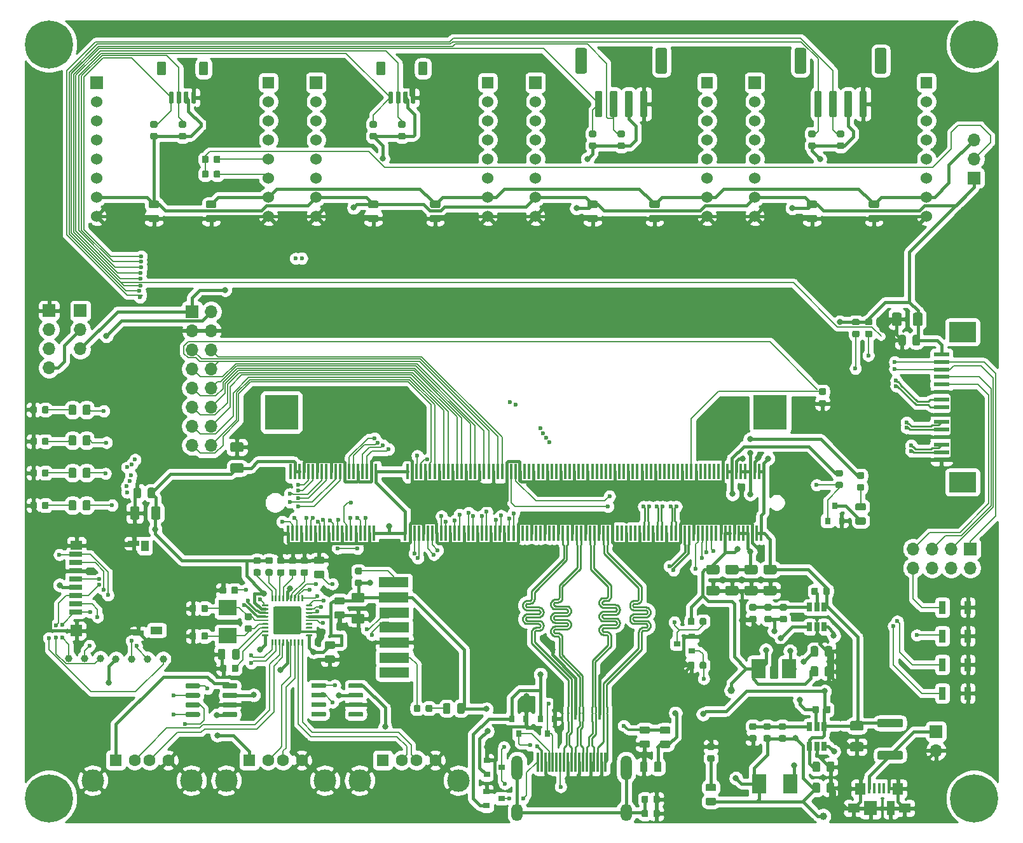
<source format=gbr>
G04 #@! TF.GenerationSoftware,KiCad,Pcbnew,(5.1.5)-3*
G04 #@! TF.CreationDate,2020-12-07T15:57:25+01:00*
G04 #@! TF.ProjectId,Jupiter,4a757069-7465-4722-9e6b-696361645f70,0.1*
G04 #@! TF.SameCoordinates,Original*
G04 #@! TF.FileFunction,Copper,L1,Top*
G04 #@! TF.FilePolarity,Positive*
%FSLAX46Y46*%
G04 Gerber Fmt 4.6, Leading zero omitted, Abs format (unit mm)*
G04 Created by KiCad (PCBNEW (5.1.5)-3) date 2020-12-07 15:57:25*
%MOMM*%
%LPD*%
G04 APERTURE LIST*
%ADD10R,1.524000X1.524000*%
%ADD11C,1.524000*%
%ADD12R,1.676400X1.676400*%
%ADD13C,0.100000*%
%ADD14R,4.000000X1.350000*%
%ADD15R,0.350000X2.000000*%
%ADD16R,4.500000X4.600000*%
%ADD17C,0.800000*%
%ADD18C,6.400000*%
%ADD19R,0.300000X2.600000*%
%ADD20O,1.500000X2.300000*%
%ADD21O,1.500000X3.300000*%
%ADD22R,0.450000X1.380000*%
%ADD23R,1.425000X1.550000*%
%ADD24R,1.650000X1.300000*%
%ADD25R,1.800000X1.900000*%
%ADD26R,1.000000X1.900000*%
%ADD27C,3.000000*%
%ADD28R,1.600000X1.600000*%
%ADD29C,1.600000*%
%ADD30R,3.600000X2.680000*%
%ADD31R,2.000000X0.610000*%
%ADD32R,1.700000X1.700000*%
%ADD33O,1.700000X1.700000*%
%ADD34R,0.900000X0.800000*%
%ADD35R,0.200000X0.675000*%
%ADD36R,0.400000X1.550000*%
%ADD37R,0.800000X0.900000*%
%ADD38C,1.000000*%
%ADD39R,0.650000X1.220000*%
%ADD40R,2.400000X2.000000*%
%ADD41R,1.750000X0.700000*%
%ADD42R,1.500000X1.300000*%
%ADD43R,1.500000X0.800000*%
%ADD44R,1.000000X1.450000*%
%ADD45R,1.400000X0.800000*%
%ADD46R,1.500000X1.500000*%
%ADD47R,1.550000X1.000000*%
%ADD48R,1.900000X2.500000*%
%ADD49R,0.900000X1.700000*%
%ADD50C,0.600000*%
%ADD51C,0.400000*%
%ADD52C,0.150000*%
%ADD53C,0.300000*%
%ADD54C,0.250000*%
%ADD55C,0.254000*%
G04 APERTURE END LIST*
D10*
X198120000Y-35560000D03*
D11*
X198120000Y-38100000D03*
X198120000Y-40640000D03*
X198120000Y-43180000D03*
X198120000Y-45720000D03*
X198120000Y-48260000D03*
X198120000Y-50800000D03*
X198120000Y-53340000D03*
X175260000Y-53340000D03*
X175260000Y-50800000D03*
X175260000Y-48260000D03*
X175260000Y-45720000D03*
X175260000Y-43180000D03*
X175260000Y-40640000D03*
X175260000Y-38100000D03*
D12*
X175260000Y-35560000D03*
D10*
X168910000Y-35560000D03*
D11*
X168910000Y-38100000D03*
X168910000Y-40640000D03*
X168910000Y-43180000D03*
X168910000Y-45720000D03*
X168910000Y-48260000D03*
X168910000Y-50800000D03*
X168910000Y-53340000D03*
X146050000Y-53340000D03*
X146050000Y-50800000D03*
X146050000Y-48260000D03*
X146050000Y-45720000D03*
X146050000Y-43180000D03*
X146050000Y-40640000D03*
X146050000Y-38100000D03*
D12*
X146050000Y-35560000D03*
D10*
X139700000Y-35560000D03*
D11*
X139700000Y-38100000D03*
X139700000Y-40640000D03*
X139700000Y-43180000D03*
X139700000Y-45720000D03*
X139700000Y-48260000D03*
X139700000Y-50800000D03*
X139700000Y-53340000D03*
X116840000Y-53340000D03*
X116840000Y-50800000D03*
X116840000Y-48260000D03*
X116840000Y-45720000D03*
X116840000Y-43180000D03*
X116840000Y-40640000D03*
X116840000Y-38100000D03*
D12*
X116840000Y-35560000D03*
D10*
X110490000Y-35560000D03*
D11*
X110490000Y-38100000D03*
X110490000Y-40640000D03*
X110490000Y-43180000D03*
X110490000Y-45720000D03*
X110490000Y-48260000D03*
X110490000Y-50800000D03*
X110490000Y-53340000D03*
X87630000Y-53340000D03*
X87630000Y-50800000D03*
X87630000Y-48260000D03*
X87630000Y-45720000D03*
X87630000Y-43180000D03*
X87630000Y-40640000D03*
X87630000Y-38100000D03*
D12*
X87630000Y-35560000D03*
G04 #@! TA.AperFunction,SMDPad,CuDef*
D13*
G36*
X185609142Y-125920174D02*
G01*
X185632803Y-125923684D01*
X185656007Y-125929496D01*
X185678529Y-125937554D01*
X185700153Y-125947782D01*
X185720670Y-125960079D01*
X185739883Y-125974329D01*
X185757607Y-125990393D01*
X185773671Y-126008117D01*
X185787921Y-126027330D01*
X185800218Y-126047847D01*
X185810446Y-126069471D01*
X185818504Y-126091993D01*
X185824316Y-126115197D01*
X185827826Y-126138858D01*
X185829000Y-126162750D01*
X185829000Y-127075250D01*
X185827826Y-127099142D01*
X185824316Y-127122803D01*
X185818504Y-127146007D01*
X185810446Y-127168529D01*
X185800218Y-127190153D01*
X185787921Y-127210670D01*
X185773671Y-127229883D01*
X185757607Y-127247607D01*
X185739883Y-127263671D01*
X185720670Y-127277921D01*
X185700153Y-127290218D01*
X185678529Y-127300446D01*
X185656007Y-127308504D01*
X185632803Y-127314316D01*
X185609142Y-127317826D01*
X185585250Y-127319000D01*
X185097750Y-127319000D01*
X185073858Y-127317826D01*
X185050197Y-127314316D01*
X185026993Y-127308504D01*
X185004471Y-127300446D01*
X184982847Y-127290218D01*
X184962330Y-127277921D01*
X184943117Y-127263671D01*
X184925393Y-127247607D01*
X184909329Y-127229883D01*
X184895079Y-127210670D01*
X184882782Y-127190153D01*
X184872554Y-127168529D01*
X184864496Y-127146007D01*
X184858684Y-127122803D01*
X184855174Y-127099142D01*
X184854000Y-127075250D01*
X184854000Y-126162750D01*
X184855174Y-126138858D01*
X184858684Y-126115197D01*
X184864496Y-126091993D01*
X184872554Y-126069471D01*
X184882782Y-126047847D01*
X184895079Y-126027330D01*
X184909329Y-126008117D01*
X184925393Y-125990393D01*
X184943117Y-125974329D01*
X184962330Y-125960079D01*
X184982847Y-125947782D01*
X185004471Y-125937554D01*
X185026993Y-125929496D01*
X185050197Y-125923684D01*
X185073858Y-125920174D01*
X185097750Y-125919000D01*
X185585250Y-125919000D01*
X185609142Y-125920174D01*
G37*
G04 #@! TD.AperFunction*
G04 #@! TA.AperFunction,SMDPad,CuDef*
G36*
X183734142Y-125920174D02*
G01*
X183757803Y-125923684D01*
X183781007Y-125929496D01*
X183803529Y-125937554D01*
X183825153Y-125947782D01*
X183845670Y-125960079D01*
X183864883Y-125974329D01*
X183882607Y-125990393D01*
X183898671Y-126008117D01*
X183912921Y-126027330D01*
X183925218Y-126047847D01*
X183935446Y-126069471D01*
X183943504Y-126091993D01*
X183949316Y-126115197D01*
X183952826Y-126138858D01*
X183954000Y-126162750D01*
X183954000Y-127075250D01*
X183952826Y-127099142D01*
X183949316Y-127122803D01*
X183943504Y-127146007D01*
X183935446Y-127168529D01*
X183925218Y-127190153D01*
X183912921Y-127210670D01*
X183898671Y-127229883D01*
X183882607Y-127247607D01*
X183864883Y-127263671D01*
X183845670Y-127277921D01*
X183825153Y-127290218D01*
X183803529Y-127300446D01*
X183781007Y-127308504D01*
X183757803Y-127314316D01*
X183734142Y-127317826D01*
X183710250Y-127319000D01*
X183222750Y-127319000D01*
X183198858Y-127317826D01*
X183175197Y-127314316D01*
X183151993Y-127308504D01*
X183129471Y-127300446D01*
X183107847Y-127290218D01*
X183087330Y-127277921D01*
X183068117Y-127263671D01*
X183050393Y-127247607D01*
X183034329Y-127229883D01*
X183020079Y-127210670D01*
X183007782Y-127190153D01*
X182997554Y-127168529D01*
X182989496Y-127146007D01*
X182983684Y-127122803D01*
X182980174Y-127099142D01*
X182979000Y-127075250D01*
X182979000Y-126162750D01*
X182980174Y-126138858D01*
X182983684Y-126115197D01*
X182989496Y-126091993D01*
X182997554Y-126069471D01*
X183007782Y-126047847D01*
X183020079Y-126027330D01*
X183034329Y-126008117D01*
X183050393Y-125990393D01*
X183068117Y-125974329D01*
X183087330Y-125960079D01*
X183107847Y-125947782D01*
X183129471Y-125937554D01*
X183151993Y-125929496D01*
X183175197Y-125923684D01*
X183198858Y-125920174D01*
X183222750Y-125919000D01*
X183710250Y-125919000D01*
X183734142Y-125920174D01*
G37*
G04 #@! TD.AperFunction*
D14*
X127289560Y-114068860D03*
X127289560Y-112087660D03*
X127289560Y-110055660D03*
X127238760Y-108074460D03*
X127238760Y-106093260D03*
X127187960Y-104061260D03*
X127187960Y-102080060D03*
D15*
X128730000Y-95540000D03*
X113130000Y-95540000D03*
D16*
X112230000Y-79440000D03*
X177330000Y-79440000D03*
D15*
X113430000Y-87340001D03*
X113730000Y-95540000D03*
X114030000Y-87340001D03*
X114330000Y-95540000D03*
X114630000Y-87340001D03*
X114930000Y-95540000D03*
X115230000Y-87340001D03*
X115530000Y-95540000D03*
X115830000Y-87340001D03*
X116130000Y-95540000D03*
X116430000Y-87340001D03*
X116730000Y-95540000D03*
X117030000Y-87340001D03*
X117330000Y-95540000D03*
X117630000Y-87340001D03*
X117930000Y-95540000D03*
X118230000Y-87340001D03*
X118530000Y-95540000D03*
X118830000Y-87340001D03*
X119130000Y-95540000D03*
X119430000Y-87340001D03*
X119730000Y-95540000D03*
X120030000Y-87340001D03*
X120330000Y-95540000D03*
X120630000Y-87340001D03*
X120930000Y-95540000D03*
X121230000Y-87340001D03*
X121530000Y-95540000D03*
X121830000Y-87340001D03*
X122130000Y-95540000D03*
X122430000Y-87340001D03*
X122730000Y-95540000D03*
X123030000Y-87340001D03*
X123330000Y-95540000D03*
X123630000Y-87340001D03*
X123930000Y-95540000D03*
X124230000Y-87340001D03*
X124530000Y-95540000D03*
X124830000Y-87340001D03*
X129030000Y-87340001D03*
X129330000Y-95540000D03*
X129630000Y-87340001D03*
X129930000Y-95540000D03*
X130230000Y-87340001D03*
X130530000Y-95540000D03*
X130830000Y-87340001D03*
X131130000Y-95540000D03*
X131430000Y-87340001D03*
X131730000Y-95540000D03*
X132030000Y-87340001D03*
X132330000Y-95540000D03*
X132630000Y-87340001D03*
X132930000Y-95540000D03*
X133230000Y-87340001D03*
X133530000Y-95540000D03*
X133830000Y-87340001D03*
X134130000Y-95540000D03*
X134430000Y-87340001D03*
X134730000Y-95540000D03*
X135030000Y-87340001D03*
X135330000Y-95540000D03*
X135630000Y-87340001D03*
X135930000Y-95540000D03*
X136230000Y-87340001D03*
X136530000Y-95540000D03*
X136830000Y-87340001D03*
X137130000Y-95540000D03*
X137430000Y-87340001D03*
X137730000Y-95540000D03*
X138030000Y-87340001D03*
X138330000Y-95540000D03*
X138630000Y-87340001D03*
X138930000Y-95540000D03*
X139230000Y-87340001D03*
X139530000Y-95540000D03*
X139830000Y-87340001D03*
X140130000Y-95540000D03*
X140430000Y-87340001D03*
X140730000Y-95540000D03*
X141030000Y-87340001D03*
X141330000Y-95540000D03*
X141630000Y-87340001D03*
X141930000Y-95540000D03*
X142230000Y-87340001D03*
X142530000Y-95540000D03*
X142830000Y-87340001D03*
X143130000Y-95540000D03*
X143430000Y-87340001D03*
X143730000Y-95540000D03*
X144030000Y-87340001D03*
X144330000Y-95540000D03*
X144630000Y-87340001D03*
X144930000Y-95540000D03*
X145230000Y-87340001D03*
X145530000Y-95540000D03*
X145830000Y-87340001D03*
X146130000Y-95540000D03*
X146430000Y-87340001D03*
X146730000Y-95540000D03*
X147030000Y-87340001D03*
X147330000Y-95540000D03*
X147630000Y-87340001D03*
X147930000Y-95540000D03*
X148230000Y-87340001D03*
X148530000Y-95540000D03*
X148830000Y-87340001D03*
X149130000Y-95540000D03*
X149430000Y-87340001D03*
X149730000Y-95540000D03*
X150030000Y-87340001D03*
X150330000Y-95540000D03*
X150630000Y-87340001D03*
X150930000Y-95540000D03*
X151230000Y-87340001D03*
X151530000Y-95540000D03*
X151830000Y-87340001D03*
X152130000Y-95540000D03*
X152430000Y-87340001D03*
X152730000Y-95540000D03*
X153030000Y-87340001D03*
X153330000Y-95540000D03*
X153630000Y-87340001D03*
X153930000Y-95540000D03*
X154230000Y-87340001D03*
X154530000Y-95540000D03*
X154830000Y-87340001D03*
X155130000Y-95540000D03*
X155430000Y-87340001D03*
X155730000Y-95540000D03*
X156030000Y-87340001D03*
X156330000Y-95540000D03*
X156630000Y-87340001D03*
X156930000Y-95540000D03*
X157230000Y-87340001D03*
X157530000Y-95540000D03*
X157830000Y-87340001D03*
X158130000Y-95540000D03*
X158430000Y-87340001D03*
X158730000Y-95540000D03*
X159030000Y-87340001D03*
X159330000Y-95540000D03*
X159630000Y-87340001D03*
X159930000Y-95540000D03*
X160230000Y-87340001D03*
X160530000Y-95540000D03*
X160830000Y-87340001D03*
X161130000Y-95540000D03*
X161430000Y-87340001D03*
X161730000Y-95540000D03*
X162030000Y-87340001D03*
X162330000Y-95540000D03*
X162630000Y-87340001D03*
X162930000Y-95540000D03*
X163230000Y-87340001D03*
X163530000Y-95540000D03*
X163830000Y-87340001D03*
X164130000Y-95540000D03*
X164430000Y-87340001D03*
X164730000Y-95540000D03*
X165030000Y-87340001D03*
X165330000Y-95540000D03*
X165630000Y-87340001D03*
X165930000Y-95540000D03*
X166230000Y-87340001D03*
X166530000Y-95540000D03*
X166830000Y-87340001D03*
X167130000Y-95540000D03*
X167430000Y-87340001D03*
X167730000Y-95540000D03*
X168030000Y-87340001D03*
X168330000Y-95540000D03*
X168630000Y-87340001D03*
X168930000Y-95540000D03*
X169230000Y-87340001D03*
X169530000Y-95540000D03*
X169830000Y-87340001D03*
X170130000Y-95540000D03*
X170430000Y-87340001D03*
X170730000Y-95540000D03*
X171030000Y-87340001D03*
X171330000Y-95540000D03*
X171630000Y-87340001D03*
X171930000Y-95540000D03*
X172230000Y-87340001D03*
X172530000Y-95540000D03*
X172830000Y-87340001D03*
X173130000Y-95540000D03*
X173430000Y-87340001D03*
X173730000Y-95540000D03*
X174030000Y-87340001D03*
X174330000Y-95540000D03*
X174630000Y-87340001D03*
X174930000Y-95540000D03*
X175230000Y-87340001D03*
X175530000Y-95540000D03*
X175830000Y-87340001D03*
X176130000Y-95540000D03*
X176430000Y-87340001D03*
G04 #@! TA.AperFunction,SMDPad,CuDef*
D13*
G36*
X189837142Y-93415174D02*
G01*
X189860803Y-93418684D01*
X189884007Y-93424496D01*
X189906529Y-93432554D01*
X189928153Y-93442782D01*
X189948670Y-93455079D01*
X189967883Y-93469329D01*
X189985607Y-93485393D01*
X190001671Y-93503117D01*
X190015921Y-93522330D01*
X190028218Y-93542847D01*
X190038446Y-93564471D01*
X190046504Y-93586993D01*
X190052316Y-93610197D01*
X190055826Y-93633858D01*
X190057000Y-93657750D01*
X190057000Y-94145250D01*
X190055826Y-94169142D01*
X190052316Y-94192803D01*
X190046504Y-94216007D01*
X190038446Y-94238529D01*
X190028218Y-94260153D01*
X190015921Y-94280670D01*
X190001671Y-94299883D01*
X189985607Y-94317607D01*
X189967883Y-94333671D01*
X189948670Y-94347921D01*
X189928153Y-94360218D01*
X189906529Y-94370446D01*
X189884007Y-94378504D01*
X189860803Y-94384316D01*
X189837142Y-94387826D01*
X189813250Y-94389000D01*
X188900750Y-94389000D01*
X188876858Y-94387826D01*
X188853197Y-94384316D01*
X188829993Y-94378504D01*
X188807471Y-94370446D01*
X188785847Y-94360218D01*
X188765330Y-94347921D01*
X188746117Y-94333671D01*
X188728393Y-94317607D01*
X188712329Y-94299883D01*
X188698079Y-94280670D01*
X188685782Y-94260153D01*
X188675554Y-94238529D01*
X188667496Y-94216007D01*
X188661684Y-94192803D01*
X188658174Y-94169142D01*
X188657000Y-94145250D01*
X188657000Y-93657750D01*
X188658174Y-93633858D01*
X188661684Y-93610197D01*
X188667496Y-93586993D01*
X188675554Y-93564471D01*
X188685782Y-93542847D01*
X188698079Y-93522330D01*
X188712329Y-93503117D01*
X188728393Y-93485393D01*
X188746117Y-93469329D01*
X188765330Y-93455079D01*
X188785847Y-93442782D01*
X188807471Y-93432554D01*
X188829993Y-93424496D01*
X188853197Y-93418684D01*
X188876858Y-93415174D01*
X188900750Y-93414000D01*
X189813250Y-93414000D01*
X189837142Y-93415174D01*
G37*
G04 #@! TD.AperFunction*
G04 #@! TA.AperFunction,SMDPad,CuDef*
G36*
X189837142Y-91540174D02*
G01*
X189860803Y-91543684D01*
X189884007Y-91549496D01*
X189906529Y-91557554D01*
X189928153Y-91567782D01*
X189948670Y-91580079D01*
X189967883Y-91594329D01*
X189985607Y-91610393D01*
X190001671Y-91628117D01*
X190015921Y-91647330D01*
X190028218Y-91667847D01*
X190038446Y-91689471D01*
X190046504Y-91711993D01*
X190052316Y-91735197D01*
X190055826Y-91758858D01*
X190057000Y-91782750D01*
X190057000Y-92270250D01*
X190055826Y-92294142D01*
X190052316Y-92317803D01*
X190046504Y-92341007D01*
X190038446Y-92363529D01*
X190028218Y-92385153D01*
X190015921Y-92405670D01*
X190001671Y-92424883D01*
X189985607Y-92442607D01*
X189967883Y-92458671D01*
X189948670Y-92472921D01*
X189928153Y-92485218D01*
X189906529Y-92495446D01*
X189884007Y-92503504D01*
X189860803Y-92509316D01*
X189837142Y-92512826D01*
X189813250Y-92514000D01*
X188900750Y-92514000D01*
X188876858Y-92512826D01*
X188853197Y-92509316D01*
X188829993Y-92503504D01*
X188807471Y-92495446D01*
X188785847Y-92485218D01*
X188765330Y-92472921D01*
X188746117Y-92458671D01*
X188728393Y-92442607D01*
X188712329Y-92424883D01*
X188698079Y-92405670D01*
X188685782Y-92385153D01*
X188675554Y-92363529D01*
X188667496Y-92341007D01*
X188661684Y-92317803D01*
X188658174Y-92294142D01*
X188657000Y-92270250D01*
X188657000Y-91782750D01*
X188658174Y-91758858D01*
X188661684Y-91735197D01*
X188667496Y-91711993D01*
X188675554Y-91689471D01*
X188685782Y-91667847D01*
X188698079Y-91647330D01*
X188712329Y-91628117D01*
X188728393Y-91610393D01*
X188746117Y-91594329D01*
X188765330Y-91580079D01*
X188785847Y-91567782D01*
X188807471Y-91557554D01*
X188829993Y-91549496D01*
X188853197Y-91543684D01*
X188876858Y-91540174D01*
X188900750Y-91539000D01*
X189813250Y-91539000D01*
X189837142Y-91540174D01*
G37*
G04 #@! TD.AperFunction*
D17*
X82977056Y-28782944D03*
X81280000Y-28080000D03*
X79582944Y-28782944D03*
X78880000Y-30480000D03*
X79582944Y-32177056D03*
X81280000Y-32880000D03*
X82977056Y-32177056D03*
X83680000Y-30480000D03*
D18*
X81280000Y-30480000D03*
X204470000Y-130810000D03*
D17*
X206870000Y-130810000D03*
X206167056Y-132507056D03*
X204470000Y-133210000D03*
X202772944Y-132507056D03*
X202070000Y-130810000D03*
X202772944Y-129112944D03*
X204470000Y-128410000D03*
X206167056Y-129112944D03*
D19*
X146376000Y-125986000D03*
X146876000Y-125986000D03*
X147376000Y-125986000D03*
X147876000Y-125986000D03*
X148376000Y-125986000D03*
X148876000Y-125986000D03*
X149376000Y-125986000D03*
X149876000Y-125986000D03*
X150376000Y-125986000D03*
X150876000Y-125986000D03*
X151376000Y-125986000D03*
X151876000Y-125986000D03*
X152376000Y-125986000D03*
X152876000Y-125986000D03*
X153376000Y-125986000D03*
X153876000Y-125986000D03*
X154376000Y-125986000D03*
X154876000Y-125986000D03*
X155376000Y-125986000D03*
D20*
X143626000Y-132706000D03*
X158126000Y-132706000D03*
D21*
X143626000Y-126746000D03*
X158126000Y-126746000D03*
D18*
X204470000Y-30480000D03*
D17*
X206870000Y-30480000D03*
X206167056Y-32177056D03*
X204470000Y-32880000D03*
X202772944Y-32177056D03*
X202070000Y-30480000D03*
X202772944Y-28782944D03*
X204470000Y-28080000D03*
X206167056Y-28782944D03*
G04 #@! TA.AperFunction,SMDPad,CuDef*
D13*
G36*
X189498504Y-120531204D02*
G01*
X189522773Y-120534804D01*
X189546571Y-120540765D01*
X189569671Y-120549030D01*
X189591849Y-120559520D01*
X189612893Y-120572133D01*
X189632598Y-120586747D01*
X189650777Y-120603223D01*
X189667253Y-120621402D01*
X189681867Y-120641107D01*
X189694480Y-120662151D01*
X189704970Y-120684329D01*
X189713235Y-120707429D01*
X189719196Y-120731227D01*
X189722796Y-120755496D01*
X189724000Y-120780000D01*
X189724000Y-121530000D01*
X189722796Y-121554504D01*
X189719196Y-121578773D01*
X189713235Y-121602571D01*
X189704970Y-121625671D01*
X189694480Y-121647849D01*
X189681867Y-121668893D01*
X189667253Y-121688598D01*
X189650777Y-121706777D01*
X189632598Y-121723253D01*
X189612893Y-121737867D01*
X189591849Y-121750480D01*
X189569671Y-121760970D01*
X189546571Y-121769235D01*
X189522773Y-121775196D01*
X189498504Y-121778796D01*
X189474000Y-121780000D01*
X188224000Y-121780000D01*
X188199496Y-121778796D01*
X188175227Y-121775196D01*
X188151429Y-121769235D01*
X188128329Y-121760970D01*
X188106151Y-121750480D01*
X188085107Y-121737867D01*
X188065402Y-121723253D01*
X188047223Y-121706777D01*
X188030747Y-121688598D01*
X188016133Y-121668893D01*
X188003520Y-121647849D01*
X187993030Y-121625671D01*
X187984765Y-121602571D01*
X187978804Y-121578773D01*
X187975204Y-121554504D01*
X187974000Y-121530000D01*
X187974000Y-120780000D01*
X187975204Y-120755496D01*
X187978804Y-120731227D01*
X187984765Y-120707429D01*
X187993030Y-120684329D01*
X188003520Y-120662151D01*
X188016133Y-120641107D01*
X188030747Y-120621402D01*
X188047223Y-120603223D01*
X188065402Y-120586747D01*
X188085107Y-120572133D01*
X188106151Y-120559520D01*
X188128329Y-120549030D01*
X188151429Y-120540765D01*
X188175227Y-120534804D01*
X188199496Y-120531204D01*
X188224000Y-120530000D01*
X189474000Y-120530000D01*
X189498504Y-120531204D01*
G37*
G04 #@! TD.AperFunction*
G04 #@! TA.AperFunction,SMDPad,CuDef*
G36*
X189498504Y-123331204D02*
G01*
X189522773Y-123334804D01*
X189546571Y-123340765D01*
X189569671Y-123349030D01*
X189591849Y-123359520D01*
X189612893Y-123372133D01*
X189632598Y-123386747D01*
X189650777Y-123403223D01*
X189667253Y-123421402D01*
X189681867Y-123441107D01*
X189694480Y-123462151D01*
X189704970Y-123484329D01*
X189713235Y-123507429D01*
X189719196Y-123531227D01*
X189722796Y-123555496D01*
X189724000Y-123580000D01*
X189724000Y-124330000D01*
X189722796Y-124354504D01*
X189719196Y-124378773D01*
X189713235Y-124402571D01*
X189704970Y-124425671D01*
X189694480Y-124447849D01*
X189681867Y-124468893D01*
X189667253Y-124488598D01*
X189650777Y-124506777D01*
X189632598Y-124523253D01*
X189612893Y-124537867D01*
X189591849Y-124550480D01*
X189569671Y-124560970D01*
X189546571Y-124569235D01*
X189522773Y-124575196D01*
X189498504Y-124578796D01*
X189474000Y-124580000D01*
X188224000Y-124580000D01*
X188199496Y-124578796D01*
X188175227Y-124575196D01*
X188151429Y-124569235D01*
X188128329Y-124560970D01*
X188106151Y-124550480D01*
X188085107Y-124537867D01*
X188065402Y-124523253D01*
X188047223Y-124506777D01*
X188030747Y-124488598D01*
X188016133Y-124468893D01*
X188003520Y-124447849D01*
X187993030Y-124425671D01*
X187984765Y-124402571D01*
X187978804Y-124378773D01*
X187975204Y-124354504D01*
X187974000Y-124330000D01*
X187974000Y-123580000D01*
X187975204Y-123555496D01*
X187978804Y-123531227D01*
X187984765Y-123507429D01*
X187993030Y-123484329D01*
X188003520Y-123462151D01*
X188016133Y-123441107D01*
X188030747Y-123421402D01*
X188047223Y-123403223D01*
X188065402Y-123386747D01*
X188085107Y-123372133D01*
X188106151Y-123359520D01*
X188128329Y-123349030D01*
X188151429Y-123340765D01*
X188175227Y-123334804D01*
X188199496Y-123331204D01*
X188224000Y-123330000D01*
X189474000Y-123330000D01*
X189498504Y-123331204D01*
G37*
G04 #@! TD.AperFunction*
G04 #@! TA.AperFunction,SMDPad,CuDef*
G36*
X179220691Y-120823053D02*
G01*
X179241926Y-120826203D01*
X179262750Y-120831419D01*
X179282962Y-120838651D01*
X179302368Y-120847830D01*
X179320781Y-120858866D01*
X179338024Y-120871654D01*
X179353930Y-120886070D01*
X179368346Y-120901976D01*
X179381134Y-120919219D01*
X179392170Y-120937632D01*
X179401349Y-120957038D01*
X179408581Y-120977250D01*
X179413797Y-120998074D01*
X179416947Y-121019309D01*
X179418000Y-121040750D01*
X179418000Y-121478250D01*
X179416947Y-121499691D01*
X179413797Y-121520926D01*
X179408581Y-121541750D01*
X179401349Y-121561962D01*
X179392170Y-121581368D01*
X179381134Y-121599781D01*
X179368346Y-121617024D01*
X179353930Y-121632930D01*
X179338024Y-121647346D01*
X179320781Y-121660134D01*
X179302368Y-121671170D01*
X179282962Y-121680349D01*
X179262750Y-121687581D01*
X179241926Y-121692797D01*
X179220691Y-121695947D01*
X179199250Y-121697000D01*
X178686750Y-121697000D01*
X178665309Y-121695947D01*
X178644074Y-121692797D01*
X178623250Y-121687581D01*
X178603038Y-121680349D01*
X178583632Y-121671170D01*
X178565219Y-121660134D01*
X178547976Y-121647346D01*
X178532070Y-121632930D01*
X178517654Y-121617024D01*
X178504866Y-121599781D01*
X178493830Y-121581368D01*
X178484651Y-121561962D01*
X178477419Y-121541750D01*
X178472203Y-121520926D01*
X178469053Y-121499691D01*
X178468000Y-121478250D01*
X178468000Y-121040750D01*
X178469053Y-121019309D01*
X178472203Y-120998074D01*
X178477419Y-120977250D01*
X178484651Y-120957038D01*
X178493830Y-120937632D01*
X178504866Y-120919219D01*
X178517654Y-120901976D01*
X178532070Y-120886070D01*
X178547976Y-120871654D01*
X178565219Y-120858866D01*
X178583632Y-120847830D01*
X178603038Y-120838651D01*
X178623250Y-120831419D01*
X178644074Y-120826203D01*
X178665309Y-120823053D01*
X178686750Y-120822000D01*
X179199250Y-120822000D01*
X179220691Y-120823053D01*
G37*
G04 #@! TD.AperFunction*
G04 #@! TA.AperFunction,SMDPad,CuDef*
G36*
X179220691Y-122398053D02*
G01*
X179241926Y-122401203D01*
X179262750Y-122406419D01*
X179282962Y-122413651D01*
X179302368Y-122422830D01*
X179320781Y-122433866D01*
X179338024Y-122446654D01*
X179353930Y-122461070D01*
X179368346Y-122476976D01*
X179381134Y-122494219D01*
X179392170Y-122512632D01*
X179401349Y-122532038D01*
X179408581Y-122552250D01*
X179413797Y-122573074D01*
X179416947Y-122594309D01*
X179418000Y-122615750D01*
X179418000Y-123053250D01*
X179416947Y-123074691D01*
X179413797Y-123095926D01*
X179408581Y-123116750D01*
X179401349Y-123136962D01*
X179392170Y-123156368D01*
X179381134Y-123174781D01*
X179368346Y-123192024D01*
X179353930Y-123207930D01*
X179338024Y-123222346D01*
X179320781Y-123235134D01*
X179302368Y-123246170D01*
X179282962Y-123255349D01*
X179262750Y-123262581D01*
X179241926Y-123267797D01*
X179220691Y-123270947D01*
X179199250Y-123272000D01*
X178686750Y-123272000D01*
X178665309Y-123270947D01*
X178644074Y-123267797D01*
X178623250Y-123262581D01*
X178603038Y-123255349D01*
X178583632Y-123246170D01*
X178565219Y-123235134D01*
X178547976Y-123222346D01*
X178532070Y-123207930D01*
X178517654Y-123192024D01*
X178504866Y-123174781D01*
X178493830Y-123156368D01*
X178484651Y-123136962D01*
X178477419Y-123116750D01*
X178472203Y-123095926D01*
X178469053Y-123074691D01*
X178468000Y-123053250D01*
X178468000Y-122615750D01*
X178469053Y-122594309D01*
X178472203Y-122573074D01*
X178477419Y-122552250D01*
X178484651Y-122532038D01*
X178493830Y-122512632D01*
X178504866Y-122494219D01*
X178517654Y-122476976D01*
X178532070Y-122461070D01*
X178547976Y-122446654D01*
X178565219Y-122433866D01*
X178583632Y-122422830D01*
X178603038Y-122413651D01*
X178623250Y-122406419D01*
X178644074Y-122401203D01*
X178665309Y-122398053D01*
X178686750Y-122397000D01*
X179199250Y-122397000D01*
X179220691Y-122398053D01*
G37*
G04 #@! TD.AperFunction*
G04 #@! TA.AperFunction,SMDPad,CuDef*
G36*
X179347691Y-106523053D02*
G01*
X179368926Y-106526203D01*
X179389750Y-106531419D01*
X179409962Y-106538651D01*
X179429368Y-106547830D01*
X179447781Y-106558866D01*
X179465024Y-106571654D01*
X179480930Y-106586070D01*
X179495346Y-106601976D01*
X179508134Y-106619219D01*
X179519170Y-106637632D01*
X179528349Y-106657038D01*
X179535581Y-106677250D01*
X179540797Y-106698074D01*
X179543947Y-106719309D01*
X179545000Y-106740750D01*
X179545000Y-107178250D01*
X179543947Y-107199691D01*
X179540797Y-107220926D01*
X179535581Y-107241750D01*
X179528349Y-107261962D01*
X179519170Y-107281368D01*
X179508134Y-107299781D01*
X179495346Y-107317024D01*
X179480930Y-107332930D01*
X179465024Y-107347346D01*
X179447781Y-107360134D01*
X179429368Y-107371170D01*
X179409962Y-107380349D01*
X179389750Y-107387581D01*
X179368926Y-107392797D01*
X179347691Y-107395947D01*
X179326250Y-107397000D01*
X178813750Y-107397000D01*
X178792309Y-107395947D01*
X178771074Y-107392797D01*
X178750250Y-107387581D01*
X178730038Y-107380349D01*
X178710632Y-107371170D01*
X178692219Y-107360134D01*
X178674976Y-107347346D01*
X178659070Y-107332930D01*
X178644654Y-107317024D01*
X178631866Y-107299781D01*
X178620830Y-107281368D01*
X178611651Y-107261962D01*
X178604419Y-107241750D01*
X178599203Y-107220926D01*
X178596053Y-107199691D01*
X178595000Y-107178250D01*
X178595000Y-106740750D01*
X178596053Y-106719309D01*
X178599203Y-106698074D01*
X178604419Y-106677250D01*
X178611651Y-106657038D01*
X178620830Y-106637632D01*
X178631866Y-106619219D01*
X178644654Y-106601976D01*
X178659070Y-106586070D01*
X178674976Y-106571654D01*
X178692219Y-106558866D01*
X178710632Y-106547830D01*
X178730038Y-106538651D01*
X178750250Y-106531419D01*
X178771074Y-106526203D01*
X178792309Y-106523053D01*
X178813750Y-106522000D01*
X179326250Y-106522000D01*
X179347691Y-106523053D01*
G37*
G04 #@! TD.AperFunction*
G04 #@! TA.AperFunction,SMDPad,CuDef*
G36*
X179347691Y-104948053D02*
G01*
X179368926Y-104951203D01*
X179389750Y-104956419D01*
X179409962Y-104963651D01*
X179429368Y-104972830D01*
X179447781Y-104983866D01*
X179465024Y-104996654D01*
X179480930Y-105011070D01*
X179495346Y-105026976D01*
X179508134Y-105044219D01*
X179519170Y-105062632D01*
X179528349Y-105082038D01*
X179535581Y-105102250D01*
X179540797Y-105123074D01*
X179543947Y-105144309D01*
X179545000Y-105165750D01*
X179545000Y-105603250D01*
X179543947Y-105624691D01*
X179540797Y-105645926D01*
X179535581Y-105666750D01*
X179528349Y-105686962D01*
X179519170Y-105706368D01*
X179508134Y-105724781D01*
X179495346Y-105742024D01*
X179480930Y-105757930D01*
X179465024Y-105772346D01*
X179447781Y-105785134D01*
X179429368Y-105796170D01*
X179409962Y-105805349D01*
X179389750Y-105812581D01*
X179368926Y-105817797D01*
X179347691Y-105820947D01*
X179326250Y-105822000D01*
X178813750Y-105822000D01*
X178792309Y-105820947D01*
X178771074Y-105817797D01*
X178750250Y-105812581D01*
X178730038Y-105805349D01*
X178710632Y-105796170D01*
X178692219Y-105785134D01*
X178674976Y-105772346D01*
X178659070Y-105757930D01*
X178644654Y-105742024D01*
X178631866Y-105724781D01*
X178620830Y-105706368D01*
X178611651Y-105686962D01*
X178604419Y-105666750D01*
X178599203Y-105645926D01*
X178596053Y-105624691D01*
X178595000Y-105603250D01*
X178595000Y-105165750D01*
X178596053Y-105144309D01*
X178599203Y-105123074D01*
X178604419Y-105102250D01*
X178611651Y-105082038D01*
X178620830Y-105062632D01*
X178631866Y-105044219D01*
X178644654Y-105026976D01*
X178659070Y-105011070D01*
X178674976Y-104996654D01*
X178692219Y-104983866D01*
X178710632Y-104972830D01*
X178730038Y-104963651D01*
X178750250Y-104956419D01*
X178771074Y-104951203D01*
X178792309Y-104948053D01*
X178813750Y-104947000D01*
X179326250Y-104947000D01*
X179347691Y-104948053D01*
G37*
G04 #@! TD.AperFunction*
G04 #@! TA.AperFunction,SMDPad,CuDef*
G36*
X177954204Y-99741304D02*
G01*
X177978473Y-99744904D01*
X178002271Y-99750865D01*
X178025371Y-99759130D01*
X178047549Y-99769620D01*
X178068593Y-99782233D01*
X178088298Y-99796847D01*
X178106477Y-99813323D01*
X178122953Y-99831502D01*
X178137567Y-99851207D01*
X178150180Y-99872251D01*
X178160670Y-99894429D01*
X178168935Y-99917529D01*
X178174896Y-99941327D01*
X178178496Y-99965596D01*
X178179700Y-99990100D01*
X178179700Y-100740100D01*
X178178496Y-100764604D01*
X178174896Y-100788873D01*
X178168935Y-100812671D01*
X178160670Y-100835771D01*
X178150180Y-100857949D01*
X178137567Y-100878993D01*
X178122953Y-100898698D01*
X178106477Y-100916877D01*
X178088298Y-100933353D01*
X178068593Y-100947967D01*
X178047549Y-100960580D01*
X178025371Y-100971070D01*
X178002271Y-100979335D01*
X177978473Y-100985296D01*
X177954204Y-100988896D01*
X177929700Y-100990100D01*
X176679700Y-100990100D01*
X176655196Y-100988896D01*
X176630927Y-100985296D01*
X176607129Y-100979335D01*
X176584029Y-100971070D01*
X176561851Y-100960580D01*
X176540807Y-100947967D01*
X176521102Y-100933353D01*
X176502923Y-100916877D01*
X176486447Y-100898698D01*
X176471833Y-100878993D01*
X176459220Y-100857949D01*
X176448730Y-100835771D01*
X176440465Y-100812671D01*
X176434504Y-100788873D01*
X176430904Y-100764604D01*
X176429700Y-100740100D01*
X176429700Y-99990100D01*
X176430904Y-99965596D01*
X176434504Y-99941327D01*
X176440465Y-99917529D01*
X176448730Y-99894429D01*
X176459220Y-99872251D01*
X176471833Y-99851207D01*
X176486447Y-99831502D01*
X176502923Y-99813323D01*
X176521102Y-99796847D01*
X176540807Y-99782233D01*
X176561851Y-99769620D01*
X176584029Y-99759130D01*
X176607129Y-99750865D01*
X176630927Y-99744904D01*
X176655196Y-99741304D01*
X176679700Y-99740100D01*
X177929700Y-99740100D01*
X177954204Y-99741304D01*
G37*
G04 #@! TD.AperFunction*
G04 #@! TA.AperFunction,SMDPad,CuDef*
G36*
X177954204Y-102541304D02*
G01*
X177978473Y-102544904D01*
X178002271Y-102550865D01*
X178025371Y-102559130D01*
X178047549Y-102569620D01*
X178068593Y-102582233D01*
X178088298Y-102596847D01*
X178106477Y-102613323D01*
X178122953Y-102631502D01*
X178137567Y-102651207D01*
X178150180Y-102672251D01*
X178160670Y-102694429D01*
X178168935Y-102717529D01*
X178174896Y-102741327D01*
X178178496Y-102765596D01*
X178179700Y-102790100D01*
X178179700Y-103540100D01*
X178178496Y-103564604D01*
X178174896Y-103588873D01*
X178168935Y-103612671D01*
X178160670Y-103635771D01*
X178150180Y-103657949D01*
X178137567Y-103678993D01*
X178122953Y-103698698D01*
X178106477Y-103716877D01*
X178088298Y-103733353D01*
X178068593Y-103747967D01*
X178047549Y-103760580D01*
X178025371Y-103771070D01*
X178002271Y-103779335D01*
X177978473Y-103785296D01*
X177954204Y-103788896D01*
X177929700Y-103790100D01*
X176679700Y-103790100D01*
X176655196Y-103788896D01*
X176630927Y-103785296D01*
X176607129Y-103779335D01*
X176584029Y-103771070D01*
X176561851Y-103760580D01*
X176540807Y-103747967D01*
X176521102Y-103733353D01*
X176502923Y-103716877D01*
X176486447Y-103698698D01*
X176471833Y-103678993D01*
X176459220Y-103657949D01*
X176448730Y-103635771D01*
X176440465Y-103612671D01*
X176434504Y-103588873D01*
X176430904Y-103564604D01*
X176429700Y-103540100D01*
X176429700Y-102790100D01*
X176430904Y-102765596D01*
X176434504Y-102741327D01*
X176440465Y-102717529D01*
X176448730Y-102694429D01*
X176459220Y-102672251D01*
X176471833Y-102651207D01*
X176486447Y-102631502D01*
X176502923Y-102613323D01*
X176521102Y-102596847D01*
X176540807Y-102582233D01*
X176561851Y-102569620D01*
X176584029Y-102559130D01*
X176607129Y-102550865D01*
X176630927Y-102544904D01*
X176655196Y-102541304D01*
X176679700Y-102540100D01*
X177929700Y-102540100D01*
X177954204Y-102541304D01*
G37*
G04 #@! TD.AperFunction*
G04 #@! TA.AperFunction,SMDPad,CuDef*
G36*
X175414204Y-99741304D02*
G01*
X175438473Y-99744904D01*
X175462271Y-99750865D01*
X175485371Y-99759130D01*
X175507549Y-99769620D01*
X175528593Y-99782233D01*
X175548298Y-99796847D01*
X175566477Y-99813323D01*
X175582953Y-99831502D01*
X175597567Y-99851207D01*
X175610180Y-99872251D01*
X175620670Y-99894429D01*
X175628935Y-99917529D01*
X175634896Y-99941327D01*
X175638496Y-99965596D01*
X175639700Y-99990100D01*
X175639700Y-100740100D01*
X175638496Y-100764604D01*
X175634896Y-100788873D01*
X175628935Y-100812671D01*
X175620670Y-100835771D01*
X175610180Y-100857949D01*
X175597567Y-100878993D01*
X175582953Y-100898698D01*
X175566477Y-100916877D01*
X175548298Y-100933353D01*
X175528593Y-100947967D01*
X175507549Y-100960580D01*
X175485371Y-100971070D01*
X175462271Y-100979335D01*
X175438473Y-100985296D01*
X175414204Y-100988896D01*
X175389700Y-100990100D01*
X174139700Y-100990100D01*
X174115196Y-100988896D01*
X174090927Y-100985296D01*
X174067129Y-100979335D01*
X174044029Y-100971070D01*
X174021851Y-100960580D01*
X174000807Y-100947967D01*
X173981102Y-100933353D01*
X173962923Y-100916877D01*
X173946447Y-100898698D01*
X173931833Y-100878993D01*
X173919220Y-100857949D01*
X173908730Y-100835771D01*
X173900465Y-100812671D01*
X173894504Y-100788873D01*
X173890904Y-100764604D01*
X173889700Y-100740100D01*
X173889700Y-99990100D01*
X173890904Y-99965596D01*
X173894504Y-99941327D01*
X173900465Y-99917529D01*
X173908730Y-99894429D01*
X173919220Y-99872251D01*
X173931833Y-99851207D01*
X173946447Y-99831502D01*
X173962923Y-99813323D01*
X173981102Y-99796847D01*
X174000807Y-99782233D01*
X174021851Y-99769620D01*
X174044029Y-99759130D01*
X174067129Y-99750865D01*
X174090927Y-99744904D01*
X174115196Y-99741304D01*
X174139700Y-99740100D01*
X175389700Y-99740100D01*
X175414204Y-99741304D01*
G37*
G04 #@! TD.AperFunction*
G04 #@! TA.AperFunction,SMDPad,CuDef*
G36*
X175414204Y-102541304D02*
G01*
X175438473Y-102544904D01*
X175462271Y-102550865D01*
X175485371Y-102559130D01*
X175507549Y-102569620D01*
X175528593Y-102582233D01*
X175548298Y-102596847D01*
X175566477Y-102613323D01*
X175582953Y-102631502D01*
X175597567Y-102651207D01*
X175610180Y-102672251D01*
X175620670Y-102694429D01*
X175628935Y-102717529D01*
X175634896Y-102741327D01*
X175638496Y-102765596D01*
X175639700Y-102790100D01*
X175639700Y-103540100D01*
X175638496Y-103564604D01*
X175634896Y-103588873D01*
X175628935Y-103612671D01*
X175620670Y-103635771D01*
X175610180Y-103657949D01*
X175597567Y-103678993D01*
X175582953Y-103698698D01*
X175566477Y-103716877D01*
X175548298Y-103733353D01*
X175528593Y-103747967D01*
X175507549Y-103760580D01*
X175485371Y-103771070D01*
X175462271Y-103779335D01*
X175438473Y-103785296D01*
X175414204Y-103788896D01*
X175389700Y-103790100D01*
X174139700Y-103790100D01*
X174115196Y-103788896D01*
X174090927Y-103785296D01*
X174067129Y-103779335D01*
X174044029Y-103771070D01*
X174021851Y-103760580D01*
X174000807Y-103747967D01*
X173981102Y-103733353D01*
X173962923Y-103716877D01*
X173946447Y-103698698D01*
X173931833Y-103678993D01*
X173919220Y-103657949D01*
X173908730Y-103635771D01*
X173900465Y-103612671D01*
X173894504Y-103588873D01*
X173890904Y-103564604D01*
X173889700Y-103540100D01*
X173889700Y-102790100D01*
X173890904Y-102765596D01*
X173894504Y-102741327D01*
X173900465Y-102717529D01*
X173908730Y-102694429D01*
X173919220Y-102672251D01*
X173931833Y-102651207D01*
X173946447Y-102631502D01*
X173962923Y-102613323D01*
X173981102Y-102596847D01*
X174000807Y-102582233D01*
X174021851Y-102569620D01*
X174044029Y-102559130D01*
X174067129Y-102550865D01*
X174090927Y-102544904D01*
X174115196Y-102541304D01*
X174139700Y-102540100D01*
X175389700Y-102540100D01*
X175414204Y-102541304D01*
G37*
G04 #@! TD.AperFunction*
G04 #@! TA.AperFunction,SMDPad,CuDef*
G36*
X172874204Y-102541304D02*
G01*
X172898473Y-102544904D01*
X172922271Y-102550865D01*
X172945371Y-102559130D01*
X172967549Y-102569620D01*
X172988593Y-102582233D01*
X173008298Y-102596847D01*
X173026477Y-102613323D01*
X173042953Y-102631502D01*
X173057567Y-102651207D01*
X173070180Y-102672251D01*
X173080670Y-102694429D01*
X173088935Y-102717529D01*
X173094896Y-102741327D01*
X173098496Y-102765596D01*
X173099700Y-102790100D01*
X173099700Y-103540100D01*
X173098496Y-103564604D01*
X173094896Y-103588873D01*
X173088935Y-103612671D01*
X173080670Y-103635771D01*
X173070180Y-103657949D01*
X173057567Y-103678993D01*
X173042953Y-103698698D01*
X173026477Y-103716877D01*
X173008298Y-103733353D01*
X172988593Y-103747967D01*
X172967549Y-103760580D01*
X172945371Y-103771070D01*
X172922271Y-103779335D01*
X172898473Y-103785296D01*
X172874204Y-103788896D01*
X172849700Y-103790100D01*
X171599700Y-103790100D01*
X171575196Y-103788896D01*
X171550927Y-103785296D01*
X171527129Y-103779335D01*
X171504029Y-103771070D01*
X171481851Y-103760580D01*
X171460807Y-103747967D01*
X171441102Y-103733353D01*
X171422923Y-103716877D01*
X171406447Y-103698698D01*
X171391833Y-103678993D01*
X171379220Y-103657949D01*
X171368730Y-103635771D01*
X171360465Y-103612671D01*
X171354504Y-103588873D01*
X171350904Y-103564604D01*
X171349700Y-103540100D01*
X171349700Y-102790100D01*
X171350904Y-102765596D01*
X171354504Y-102741327D01*
X171360465Y-102717529D01*
X171368730Y-102694429D01*
X171379220Y-102672251D01*
X171391833Y-102651207D01*
X171406447Y-102631502D01*
X171422923Y-102613323D01*
X171441102Y-102596847D01*
X171460807Y-102582233D01*
X171481851Y-102569620D01*
X171504029Y-102559130D01*
X171527129Y-102550865D01*
X171550927Y-102544904D01*
X171575196Y-102541304D01*
X171599700Y-102540100D01*
X172849700Y-102540100D01*
X172874204Y-102541304D01*
G37*
G04 #@! TD.AperFunction*
G04 #@! TA.AperFunction,SMDPad,CuDef*
G36*
X172874204Y-99741304D02*
G01*
X172898473Y-99744904D01*
X172922271Y-99750865D01*
X172945371Y-99759130D01*
X172967549Y-99769620D01*
X172988593Y-99782233D01*
X173008298Y-99796847D01*
X173026477Y-99813323D01*
X173042953Y-99831502D01*
X173057567Y-99851207D01*
X173070180Y-99872251D01*
X173080670Y-99894429D01*
X173088935Y-99917529D01*
X173094896Y-99941327D01*
X173098496Y-99965596D01*
X173099700Y-99990100D01*
X173099700Y-100740100D01*
X173098496Y-100764604D01*
X173094896Y-100788873D01*
X173088935Y-100812671D01*
X173080670Y-100835771D01*
X173070180Y-100857949D01*
X173057567Y-100878993D01*
X173042953Y-100898698D01*
X173026477Y-100916877D01*
X173008298Y-100933353D01*
X172988593Y-100947967D01*
X172967549Y-100960580D01*
X172945371Y-100971070D01*
X172922271Y-100979335D01*
X172898473Y-100985296D01*
X172874204Y-100988896D01*
X172849700Y-100990100D01*
X171599700Y-100990100D01*
X171575196Y-100988896D01*
X171550927Y-100985296D01*
X171527129Y-100979335D01*
X171504029Y-100971070D01*
X171481851Y-100960580D01*
X171460807Y-100947967D01*
X171441102Y-100933353D01*
X171422923Y-100916877D01*
X171406447Y-100898698D01*
X171391833Y-100878993D01*
X171379220Y-100857949D01*
X171368730Y-100835771D01*
X171360465Y-100812671D01*
X171354504Y-100788873D01*
X171350904Y-100764604D01*
X171349700Y-100740100D01*
X171349700Y-99990100D01*
X171350904Y-99965596D01*
X171354504Y-99941327D01*
X171360465Y-99917529D01*
X171368730Y-99894429D01*
X171379220Y-99872251D01*
X171391833Y-99851207D01*
X171406447Y-99831502D01*
X171422923Y-99813323D01*
X171441102Y-99796847D01*
X171460807Y-99782233D01*
X171481851Y-99769620D01*
X171504029Y-99759130D01*
X171527129Y-99750865D01*
X171550927Y-99744904D01*
X171575196Y-99741304D01*
X171599700Y-99740100D01*
X172849700Y-99740100D01*
X172874204Y-99741304D01*
G37*
G04 #@! TD.AperFunction*
G04 #@! TA.AperFunction,SMDPad,CuDef*
G36*
X170334204Y-99741304D02*
G01*
X170358473Y-99744904D01*
X170382271Y-99750865D01*
X170405371Y-99759130D01*
X170427549Y-99769620D01*
X170448593Y-99782233D01*
X170468298Y-99796847D01*
X170486477Y-99813323D01*
X170502953Y-99831502D01*
X170517567Y-99851207D01*
X170530180Y-99872251D01*
X170540670Y-99894429D01*
X170548935Y-99917529D01*
X170554896Y-99941327D01*
X170558496Y-99965596D01*
X170559700Y-99990100D01*
X170559700Y-100740100D01*
X170558496Y-100764604D01*
X170554896Y-100788873D01*
X170548935Y-100812671D01*
X170540670Y-100835771D01*
X170530180Y-100857949D01*
X170517567Y-100878993D01*
X170502953Y-100898698D01*
X170486477Y-100916877D01*
X170468298Y-100933353D01*
X170448593Y-100947967D01*
X170427549Y-100960580D01*
X170405371Y-100971070D01*
X170382271Y-100979335D01*
X170358473Y-100985296D01*
X170334204Y-100988896D01*
X170309700Y-100990100D01*
X169059700Y-100990100D01*
X169035196Y-100988896D01*
X169010927Y-100985296D01*
X168987129Y-100979335D01*
X168964029Y-100971070D01*
X168941851Y-100960580D01*
X168920807Y-100947967D01*
X168901102Y-100933353D01*
X168882923Y-100916877D01*
X168866447Y-100898698D01*
X168851833Y-100878993D01*
X168839220Y-100857949D01*
X168828730Y-100835771D01*
X168820465Y-100812671D01*
X168814504Y-100788873D01*
X168810904Y-100764604D01*
X168809700Y-100740100D01*
X168809700Y-99990100D01*
X168810904Y-99965596D01*
X168814504Y-99941327D01*
X168820465Y-99917529D01*
X168828730Y-99894429D01*
X168839220Y-99872251D01*
X168851833Y-99851207D01*
X168866447Y-99831502D01*
X168882923Y-99813323D01*
X168901102Y-99796847D01*
X168920807Y-99782233D01*
X168941851Y-99769620D01*
X168964029Y-99759130D01*
X168987129Y-99750865D01*
X169010927Y-99744904D01*
X169035196Y-99741304D01*
X169059700Y-99740100D01*
X170309700Y-99740100D01*
X170334204Y-99741304D01*
G37*
G04 #@! TD.AperFunction*
G04 #@! TA.AperFunction,SMDPad,CuDef*
G36*
X170334204Y-102541304D02*
G01*
X170358473Y-102544904D01*
X170382271Y-102550865D01*
X170405371Y-102559130D01*
X170427549Y-102569620D01*
X170448593Y-102582233D01*
X170468298Y-102596847D01*
X170486477Y-102613323D01*
X170502953Y-102631502D01*
X170517567Y-102651207D01*
X170530180Y-102672251D01*
X170540670Y-102694429D01*
X170548935Y-102717529D01*
X170554896Y-102741327D01*
X170558496Y-102765596D01*
X170559700Y-102790100D01*
X170559700Y-103540100D01*
X170558496Y-103564604D01*
X170554896Y-103588873D01*
X170548935Y-103612671D01*
X170540670Y-103635771D01*
X170530180Y-103657949D01*
X170517567Y-103678993D01*
X170502953Y-103698698D01*
X170486477Y-103716877D01*
X170468298Y-103733353D01*
X170448593Y-103747967D01*
X170427549Y-103760580D01*
X170405371Y-103771070D01*
X170382271Y-103779335D01*
X170358473Y-103785296D01*
X170334204Y-103788896D01*
X170309700Y-103790100D01*
X169059700Y-103790100D01*
X169035196Y-103788896D01*
X169010927Y-103785296D01*
X168987129Y-103779335D01*
X168964029Y-103771070D01*
X168941851Y-103760580D01*
X168920807Y-103747967D01*
X168901102Y-103733353D01*
X168882923Y-103716877D01*
X168866447Y-103698698D01*
X168851833Y-103678993D01*
X168839220Y-103657949D01*
X168828730Y-103635771D01*
X168820465Y-103612671D01*
X168814504Y-103588873D01*
X168810904Y-103564604D01*
X168809700Y-103540100D01*
X168809700Y-102790100D01*
X168810904Y-102765596D01*
X168814504Y-102741327D01*
X168820465Y-102717529D01*
X168828730Y-102694429D01*
X168839220Y-102672251D01*
X168851833Y-102651207D01*
X168866447Y-102631502D01*
X168882923Y-102613323D01*
X168901102Y-102596847D01*
X168920807Y-102582233D01*
X168941851Y-102569620D01*
X168964029Y-102559130D01*
X168987129Y-102550865D01*
X169010927Y-102544904D01*
X169035196Y-102541304D01*
X169059700Y-102540100D01*
X170309700Y-102540100D01*
X170334204Y-102541304D01*
G37*
G04 #@! TD.AperFunction*
G04 #@! TA.AperFunction,SMDPad,CuDef*
G36*
X106963744Y-86242124D02*
G01*
X106988013Y-86245724D01*
X107011811Y-86251685D01*
X107034911Y-86259950D01*
X107057089Y-86270440D01*
X107078133Y-86283053D01*
X107097838Y-86297667D01*
X107116017Y-86314143D01*
X107132493Y-86332322D01*
X107147107Y-86352027D01*
X107159720Y-86373071D01*
X107170210Y-86395249D01*
X107178475Y-86418349D01*
X107184436Y-86442147D01*
X107188036Y-86466416D01*
X107189240Y-86490920D01*
X107189240Y-87240920D01*
X107188036Y-87265424D01*
X107184436Y-87289693D01*
X107178475Y-87313491D01*
X107170210Y-87336591D01*
X107159720Y-87358769D01*
X107147107Y-87379813D01*
X107132493Y-87399518D01*
X107116017Y-87417697D01*
X107097838Y-87434173D01*
X107078133Y-87448787D01*
X107057089Y-87461400D01*
X107034911Y-87471890D01*
X107011811Y-87480155D01*
X106988013Y-87486116D01*
X106963744Y-87489716D01*
X106939240Y-87490920D01*
X105689240Y-87490920D01*
X105664736Y-87489716D01*
X105640467Y-87486116D01*
X105616669Y-87480155D01*
X105593569Y-87471890D01*
X105571391Y-87461400D01*
X105550347Y-87448787D01*
X105530642Y-87434173D01*
X105512463Y-87417697D01*
X105495987Y-87399518D01*
X105481373Y-87379813D01*
X105468760Y-87358769D01*
X105458270Y-87336591D01*
X105450005Y-87313491D01*
X105444044Y-87289693D01*
X105440444Y-87265424D01*
X105439240Y-87240920D01*
X105439240Y-86490920D01*
X105440444Y-86466416D01*
X105444044Y-86442147D01*
X105450005Y-86418349D01*
X105458270Y-86395249D01*
X105468760Y-86373071D01*
X105481373Y-86352027D01*
X105495987Y-86332322D01*
X105512463Y-86314143D01*
X105530642Y-86297667D01*
X105550347Y-86283053D01*
X105571391Y-86270440D01*
X105593569Y-86259950D01*
X105616669Y-86251685D01*
X105640467Y-86245724D01*
X105664736Y-86242124D01*
X105689240Y-86240920D01*
X106939240Y-86240920D01*
X106963744Y-86242124D01*
G37*
G04 #@! TD.AperFunction*
G04 #@! TA.AperFunction,SMDPad,CuDef*
G36*
X106963744Y-83442124D02*
G01*
X106988013Y-83445724D01*
X107011811Y-83451685D01*
X107034911Y-83459950D01*
X107057089Y-83470440D01*
X107078133Y-83483053D01*
X107097838Y-83497667D01*
X107116017Y-83514143D01*
X107132493Y-83532322D01*
X107147107Y-83552027D01*
X107159720Y-83573071D01*
X107170210Y-83595249D01*
X107178475Y-83618349D01*
X107184436Y-83642147D01*
X107188036Y-83666416D01*
X107189240Y-83690920D01*
X107189240Y-84440920D01*
X107188036Y-84465424D01*
X107184436Y-84489693D01*
X107178475Y-84513491D01*
X107170210Y-84536591D01*
X107159720Y-84558769D01*
X107147107Y-84579813D01*
X107132493Y-84599518D01*
X107116017Y-84617697D01*
X107097838Y-84634173D01*
X107078133Y-84648787D01*
X107057089Y-84661400D01*
X107034911Y-84671890D01*
X107011811Y-84680155D01*
X106988013Y-84686116D01*
X106963744Y-84689716D01*
X106939240Y-84690920D01*
X105689240Y-84690920D01*
X105664736Y-84689716D01*
X105640467Y-84686116D01*
X105616669Y-84680155D01*
X105593569Y-84671890D01*
X105571391Y-84661400D01*
X105550347Y-84648787D01*
X105530642Y-84634173D01*
X105512463Y-84617697D01*
X105495987Y-84599518D01*
X105481373Y-84579813D01*
X105468760Y-84558769D01*
X105458270Y-84536591D01*
X105450005Y-84513491D01*
X105444044Y-84489693D01*
X105440444Y-84465424D01*
X105439240Y-84440920D01*
X105439240Y-83690920D01*
X105440444Y-83666416D01*
X105444044Y-83642147D01*
X105450005Y-83618349D01*
X105458270Y-83595249D01*
X105468760Y-83573071D01*
X105481373Y-83552027D01*
X105495987Y-83532322D01*
X105512463Y-83514143D01*
X105530642Y-83497667D01*
X105550347Y-83483053D01*
X105571391Y-83470440D01*
X105593569Y-83459950D01*
X105616669Y-83451685D01*
X105640467Y-83445724D01*
X105664736Y-83442124D01*
X105689240Y-83440920D01*
X106939240Y-83440920D01*
X106963744Y-83442124D01*
G37*
G04 #@! TD.AperFunction*
G04 #@! TA.AperFunction,SMDPad,CuDef*
G36*
X93106504Y-91963204D02*
G01*
X93130773Y-91966804D01*
X93154571Y-91972765D01*
X93177671Y-91981030D01*
X93199849Y-91991520D01*
X93220893Y-92004133D01*
X93240598Y-92018747D01*
X93258777Y-92035223D01*
X93275253Y-92053402D01*
X93289867Y-92073107D01*
X93302480Y-92094151D01*
X93312970Y-92116329D01*
X93321235Y-92139429D01*
X93327196Y-92163227D01*
X93330796Y-92187496D01*
X93332000Y-92212000D01*
X93332000Y-93462000D01*
X93330796Y-93486504D01*
X93327196Y-93510773D01*
X93321235Y-93534571D01*
X93312970Y-93557671D01*
X93302480Y-93579849D01*
X93289867Y-93600893D01*
X93275253Y-93620598D01*
X93258777Y-93638777D01*
X93240598Y-93655253D01*
X93220893Y-93669867D01*
X93199849Y-93682480D01*
X93177671Y-93692970D01*
X93154571Y-93701235D01*
X93130773Y-93707196D01*
X93106504Y-93710796D01*
X93082000Y-93712000D01*
X92332000Y-93712000D01*
X92307496Y-93710796D01*
X92283227Y-93707196D01*
X92259429Y-93701235D01*
X92236329Y-93692970D01*
X92214151Y-93682480D01*
X92193107Y-93669867D01*
X92173402Y-93655253D01*
X92155223Y-93638777D01*
X92138747Y-93620598D01*
X92124133Y-93600893D01*
X92111520Y-93579849D01*
X92101030Y-93557671D01*
X92092765Y-93534571D01*
X92086804Y-93510773D01*
X92083204Y-93486504D01*
X92082000Y-93462000D01*
X92082000Y-92212000D01*
X92083204Y-92187496D01*
X92086804Y-92163227D01*
X92092765Y-92139429D01*
X92101030Y-92116329D01*
X92111520Y-92094151D01*
X92124133Y-92073107D01*
X92138747Y-92053402D01*
X92155223Y-92035223D01*
X92173402Y-92018747D01*
X92193107Y-92004133D01*
X92214151Y-91991520D01*
X92236329Y-91981030D01*
X92259429Y-91972765D01*
X92283227Y-91966804D01*
X92307496Y-91963204D01*
X92332000Y-91962000D01*
X93082000Y-91962000D01*
X93106504Y-91963204D01*
G37*
G04 #@! TD.AperFunction*
G04 #@! TA.AperFunction,SMDPad,CuDef*
G36*
X95906504Y-91963204D02*
G01*
X95930773Y-91966804D01*
X95954571Y-91972765D01*
X95977671Y-91981030D01*
X95999849Y-91991520D01*
X96020893Y-92004133D01*
X96040598Y-92018747D01*
X96058777Y-92035223D01*
X96075253Y-92053402D01*
X96089867Y-92073107D01*
X96102480Y-92094151D01*
X96112970Y-92116329D01*
X96121235Y-92139429D01*
X96127196Y-92163227D01*
X96130796Y-92187496D01*
X96132000Y-92212000D01*
X96132000Y-93462000D01*
X96130796Y-93486504D01*
X96127196Y-93510773D01*
X96121235Y-93534571D01*
X96112970Y-93557671D01*
X96102480Y-93579849D01*
X96089867Y-93600893D01*
X96075253Y-93620598D01*
X96058777Y-93638777D01*
X96040598Y-93655253D01*
X96020893Y-93669867D01*
X95999849Y-93682480D01*
X95977671Y-93692970D01*
X95954571Y-93701235D01*
X95930773Y-93707196D01*
X95906504Y-93710796D01*
X95882000Y-93712000D01*
X95132000Y-93712000D01*
X95107496Y-93710796D01*
X95083227Y-93707196D01*
X95059429Y-93701235D01*
X95036329Y-93692970D01*
X95014151Y-93682480D01*
X94993107Y-93669867D01*
X94973402Y-93655253D01*
X94955223Y-93638777D01*
X94938747Y-93620598D01*
X94924133Y-93600893D01*
X94911520Y-93579849D01*
X94901030Y-93557671D01*
X94892765Y-93534571D01*
X94886804Y-93510773D01*
X94883204Y-93486504D01*
X94882000Y-93462000D01*
X94882000Y-92212000D01*
X94883204Y-92187496D01*
X94886804Y-92163227D01*
X94892765Y-92139429D01*
X94901030Y-92116329D01*
X94911520Y-92094151D01*
X94924133Y-92073107D01*
X94938747Y-92053402D01*
X94955223Y-92035223D01*
X94973402Y-92018747D01*
X94993107Y-92004133D01*
X95014151Y-91991520D01*
X95036329Y-91981030D01*
X95059429Y-91972765D01*
X95083227Y-91966804D01*
X95107496Y-91963204D01*
X95132000Y-91962000D01*
X95882000Y-91962000D01*
X95906504Y-91963204D01*
G37*
G04 #@! TD.AperFunction*
G04 #@! TA.AperFunction,SMDPad,CuDef*
G36*
X93310142Y-89471174D02*
G01*
X93333803Y-89474684D01*
X93357007Y-89480496D01*
X93379529Y-89488554D01*
X93401153Y-89498782D01*
X93421670Y-89511079D01*
X93440883Y-89525329D01*
X93458607Y-89541393D01*
X93474671Y-89559117D01*
X93488921Y-89578330D01*
X93501218Y-89598847D01*
X93511446Y-89620471D01*
X93519504Y-89642993D01*
X93525316Y-89666197D01*
X93528826Y-89689858D01*
X93530000Y-89713750D01*
X93530000Y-90626250D01*
X93528826Y-90650142D01*
X93525316Y-90673803D01*
X93519504Y-90697007D01*
X93511446Y-90719529D01*
X93501218Y-90741153D01*
X93488921Y-90761670D01*
X93474671Y-90780883D01*
X93458607Y-90798607D01*
X93440883Y-90814671D01*
X93421670Y-90828921D01*
X93401153Y-90841218D01*
X93379529Y-90851446D01*
X93357007Y-90859504D01*
X93333803Y-90865316D01*
X93310142Y-90868826D01*
X93286250Y-90870000D01*
X92798750Y-90870000D01*
X92774858Y-90868826D01*
X92751197Y-90865316D01*
X92727993Y-90859504D01*
X92705471Y-90851446D01*
X92683847Y-90841218D01*
X92663330Y-90828921D01*
X92644117Y-90814671D01*
X92626393Y-90798607D01*
X92610329Y-90780883D01*
X92596079Y-90761670D01*
X92583782Y-90741153D01*
X92573554Y-90719529D01*
X92565496Y-90697007D01*
X92559684Y-90673803D01*
X92556174Y-90650142D01*
X92555000Y-90626250D01*
X92555000Y-89713750D01*
X92556174Y-89689858D01*
X92559684Y-89666197D01*
X92565496Y-89642993D01*
X92573554Y-89620471D01*
X92583782Y-89598847D01*
X92596079Y-89578330D01*
X92610329Y-89559117D01*
X92626393Y-89541393D01*
X92644117Y-89525329D01*
X92663330Y-89511079D01*
X92683847Y-89498782D01*
X92705471Y-89488554D01*
X92727993Y-89480496D01*
X92751197Y-89474684D01*
X92774858Y-89471174D01*
X92798750Y-89470000D01*
X93286250Y-89470000D01*
X93310142Y-89471174D01*
G37*
G04 #@! TD.AperFunction*
G04 #@! TA.AperFunction,SMDPad,CuDef*
G36*
X95185142Y-89471174D02*
G01*
X95208803Y-89474684D01*
X95232007Y-89480496D01*
X95254529Y-89488554D01*
X95276153Y-89498782D01*
X95296670Y-89511079D01*
X95315883Y-89525329D01*
X95333607Y-89541393D01*
X95349671Y-89559117D01*
X95363921Y-89578330D01*
X95376218Y-89598847D01*
X95386446Y-89620471D01*
X95394504Y-89642993D01*
X95400316Y-89666197D01*
X95403826Y-89689858D01*
X95405000Y-89713750D01*
X95405000Y-90626250D01*
X95403826Y-90650142D01*
X95400316Y-90673803D01*
X95394504Y-90697007D01*
X95386446Y-90719529D01*
X95376218Y-90741153D01*
X95363921Y-90761670D01*
X95349671Y-90780883D01*
X95333607Y-90798607D01*
X95315883Y-90814671D01*
X95296670Y-90828921D01*
X95276153Y-90841218D01*
X95254529Y-90851446D01*
X95232007Y-90859504D01*
X95208803Y-90865316D01*
X95185142Y-90868826D01*
X95161250Y-90870000D01*
X94673750Y-90870000D01*
X94649858Y-90868826D01*
X94626197Y-90865316D01*
X94602993Y-90859504D01*
X94580471Y-90851446D01*
X94558847Y-90841218D01*
X94538330Y-90828921D01*
X94519117Y-90814671D01*
X94501393Y-90798607D01*
X94485329Y-90780883D01*
X94471079Y-90761670D01*
X94458782Y-90741153D01*
X94448554Y-90719529D01*
X94440496Y-90697007D01*
X94434684Y-90673803D01*
X94431174Y-90650142D01*
X94430000Y-90626250D01*
X94430000Y-89713750D01*
X94431174Y-89689858D01*
X94434684Y-89666197D01*
X94440496Y-89642993D01*
X94448554Y-89620471D01*
X94458782Y-89598847D01*
X94471079Y-89578330D01*
X94485329Y-89559117D01*
X94501393Y-89541393D01*
X94519117Y-89525329D01*
X94538330Y-89511079D01*
X94558847Y-89498782D01*
X94580471Y-89488554D01*
X94602993Y-89480496D01*
X94626197Y-89474684D01*
X94649858Y-89471174D01*
X94673750Y-89470000D01*
X95161250Y-89470000D01*
X95185142Y-89471174D01*
G37*
G04 #@! TD.AperFunction*
G04 #@! TA.AperFunction,SMDPad,CuDef*
G36*
X160869691Y-130463053D02*
G01*
X160890926Y-130466203D01*
X160911750Y-130471419D01*
X160931962Y-130478651D01*
X160951368Y-130487830D01*
X160969781Y-130498866D01*
X160987024Y-130511654D01*
X161002930Y-130526070D01*
X161017346Y-130541976D01*
X161030134Y-130559219D01*
X161041170Y-130577632D01*
X161050349Y-130597038D01*
X161057581Y-130617250D01*
X161062797Y-130638074D01*
X161065947Y-130659309D01*
X161067000Y-130680750D01*
X161067000Y-131193250D01*
X161065947Y-131214691D01*
X161062797Y-131235926D01*
X161057581Y-131256750D01*
X161050349Y-131276962D01*
X161041170Y-131296368D01*
X161030134Y-131314781D01*
X161017346Y-131332024D01*
X161002930Y-131347930D01*
X160987024Y-131362346D01*
X160969781Y-131375134D01*
X160951368Y-131386170D01*
X160931962Y-131395349D01*
X160911750Y-131402581D01*
X160890926Y-131407797D01*
X160869691Y-131410947D01*
X160848250Y-131412000D01*
X160410750Y-131412000D01*
X160389309Y-131410947D01*
X160368074Y-131407797D01*
X160347250Y-131402581D01*
X160327038Y-131395349D01*
X160307632Y-131386170D01*
X160289219Y-131375134D01*
X160271976Y-131362346D01*
X160256070Y-131347930D01*
X160241654Y-131332024D01*
X160228866Y-131314781D01*
X160217830Y-131296368D01*
X160208651Y-131276962D01*
X160201419Y-131256750D01*
X160196203Y-131235926D01*
X160193053Y-131214691D01*
X160192000Y-131193250D01*
X160192000Y-130680750D01*
X160193053Y-130659309D01*
X160196203Y-130638074D01*
X160201419Y-130617250D01*
X160208651Y-130597038D01*
X160217830Y-130577632D01*
X160228866Y-130559219D01*
X160241654Y-130541976D01*
X160256070Y-130526070D01*
X160271976Y-130511654D01*
X160289219Y-130498866D01*
X160307632Y-130487830D01*
X160327038Y-130478651D01*
X160347250Y-130471419D01*
X160368074Y-130466203D01*
X160389309Y-130463053D01*
X160410750Y-130462000D01*
X160848250Y-130462000D01*
X160869691Y-130463053D01*
G37*
G04 #@! TD.AperFunction*
G04 #@! TA.AperFunction,SMDPad,CuDef*
G36*
X162444691Y-130463053D02*
G01*
X162465926Y-130466203D01*
X162486750Y-130471419D01*
X162506962Y-130478651D01*
X162526368Y-130487830D01*
X162544781Y-130498866D01*
X162562024Y-130511654D01*
X162577930Y-130526070D01*
X162592346Y-130541976D01*
X162605134Y-130559219D01*
X162616170Y-130577632D01*
X162625349Y-130597038D01*
X162632581Y-130617250D01*
X162637797Y-130638074D01*
X162640947Y-130659309D01*
X162642000Y-130680750D01*
X162642000Y-131193250D01*
X162640947Y-131214691D01*
X162637797Y-131235926D01*
X162632581Y-131256750D01*
X162625349Y-131276962D01*
X162616170Y-131296368D01*
X162605134Y-131314781D01*
X162592346Y-131332024D01*
X162577930Y-131347930D01*
X162562024Y-131362346D01*
X162544781Y-131375134D01*
X162526368Y-131386170D01*
X162506962Y-131395349D01*
X162486750Y-131402581D01*
X162465926Y-131407797D01*
X162444691Y-131410947D01*
X162423250Y-131412000D01*
X161985750Y-131412000D01*
X161964309Y-131410947D01*
X161943074Y-131407797D01*
X161922250Y-131402581D01*
X161902038Y-131395349D01*
X161882632Y-131386170D01*
X161864219Y-131375134D01*
X161846976Y-131362346D01*
X161831070Y-131347930D01*
X161816654Y-131332024D01*
X161803866Y-131314781D01*
X161792830Y-131296368D01*
X161783651Y-131276962D01*
X161776419Y-131256750D01*
X161771203Y-131235926D01*
X161768053Y-131214691D01*
X161767000Y-131193250D01*
X161767000Y-130680750D01*
X161768053Y-130659309D01*
X161771203Y-130638074D01*
X161776419Y-130617250D01*
X161783651Y-130597038D01*
X161792830Y-130577632D01*
X161803866Y-130559219D01*
X161816654Y-130541976D01*
X161831070Y-130526070D01*
X161846976Y-130511654D01*
X161864219Y-130498866D01*
X161882632Y-130487830D01*
X161902038Y-130478651D01*
X161922250Y-130471419D01*
X161943074Y-130466203D01*
X161964309Y-130463053D01*
X161985750Y-130462000D01*
X162423250Y-130462000D01*
X162444691Y-130463053D01*
G37*
G04 #@! TD.AperFunction*
G04 #@! TA.AperFunction,SMDPad,CuDef*
G36*
X102246691Y-108746053D02*
G01*
X102267926Y-108749203D01*
X102288750Y-108754419D01*
X102308962Y-108761651D01*
X102328368Y-108770830D01*
X102346781Y-108781866D01*
X102364024Y-108794654D01*
X102379930Y-108809070D01*
X102394346Y-108824976D01*
X102407134Y-108842219D01*
X102418170Y-108860632D01*
X102427349Y-108880038D01*
X102434581Y-108900250D01*
X102439797Y-108921074D01*
X102442947Y-108942309D01*
X102444000Y-108963750D01*
X102444000Y-109476250D01*
X102442947Y-109497691D01*
X102439797Y-109518926D01*
X102434581Y-109539750D01*
X102427349Y-109559962D01*
X102418170Y-109579368D01*
X102407134Y-109597781D01*
X102394346Y-109615024D01*
X102379930Y-109630930D01*
X102364024Y-109645346D01*
X102346781Y-109658134D01*
X102328368Y-109669170D01*
X102308962Y-109678349D01*
X102288750Y-109685581D01*
X102267926Y-109690797D01*
X102246691Y-109693947D01*
X102225250Y-109695000D01*
X101787750Y-109695000D01*
X101766309Y-109693947D01*
X101745074Y-109690797D01*
X101724250Y-109685581D01*
X101704038Y-109678349D01*
X101684632Y-109669170D01*
X101666219Y-109658134D01*
X101648976Y-109645346D01*
X101633070Y-109630930D01*
X101618654Y-109615024D01*
X101605866Y-109597781D01*
X101594830Y-109579368D01*
X101585651Y-109559962D01*
X101578419Y-109539750D01*
X101573203Y-109518926D01*
X101570053Y-109497691D01*
X101569000Y-109476250D01*
X101569000Y-108963750D01*
X101570053Y-108942309D01*
X101573203Y-108921074D01*
X101578419Y-108900250D01*
X101585651Y-108880038D01*
X101594830Y-108860632D01*
X101605866Y-108842219D01*
X101618654Y-108824976D01*
X101633070Y-108809070D01*
X101648976Y-108794654D01*
X101666219Y-108781866D01*
X101684632Y-108770830D01*
X101704038Y-108761651D01*
X101724250Y-108754419D01*
X101745074Y-108749203D01*
X101766309Y-108746053D01*
X101787750Y-108745000D01*
X102225250Y-108745000D01*
X102246691Y-108746053D01*
G37*
G04 #@! TD.AperFunction*
G04 #@! TA.AperFunction,SMDPad,CuDef*
G36*
X100671691Y-108746053D02*
G01*
X100692926Y-108749203D01*
X100713750Y-108754419D01*
X100733962Y-108761651D01*
X100753368Y-108770830D01*
X100771781Y-108781866D01*
X100789024Y-108794654D01*
X100804930Y-108809070D01*
X100819346Y-108824976D01*
X100832134Y-108842219D01*
X100843170Y-108860632D01*
X100852349Y-108880038D01*
X100859581Y-108900250D01*
X100864797Y-108921074D01*
X100867947Y-108942309D01*
X100869000Y-108963750D01*
X100869000Y-109476250D01*
X100867947Y-109497691D01*
X100864797Y-109518926D01*
X100859581Y-109539750D01*
X100852349Y-109559962D01*
X100843170Y-109579368D01*
X100832134Y-109597781D01*
X100819346Y-109615024D01*
X100804930Y-109630930D01*
X100789024Y-109645346D01*
X100771781Y-109658134D01*
X100753368Y-109669170D01*
X100733962Y-109678349D01*
X100713750Y-109685581D01*
X100692926Y-109690797D01*
X100671691Y-109693947D01*
X100650250Y-109695000D01*
X100212750Y-109695000D01*
X100191309Y-109693947D01*
X100170074Y-109690797D01*
X100149250Y-109685581D01*
X100129038Y-109678349D01*
X100109632Y-109669170D01*
X100091219Y-109658134D01*
X100073976Y-109645346D01*
X100058070Y-109630930D01*
X100043654Y-109615024D01*
X100030866Y-109597781D01*
X100019830Y-109579368D01*
X100010651Y-109559962D01*
X100003419Y-109539750D01*
X99998203Y-109518926D01*
X99995053Y-109497691D01*
X99994000Y-109476250D01*
X99994000Y-108963750D01*
X99995053Y-108942309D01*
X99998203Y-108921074D01*
X100003419Y-108900250D01*
X100010651Y-108880038D01*
X100019830Y-108860632D01*
X100030866Y-108842219D01*
X100043654Y-108824976D01*
X100058070Y-108809070D01*
X100073976Y-108794654D01*
X100091219Y-108781866D01*
X100109632Y-108770830D01*
X100129038Y-108761651D01*
X100149250Y-108754419D01*
X100170074Y-108749203D01*
X100191309Y-108746053D01*
X100212750Y-108745000D01*
X100650250Y-108745000D01*
X100671691Y-108746053D01*
G37*
G04 #@! TD.AperFunction*
G04 #@! TA.AperFunction,SMDPad,CuDef*
G36*
X119164182Y-109929774D02*
G01*
X119187843Y-109933284D01*
X119211047Y-109939096D01*
X119233569Y-109947154D01*
X119255193Y-109957382D01*
X119275710Y-109969679D01*
X119294923Y-109983929D01*
X119312647Y-109999993D01*
X119328711Y-110017717D01*
X119342961Y-110036930D01*
X119355258Y-110057447D01*
X119365486Y-110079071D01*
X119373544Y-110101593D01*
X119379356Y-110124797D01*
X119382866Y-110148458D01*
X119384040Y-110172350D01*
X119384040Y-110659850D01*
X119382866Y-110683742D01*
X119379356Y-110707403D01*
X119373544Y-110730607D01*
X119365486Y-110753129D01*
X119355258Y-110774753D01*
X119342961Y-110795270D01*
X119328711Y-110814483D01*
X119312647Y-110832207D01*
X119294923Y-110848271D01*
X119275710Y-110862521D01*
X119255193Y-110874818D01*
X119233569Y-110885046D01*
X119211047Y-110893104D01*
X119187843Y-110898916D01*
X119164182Y-110902426D01*
X119140290Y-110903600D01*
X118227790Y-110903600D01*
X118203898Y-110902426D01*
X118180237Y-110898916D01*
X118157033Y-110893104D01*
X118134511Y-110885046D01*
X118112887Y-110874818D01*
X118092370Y-110862521D01*
X118073157Y-110848271D01*
X118055433Y-110832207D01*
X118039369Y-110814483D01*
X118025119Y-110795270D01*
X118012822Y-110774753D01*
X118002594Y-110753129D01*
X117994536Y-110730607D01*
X117988724Y-110707403D01*
X117985214Y-110683742D01*
X117984040Y-110659850D01*
X117984040Y-110172350D01*
X117985214Y-110148458D01*
X117988724Y-110124797D01*
X117994536Y-110101593D01*
X118002594Y-110079071D01*
X118012822Y-110057447D01*
X118025119Y-110036930D01*
X118039369Y-110017717D01*
X118055433Y-109999993D01*
X118073157Y-109983929D01*
X118092370Y-109969679D01*
X118112887Y-109957382D01*
X118134511Y-109947154D01*
X118157033Y-109939096D01*
X118180237Y-109933284D01*
X118203898Y-109929774D01*
X118227790Y-109928600D01*
X119140290Y-109928600D01*
X119164182Y-109929774D01*
G37*
G04 #@! TD.AperFunction*
G04 #@! TA.AperFunction,SMDPad,CuDef*
G36*
X119164182Y-111804774D02*
G01*
X119187843Y-111808284D01*
X119211047Y-111814096D01*
X119233569Y-111822154D01*
X119255193Y-111832382D01*
X119275710Y-111844679D01*
X119294923Y-111858929D01*
X119312647Y-111874993D01*
X119328711Y-111892717D01*
X119342961Y-111911930D01*
X119355258Y-111932447D01*
X119365486Y-111954071D01*
X119373544Y-111976593D01*
X119379356Y-111999797D01*
X119382866Y-112023458D01*
X119384040Y-112047350D01*
X119384040Y-112534850D01*
X119382866Y-112558742D01*
X119379356Y-112582403D01*
X119373544Y-112605607D01*
X119365486Y-112628129D01*
X119355258Y-112649753D01*
X119342961Y-112670270D01*
X119328711Y-112689483D01*
X119312647Y-112707207D01*
X119294923Y-112723271D01*
X119275710Y-112737521D01*
X119255193Y-112749818D01*
X119233569Y-112760046D01*
X119211047Y-112768104D01*
X119187843Y-112773916D01*
X119164182Y-112777426D01*
X119140290Y-112778600D01*
X118227790Y-112778600D01*
X118203898Y-112777426D01*
X118180237Y-112773916D01*
X118157033Y-112768104D01*
X118134511Y-112760046D01*
X118112887Y-112749818D01*
X118092370Y-112737521D01*
X118073157Y-112723271D01*
X118055433Y-112707207D01*
X118039369Y-112689483D01*
X118025119Y-112670270D01*
X118012822Y-112649753D01*
X118002594Y-112628129D01*
X117994536Y-112605607D01*
X117988724Y-112582403D01*
X117985214Y-112558742D01*
X117984040Y-112534850D01*
X117984040Y-112047350D01*
X117985214Y-112023458D01*
X117988724Y-111999797D01*
X117994536Y-111976593D01*
X118002594Y-111954071D01*
X118012822Y-111932447D01*
X118025119Y-111911930D01*
X118039369Y-111892717D01*
X118055433Y-111874993D01*
X118073157Y-111858929D01*
X118092370Y-111844679D01*
X118112887Y-111832382D01*
X118134511Y-111822154D01*
X118157033Y-111814096D01*
X118180237Y-111808284D01*
X118203898Y-111804774D01*
X118227790Y-111803600D01*
X119140290Y-111803600D01*
X119164182Y-111804774D01*
G37*
G04 #@! TD.AperFunction*
G04 #@! TA.AperFunction,SMDPad,CuDef*
G36*
X100671691Y-105063053D02*
G01*
X100692926Y-105066203D01*
X100713750Y-105071419D01*
X100733962Y-105078651D01*
X100753368Y-105087830D01*
X100771781Y-105098866D01*
X100789024Y-105111654D01*
X100804930Y-105126070D01*
X100819346Y-105141976D01*
X100832134Y-105159219D01*
X100843170Y-105177632D01*
X100852349Y-105197038D01*
X100859581Y-105217250D01*
X100864797Y-105238074D01*
X100867947Y-105259309D01*
X100869000Y-105280750D01*
X100869000Y-105793250D01*
X100867947Y-105814691D01*
X100864797Y-105835926D01*
X100859581Y-105856750D01*
X100852349Y-105876962D01*
X100843170Y-105896368D01*
X100832134Y-105914781D01*
X100819346Y-105932024D01*
X100804930Y-105947930D01*
X100789024Y-105962346D01*
X100771781Y-105975134D01*
X100753368Y-105986170D01*
X100733962Y-105995349D01*
X100713750Y-106002581D01*
X100692926Y-106007797D01*
X100671691Y-106010947D01*
X100650250Y-106012000D01*
X100212750Y-106012000D01*
X100191309Y-106010947D01*
X100170074Y-106007797D01*
X100149250Y-106002581D01*
X100129038Y-105995349D01*
X100109632Y-105986170D01*
X100091219Y-105975134D01*
X100073976Y-105962346D01*
X100058070Y-105947930D01*
X100043654Y-105932024D01*
X100030866Y-105914781D01*
X100019830Y-105896368D01*
X100010651Y-105876962D01*
X100003419Y-105856750D01*
X99998203Y-105835926D01*
X99995053Y-105814691D01*
X99994000Y-105793250D01*
X99994000Y-105280750D01*
X99995053Y-105259309D01*
X99998203Y-105238074D01*
X100003419Y-105217250D01*
X100010651Y-105197038D01*
X100019830Y-105177632D01*
X100030866Y-105159219D01*
X100043654Y-105141976D01*
X100058070Y-105126070D01*
X100073976Y-105111654D01*
X100091219Y-105098866D01*
X100109632Y-105087830D01*
X100129038Y-105078651D01*
X100149250Y-105071419D01*
X100170074Y-105066203D01*
X100191309Y-105063053D01*
X100212750Y-105062000D01*
X100650250Y-105062000D01*
X100671691Y-105063053D01*
G37*
G04 #@! TD.AperFunction*
G04 #@! TA.AperFunction,SMDPad,CuDef*
G36*
X102246691Y-105063053D02*
G01*
X102267926Y-105066203D01*
X102288750Y-105071419D01*
X102308962Y-105078651D01*
X102328368Y-105087830D01*
X102346781Y-105098866D01*
X102364024Y-105111654D01*
X102379930Y-105126070D01*
X102394346Y-105141976D01*
X102407134Y-105159219D01*
X102418170Y-105177632D01*
X102427349Y-105197038D01*
X102434581Y-105217250D01*
X102439797Y-105238074D01*
X102442947Y-105259309D01*
X102444000Y-105280750D01*
X102444000Y-105793250D01*
X102442947Y-105814691D01*
X102439797Y-105835926D01*
X102434581Y-105856750D01*
X102427349Y-105876962D01*
X102418170Y-105896368D01*
X102407134Y-105914781D01*
X102394346Y-105932024D01*
X102379930Y-105947930D01*
X102364024Y-105962346D01*
X102346781Y-105975134D01*
X102328368Y-105986170D01*
X102308962Y-105995349D01*
X102288750Y-106002581D01*
X102267926Y-106007797D01*
X102246691Y-106010947D01*
X102225250Y-106012000D01*
X101787750Y-106012000D01*
X101766309Y-106010947D01*
X101745074Y-106007797D01*
X101724250Y-106002581D01*
X101704038Y-105995349D01*
X101684632Y-105986170D01*
X101666219Y-105975134D01*
X101648976Y-105962346D01*
X101633070Y-105947930D01*
X101618654Y-105932024D01*
X101605866Y-105914781D01*
X101594830Y-105896368D01*
X101585651Y-105876962D01*
X101578419Y-105856750D01*
X101573203Y-105835926D01*
X101570053Y-105814691D01*
X101569000Y-105793250D01*
X101569000Y-105280750D01*
X101570053Y-105259309D01*
X101573203Y-105238074D01*
X101578419Y-105217250D01*
X101585651Y-105197038D01*
X101594830Y-105177632D01*
X101605866Y-105159219D01*
X101618654Y-105141976D01*
X101633070Y-105126070D01*
X101648976Y-105111654D01*
X101666219Y-105098866D01*
X101684632Y-105087830D01*
X101704038Y-105078651D01*
X101724250Y-105071419D01*
X101745074Y-105066203D01*
X101766309Y-105063053D01*
X101787750Y-105062000D01*
X102225250Y-105062000D01*
X102246691Y-105063053D01*
G37*
G04 #@! TD.AperFunction*
G04 #@! TA.AperFunction,SMDPad,CuDef*
G36*
X106422102Y-110939254D02*
G01*
X106445763Y-110942764D01*
X106468967Y-110948576D01*
X106491489Y-110956634D01*
X106513113Y-110966862D01*
X106533630Y-110979159D01*
X106552843Y-110993409D01*
X106570567Y-111009473D01*
X106586631Y-111027197D01*
X106600881Y-111046410D01*
X106613178Y-111066927D01*
X106623406Y-111088551D01*
X106631464Y-111111073D01*
X106637276Y-111134277D01*
X106640786Y-111157938D01*
X106641960Y-111181830D01*
X106641960Y-112094330D01*
X106640786Y-112118222D01*
X106637276Y-112141883D01*
X106631464Y-112165087D01*
X106623406Y-112187609D01*
X106613178Y-112209233D01*
X106600881Y-112229750D01*
X106586631Y-112248963D01*
X106570567Y-112266687D01*
X106552843Y-112282751D01*
X106533630Y-112297001D01*
X106513113Y-112309298D01*
X106491489Y-112319526D01*
X106468967Y-112327584D01*
X106445763Y-112333396D01*
X106422102Y-112336906D01*
X106398210Y-112338080D01*
X105910710Y-112338080D01*
X105886818Y-112336906D01*
X105863157Y-112333396D01*
X105839953Y-112327584D01*
X105817431Y-112319526D01*
X105795807Y-112309298D01*
X105775290Y-112297001D01*
X105756077Y-112282751D01*
X105738353Y-112266687D01*
X105722289Y-112248963D01*
X105708039Y-112229750D01*
X105695742Y-112209233D01*
X105685514Y-112187609D01*
X105677456Y-112165087D01*
X105671644Y-112141883D01*
X105668134Y-112118222D01*
X105666960Y-112094330D01*
X105666960Y-111181830D01*
X105668134Y-111157938D01*
X105671644Y-111134277D01*
X105677456Y-111111073D01*
X105685514Y-111088551D01*
X105695742Y-111066927D01*
X105708039Y-111046410D01*
X105722289Y-111027197D01*
X105738353Y-111009473D01*
X105756077Y-110993409D01*
X105775290Y-110979159D01*
X105795807Y-110966862D01*
X105817431Y-110956634D01*
X105839953Y-110948576D01*
X105863157Y-110942764D01*
X105886818Y-110939254D01*
X105910710Y-110938080D01*
X106398210Y-110938080D01*
X106422102Y-110939254D01*
G37*
G04 #@! TD.AperFunction*
G04 #@! TA.AperFunction,SMDPad,CuDef*
G36*
X104547102Y-110939254D02*
G01*
X104570763Y-110942764D01*
X104593967Y-110948576D01*
X104616489Y-110956634D01*
X104638113Y-110966862D01*
X104658630Y-110979159D01*
X104677843Y-110993409D01*
X104695567Y-111009473D01*
X104711631Y-111027197D01*
X104725881Y-111046410D01*
X104738178Y-111066927D01*
X104748406Y-111088551D01*
X104756464Y-111111073D01*
X104762276Y-111134277D01*
X104765786Y-111157938D01*
X104766960Y-111181830D01*
X104766960Y-112094330D01*
X104765786Y-112118222D01*
X104762276Y-112141883D01*
X104756464Y-112165087D01*
X104748406Y-112187609D01*
X104738178Y-112209233D01*
X104725881Y-112229750D01*
X104711631Y-112248963D01*
X104695567Y-112266687D01*
X104677843Y-112282751D01*
X104658630Y-112297001D01*
X104638113Y-112309298D01*
X104616489Y-112319526D01*
X104593967Y-112327584D01*
X104570763Y-112333396D01*
X104547102Y-112336906D01*
X104523210Y-112338080D01*
X104035710Y-112338080D01*
X104011818Y-112336906D01*
X103988157Y-112333396D01*
X103964953Y-112327584D01*
X103942431Y-112319526D01*
X103920807Y-112309298D01*
X103900290Y-112297001D01*
X103881077Y-112282751D01*
X103863353Y-112266687D01*
X103847289Y-112248963D01*
X103833039Y-112229750D01*
X103820742Y-112209233D01*
X103810514Y-112187609D01*
X103802456Y-112165087D01*
X103796644Y-112141883D01*
X103793134Y-112118222D01*
X103791960Y-112094330D01*
X103791960Y-111181830D01*
X103793134Y-111157938D01*
X103796644Y-111134277D01*
X103802456Y-111111073D01*
X103810514Y-111088551D01*
X103820742Y-111066927D01*
X103833039Y-111046410D01*
X103847289Y-111027197D01*
X103863353Y-111009473D01*
X103881077Y-110993409D01*
X103900290Y-110979159D01*
X103920807Y-110966862D01*
X103942431Y-110956634D01*
X103964953Y-110948576D01*
X103988157Y-110942764D01*
X104011818Y-110939254D01*
X104035710Y-110938080D01*
X104523210Y-110938080D01*
X104547102Y-110939254D01*
G37*
G04 #@! TD.AperFunction*
G04 #@! TA.AperFunction,SMDPad,CuDef*
G36*
X117731622Y-100527174D02*
G01*
X117755283Y-100530684D01*
X117778487Y-100536496D01*
X117801009Y-100544554D01*
X117822633Y-100554782D01*
X117843150Y-100567079D01*
X117862363Y-100581329D01*
X117880087Y-100597393D01*
X117896151Y-100615117D01*
X117910401Y-100634330D01*
X117922698Y-100654847D01*
X117932926Y-100676471D01*
X117940984Y-100698993D01*
X117946796Y-100722197D01*
X117950306Y-100745858D01*
X117951480Y-100769750D01*
X117951480Y-101257250D01*
X117950306Y-101281142D01*
X117946796Y-101304803D01*
X117940984Y-101328007D01*
X117932926Y-101350529D01*
X117922698Y-101372153D01*
X117910401Y-101392670D01*
X117896151Y-101411883D01*
X117880087Y-101429607D01*
X117862363Y-101445671D01*
X117843150Y-101459921D01*
X117822633Y-101472218D01*
X117801009Y-101482446D01*
X117778487Y-101490504D01*
X117755283Y-101496316D01*
X117731622Y-101499826D01*
X117707730Y-101501000D01*
X116795230Y-101501000D01*
X116771338Y-101499826D01*
X116747677Y-101496316D01*
X116724473Y-101490504D01*
X116701951Y-101482446D01*
X116680327Y-101472218D01*
X116659810Y-101459921D01*
X116640597Y-101445671D01*
X116622873Y-101429607D01*
X116606809Y-101411883D01*
X116592559Y-101392670D01*
X116580262Y-101372153D01*
X116570034Y-101350529D01*
X116561976Y-101328007D01*
X116556164Y-101304803D01*
X116552654Y-101281142D01*
X116551480Y-101257250D01*
X116551480Y-100769750D01*
X116552654Y-100745858D01*
X116556164Y-100722197D01*
X116561976Y-100698993D01*
X116570034Y-100676471D01*
X116580262Y-100654847D01*
X116592559Y-100634330D01*
X116606809Y-100615117D01*
X116622873Y-100597393D01*
X116640597Y-100581329D01*
X116659810Y-100567079D01*
X116680327Y-100554782D01*
X116701951Y-100544554D01*
X116724473Y-100536496D01*
X116747677Y-100530684D01*
X116771338Y-100527174D01*
X116795230Y-100526000D01*
X117707730Y-100526000D01*
X117731622Y-100527174D01*
G37*
G04 #@! TD.AperFunction*
G04 #@! TA.AperFunction,SMDPad,CuDef*
G36*
X117731622Y-98652174D02*
G01*
X117755283Y-98655684D01*
X117778487Y-98661496D01*
X117801009Y-98669554D01*
X117822633Y-98679782D01*
X117843150Y-98692079D01*
X117862363Y-98706329D01*
X117880087Y-98722393D01*
X117896151Y-98740117D01*
X117910401Y-98759330D01*
X117922698Y-98779847D01*
X117932926Y-98801471D01*
X117940984Y-98823993D01*
X117946796Y-98847197D01*
X117950306Y-98870858D01*
X117951480Y-98894750D01*
X117951480Y-99382250D01*
X117950306Y-99406142D01*
X117946796Y-99429803D01*
X117940984Y-99453007D01*
X117932926Y-99475529D01*
X117922698Y-99497153D01*
X117910401Y-99517670D01*
X117896151Y-99536883D01*
X117880087Y-99554607D01*
X117862363Y-99570671D01*
X117843150Y-99584921D01*
X117822633Y-99597218D01*
X117801009Y-99607446D01*
X117778487Y-99615504D01*
X117755283Y-99621316D01*
X117731622Y-99624826D01*
X117707730Y-99626000D01*
X116795230Y-99626000D01*
X116771338Y-99624826D01*
X116747677Y-99621316D01*
X116724473Y-99615504D01*
X116701951Y-99607446D01*
X116680327Y-99597218D01*
X116659810Y-99584921D01*
X116640597Y-99570671D01*
X116622873Y-99554607D01*
X116606809Y-99536883D01*
X116592559Y-99517670D01*
X116580262Y-99497153D01*
X116570034Y-99475529D01*
X116561976Y-99453007D01*
X116556164Y-99429803D01*
X116552654Y-99406142D01*
X116551480Y-99382250D01*
X116551480Y-98894750D01*
X116552654Y-98870858D01*
X116556164Y-98847197D01*
X116561976Y-98823993D01*
X116570034Y-98801471D01*
X116580262Y-98779847D01*
X116592559Y-98759330D01*
X116606809Y-98740117D01*
X116622873Y-98722393D01*
X116640597Y-98706329D01*
X116659810Y-98692079D01*
X116680327Y-98679782D01*
X116701951Y-98669554D01*
X116724473Y-98661496D01*
X116747677Y-98655684D01*
X116771338Y-98652174D01*
X116795230Y-98651000D01*
X117707730Y-98651000D01*
X117731622Y-98652174D01*
G37*
G04 #@! TD.AperFunction*
G04 #@! TA.AperFunction,SMDPad,CuDef*
G36*
X120436722Y-105927214D02*
G01*
X120460383Y-105930724D01*
X120483587Y-105936536D01*
X120506109Y-105944594D01*
X120527733Y-105954822D01*
X120548250Y-105967119D01*
X120567463Y-105981369D01*
X120585187Y-105997433D01*
X120601251Y-106015157D01*
X120615501Y-106034370D01*
X120627798Y-106054887D01*
X120638026Y-106076511D01*
X120646084Y-106099033D01*
X120651896Y-106122237D01*
X120655406Y-106145898D01*
X120656580Y-106169790D01*
X120656580Y-106657290D01*
X120655406Y-106681182D01*
X120651896Y-106704843D01*
X120646084Y-106728047D01*
X120638026Y-106750569D01*
X120627798Y-106772193D01*
X120615501Y-106792710D01*
X120601251Y-106811923D01*
X120585187Y-106829647D01*
X120567463Y-106845711D01*
X120548250Y-106859961D01*
X120527733Y-106872258D01*
X120506109Y-106882486D01*
X120483587Y-106890544D01*
X120460383Y-106896356D01*
X120436722Y-106899866D01*
X120412830Y-106901040D01*
X119500330Y-106901040D01*
X119476438Y-106899866D01*
X119452777Y-106896356D01*
X119429573Y-106890544D01*
X119407051Y-106882486D01*
X119385427Y-106872258D01*
X119364910Y-106859961D01*
X119345697Y-106845711D01*
X119327973Y-106829647D01*
X119311909Y-106811923D01*
X119297659Y-106792710D01*
X119285362Y-106772193D01*
X119275134Y-106750569D01*
X119267076Y-106728047D01*
X119261264Y-106704843D01*
X119257754Y-106681182D01*
X119256580Y-106657290D01*
X119256580Y-106169790D01*
X119257754Y-106145898D01*
X119261264Y-106122237D01*
X119267076Y-106099033D01*
X119275134Y-106076511D01*
X119285362Y-106054887D01*
X119297659Y-106034370D01*
X119311909Y-106015157D01*
X119327973Y-105997433D01*
X119345697Y-105981369D01*
X119364910Y-105967119D01*
X119385427Y-105954822D01*
X119407051Y-105944594D01*
X119429573Y-105936536D01*
X119452777Y-105930724D01*
X119476438Y-105927214D01*
X119500330Y-105926040D01*
X120412830Y-105926040D01*
X120436722Y-105927214D01*
G37*
G04 #@! TD.AperFunction*
G04 #@! TA.AperFunction,SMDPad,CuDef*
G36*
X120436722Y-104052214D02*
G01*
X120460383Y-104055724D01*
X120483587Y-104061536D01*
X120506109Y-104069594D01*
X120527733Y-104079822D01*
X120548250Y-104092119D01*
X120567463Y-104106369D01*
X120585187Y-104122433D01*
X120601251Y-104140157D01*
X120615501Y-104159370D01*
X120627798Y-104179887D01*
X120638026Y-104201511D01*
X120646084Y-104224033D01*
X120651896Y-104247237D01*
X120655406Y-104270898D01*
X120656580Y-104294790D01*
X120656580Y-104782290D01*
X120655406Y-104806182D01*
X120651896Y-104829843D01*
X120646084Y-104853047D01*
X120638026Y-104875569D01*
X120627798Y-104897193D01*
X120615501Y-104917710D01*
X120601251Y-104936923D01*
X120585187Y-104954647D01*
X120567463Y-104970711D01*
X120548250Y-104984961D01*
X120527733Y-104997258D01*
X120506109Y-105007486D01*
X120483587Y-105015544D01*
X120460383Y-105021356D01*
X120436722Y-105024866D01*
X120412830Y-105026040D01*
X119500330Y-105026040D01*
X119476438Y-105024866D01*
X119452777Y-105021356D01*
X119429573Y-105015544D01*
X119407051Y-105007486D01*
X119385427Y-104997258D01*
X119364910Y-104984961D01*
X119345697Y-104970711D01*
X119327973Y-104954647D01*
X119311909Y-104936923D01*
X119297659Y-104917710D01*
X119285362Y-104897193D01*
X119275134Y-104875569D01*
X119267076Y-104853047D01*
X119261264Y-104829843D01*
X119257754Y-104806182D01*
X119256580Y-104782290D01*
X119256580Y-104294790D01*
X119257754Y-104270898D01*
X119261264Y-104247237D01*
X119267076Y-104224033D01*
X119275134Y-104201511D01*
X119285362Y-104179887D01*
X119297659Y-104159370D01*
X119311909Y-104140157D01*
X119327973Y-104122433D01*
X119345697Y-104106369D01*
X119364910Y-104092119D01*
X119385427Y-104079822D01*
X119407051Y-104069594D01*
X119429573Y-104061536D01*
X119452777Y-104055724D01*
X119476438Y-104052214D01*
X119500330Y-104051040D01*
X120412830Y-104051040D01*
X120436722Y-104052214D01*
G37*
G04 #@! TD.AperFunction*
G04 #@! TA.AperFunction,SMDPad,CuDef*
G36*
X123085124Y-106292884D02*
G01*
X123109393Y-106296484D01*
X123133191Y-106302445D01*
X123156291Y-106310710D01*
X123178469Y-106321200D01*
X123199513Y-106333813D01*
X123219218Y-106348427D01*
X123237397Y-106364903D01*
X123253873Y-106383082D01*
X123268487Y-106402787D01*
X123281100Y-106423831D01*
X123291590Y-106446009D01*
X123299855Y-106469109D01*
X123305816Y-106492907D01*
X123309416Y-106517176D01*
X123310620Y-106541680D01*
X123310620Y-107291680D01*
X123309416Y-107316184D01*
X123305816Y-107340453D01*
X123299855Y-107364251D01*
X123291590Y-107387351D01*
X123281100Y-107409529D01*
X123268487Y-107430573D01*
X123253873Y-107450278D01*
X123237397Y-107468457D01*
X123219218Y-107484933D01*
X123199513Y-107499547D01*
X123178469Y-107512160D01*
X123156291Y-107522650D01*
X123133191Y-107530915D01*
X123109393Y-107536876D01*
X123085124Y-107540476D01*
X123060620Y-107541680D01*
X121810620Y-107541680D01*
X121786116Y-107540476D01*
X121761847Y-107536876D01*
X121738049Y-107530915D01*
X121714949Y-107522650D01*
X121692771Y-107512160D01*
X121671727Y-107499547D01*
X121652022Y-107484933D01*
X121633843Y-107468457D01*
X121617367Y-107450278D01*
X121602753Y-107430573D01*
X121590140Y-107409529D01*
X121579650Y-107387351D01*
X121571385Y-107364251D01*
X121565424Y-107340453D01*
X121561824Y-107316184D01*
X121560620Y-107291680D01*
X121560620Y-106541680D01*
X121561824Y-106517176D01*
X121565424Y-106492907D01*
X121571385Y-106469109D01*
X121579650Y-106446009D01*
X121590140Y-106423831D01*
X121602753Y-106402787D01*
X121617367Y-106383082D01*
X121633843Y-106364903D01*
X121652022Y-106348427D01*
X121671727Y-106333813D01*
X121692771Y-106321200D01*
X121714949Y-106310710D01*
X121738049Y-106302445D01*
X121761847Y-106296484D01*
X121786116Y-106292884D01*
X121810620Y-106291680D01*
X123060620Y-106291680D01*
X123085124Y-106292884D01*
G37*
G04 #@! TD.AperFunction*
G04 #@! TA.AperFunction,SMDPad,CuDef*
G36*
X123085124Y-103492884D02*
G01*
X123109393Y-103496484D01*
X123133191Y-103502445D01*
X123156291Y-103510710D01*
X123178469Y-103521200D01*
X123199513Y-103533813D01*
X123219218Y-103548427D01*
X123237397Y-103564903D01*
X123253873Y-103583082D01*
X123268487Y-103602787D01*
X123281100Y-103623831D01*
X123291590Y-103646009D01*
X123299855Y-103669109D01*
X123305816Y-103692907D01*
X123309416Y-103717176D01*
X123310620Y-103741680D01*
X123310620Y-104491680D01*
X123309416Y-104516184D01*
X123305816Y-104540453D01*
X123299855Y-104564251D01*
X123291590Y-104587351D01*
X123281100Y-104609529D01*
X123268487Y-104630573D01*
X123253873Y-104650278D01*
X123237397Y-104668457D01*
X123219218Y-104684933D01*
X123199513Y-104699547D01*
X123178469Y-104712160D01*
X123156291Y-104722650D01*
X123133191Y-104730915D01*
X123109393Y-104736876D01*
X123085124Y-104740476D01*
X123060620Y-104741680D01*
X121810620Y-104741680D01*
X121786116Y-104740476D01*
X121761847Y-104736876D01*
X121738049Y-104730915D01*
X121714949Y-104722650D01*
X121692771Y-104712160D01*
X121671727Y-104699547D01*
X121652022Y-104684933D01*
X121633843Y-104668457D01*
X121617367Y-104650278D01*
X121602753Y-104630573D01*
X121590140Y-104609529D01*
X121579650Y-104587351D01*
X121571385Y-104564251D01*
X121565424Y-104540453D01*
X121561824Y-104516184D01*
X121560620Y-104491680D01*
X121560620Y-103741680D01*
X121561824Y-103717176D01*
X121565424Y-103692907D01*
X121571385Y-103669109D01*
X121579650Y-103646009D01*
X121590140Y-103623831D01*
X121602753Y-103602787D01*
X121617367Y-103583082D01*
X121633843Y-103564903D01*
X121652022Y-103548427D01*
X121671727Y-103533813D01*
X121692771Y-103521200D01*
X121714949Y-103510710D01*
X121738049Y-103502445D01*
X121761847Y-103496484D01*
X121786116Y-103492884D01*
X121810620Y-103491680D01*
X123060620Y-103491680D01*
X123085124Y-103492884D01*
G37*
G04 #@! TD.AperFunction*
G04 #@! TA.AperFunction,SMDPad,CuDef*
G36*
X197379504Y-66182204D02*
G01*
X197403773Y-66185804D01*
X197427571Y-66191765D01*
X197450671Y-66200030D01*
X197472849Y-66210520D01*
X197493893Y-66223133D01*
X197513598Y-66237747D01*
X197531777Y-66254223D01*
X197548253Y-66272402D01*
X197562867Y-66292107D01*
X197575480Y-66313151D01*
X197585970Y-66335329D01*
X197594235Y-66358429D01*
X197600196Y-66382227D01*
X197603796Y-66406496D01*
X197605000Y-66431000D01*
X197605000Y-67681000D01*
X197603796Y-67705504D01*
X197600196Y-67729773D01*
X197594235Y-67753571D01*
X197585970Y-67776671D01*
X197575480Y-67798849D01*
X197562867Y-67819893D01*
X197548253Y-67839598D01*
X197531777Y-67857777D01*
X197513598Y-67874253D01*
X197493893Y-67888867D01*
X197472849Y-67901480D01*
X197450671Y-67911970D01*
X197427571Y-67920235D01*
X197403773Y-67926196D01*
X197379504Y-67929796D01*
X197355000Y-67931000D01*
X196605000Y-67931000D01*
X196580496Y-67929796D01*
X196556227Y-67926196D01*
X196532429Y-67920235D01*
X196509329Y-67911970D01*
X196487151Y-67901480D01*
X196466107Y-67888867D01*
X196446402Y-67874253D01*
X196428223Y-67857777D01*
X196411747Y-67839598D01*
X196397133Y-67819893D01*
X196384520Y-67798849D01*
X196374030Y-67776671D01*
X196365765Y-67753571D01*
X196359804Y-67729773D01*
X196356204Y-67705504D01*
X196355000Y-67681000D01*
X196355000Y-66431000D01*
X196356204Y-66406496D01*
X196359804Y-66382227D01*
X196365765Y-66358429D01*
X196374030Y-66335329D01*
X196384520Y-66313151D01*
X196397133Y-66292107D01*
X196411747Y-66272402D01*
X196428223Y-66254223D01*
X196446402Y-66237747D01*
X196466107Y-66223133D01*
X196487151Y-66210520D01*
X196509329Y-66200030D01*
X196532429Y-66191765D01*
X196556227Y-66185804D01*
X196580496Y-66182204D01*
X196605000Y-66181000D01*
X197355000Y-66181000D01*
X197379504Y-66182204D01*
G37*
G04 #@! TD.AperFunction*
G04 #@! TA.AperFunction,SMDPad,CuDef*
G36*
X194579504Y-66182204D02*
G01*
X194603773Y-66185804D01*
X194627571Y-66191765D01*
X194650671Y-66200030D01*
X194672849Y-66210520D01*
X194693893Y-66223133D01*
X194713598Y-66237747D01*
X194731777Y-66254223D01*
X194748253Y-66272402D01*
X194762867Y-66292107D01*
X194775480Y-66313151D01*
X194785970Y-66335329D01*
X194794235Y-66358429D01*
X194800196Y-66382227D01*
X194803796Y-66406496D01*
X194805000Y-66431000D01*
X194805000Y-67681000D01*
X194803796Y-67705504D01*
X194800196Y-67729773D01*
X194794235Y-67753571D01*
X194785970Y-67776671D01*
X194775480Y-67798849D01*
X194762867Y-67819893D01*
X194748253Y-67839598D01*
X194731777Y-67857777D01*
X194713598Y-67874253D01*
X194693893Y-67888867D01*
X194672849Y-67901480D01*
X194650671Y-67911970D01*
X194627571Y-67920235D01*
X194603773Y-67926196D01*
X194579504Y-67929796D01*
X194555000Y-67931000D01*
X193805000Y-67931000D01*
X193780496Y-67929796D01*
X193756227Y-67926196D01*
X193732429Y-67920235D01*
X193709329Y-67911970D01*
X193687151Y-67901480D01*
X193666107Y-67888867D01*
X193646402Y-67874253D01*
X193628223Y-67857777D01*
X193611747Y-67839598D01*
X193597133Y-67819893D01*
X193584520Y-67798849D01*
X193574030Y-67776671D01*
X193565765Y-67753571D01*
X193559804Y-67729773D01*
X193556204Y-67705504D01*
X193555000Y-67681000D01*
X193555000Y-66431000D01*
X193556204Y-66406496D01*
X193559804Y-66382227D01*
X193565765Y-66358429D01*
X193574030Y-66335329D01*
X193584520Y-66313151D01*
X193597133Y-66292107D01*
X193611747Y-66272402D01*
X193628223Y-66254223D01*
X193646402Y-66237747D01*
X193666107Y-66223133D01*
X193687151Y-66210520D01*
X193709329Y-66200030D01*
X193732429Y-66191765D01*
X193756227Y-66185804D01*
X193780496Y-66182204D01*
X193805000Y-66181000D01*
X194555000Y-66181000D01*
X194579504Y-66182204D01*
G37*
G04 #@! TD.AperFunction*
G04 #@! TA.AperFunction,SMDPad,CuDef*
G36*
X197039142Y-69151174D02*
G01*
X197062803Y-69154684D01*
X197086007Y-69160496D01*
X197108529Y-69168554D01*
X197130153Y-69178782D01*
X197150670Y-69191079D01*
X197169883Y-69205329D01*
X197187607Y-69221393D01*
X197203671Y-69239117D01*
X197217921Y-69258330D01*
X197230218Y-69278847D01*
X197240446Y-69300471D01*
X197248504Y-69322993D01*
X197254316Y-69346197D01*
X197257826Y-69369858D01*
X197259000Y-69393750D01*
X197259000Y-70306250D01*
X197257826Y-70330142D01*
X197254316Y-70353803D01*
X197248504Y-70377007D01*
X197240446Y-70399529D01*
X197230218Y-70421153D01*
X197217921Y-70441670D01*
X197203671Y-70460883D01*
X197187607Y-70478607D01*
X197169883Y-70494671D01*
X197150670Y-70508921D01*
X197130153Y-70521218D01*
X197108529Y-70531446D01*
X197086007Y-70539504D01*
X197062803Y-70545316D01*
X197039142Y-70548826D01*
X197015250Y-70550000D01*
X196527750Y-70550000D01*
X196503858Y-70548826D01*
X196480197Y-70545316D01*
X196456993Y-70539504D01*
X196434471Y-70531446D01*
X196412847Y-70521218D01*
X196392330Y-70508921D01*
X196373117Y-70494671D01*
X196355393Y-70478607D01*
X196339329Y-70460883D01*
X196325079Y-70441670D01*
X196312782Y-70421153D01*
X196302554Y-70399529D01*
X196294496Y-70377007D01*
X196288684Y-70353803D01*
X196285174Y-70330142D01*
X196284000Y-70306250D01*
X196284000Y-69393750D01*
X196285174Y-69369858D01*
X196288684Y-69346197D01*
X196294496Y-69322993D01*
X196302554Y-69300471D01*
X196312782Y-69278847D01*
X196325079Y-69258330D01*
X196339329Y-69239117D01*
X196355393Y-69221393D01*
X196373117Y-69205329D01*
X196392330Y-69191079D01*
X196412847Y-69178782D01*
X196434471Y-69168554D01*
X196456993Y-69160496D01*
X196480197Y-69154684D01*
X196503858Y-69151174D01*
X196527750Y-69150000D01*
X197015250Y-69150000D01*
X197039142Y-69151174D01*
G37*
G04 #@! TD.AperFunction*
G04 #@! TA.AperFunction,SMDPad,CuDef*
G36*
X195164142Y-69151174D02*
G01*
X195187803Y-69154684D01*
X195211007Y-69160496D01*
X195233529Y-69168554D01*
X195255153Y-69178782D01*
X195275670Y-69191079D01*
X195294883Y-69205329D01*
X195312607Y-69221393D01*
X195328671Y-69239117D01*
X195342921Y-69258330D01*
X195355218Y-69278847D01*
X195365446Y-69300471D01*
X195373504Y-69322993D01*
X195379316Y-69346197D01*
X195382826Y-69369858D01*
X195384000Y-69393750D01*
X195384000Y-70306250D01*
X195382826Y-70330142D01*
X195379316Y-70353803D01*
X195373504Y-70377007D01*
X195365446Y-70399529D01*
X195355218Y-70421153D01*
X195342921Y-70441670D01*
X195328671Y-70460883D01*
X195312607Y-70478607D01*
X195294883Y-70494671D01*
X195275670Y-70508921D01*
X195255153Y-70521218D01*
X195233529Y-70531446D01*
X195211007Y-70539504D01*
X195187803Y-70545316D01*
X195164142Y-70548826D01*
X195140250Y-70550000D01*
X194652750Y-70550000D01*
X194628858Y-70548826D01*
X194605197Y-70545316D01*
X194581993Y-70539504D01*
X194559471Y-70531446D01*
X194537847Y-70521218D01*
X194517330Y-70508921D01*
X194498117Y-70494671D01*
X194480393Y-70478607D01*
X194464329Y-70460883D01*
X194450079Y-70441670D01*
X194437782Y-70421153D01*
X194427554Y-70399529D01*
X194419496Y-70377007D01*
X194413684Y-70353803D01*
X194410174Y-70330142D01*
X194409000Y-70306250D01*
X194409000Y-69393750D01*
X194410174Y-69369858D01*
X194413684Y-69346197D01*
X194419496Y-69322993D01*
X194427554Y-69300471D01*
X194437782Y-69278847D01*
X194450079Y-69258330D01*
X194464329Y-69239117D01*
X194480393Y-69221393D01*
X194498117Y-69205329D01*
X194517330Y-69191079D01*
X194537847Y-69178782D01*
X194559471Y-69168554D01*
X194581993Y-69160496D01*
X194605197Y-69154684D01*
X194628858Y-69151174D01*
X194652750Y-69150000D01*
X195140250Y-69150000D01*
X195164142Y-69151174D01*
G37*
G04 #@! TD.AperFunction*
G04 #@! TA.AperFunction,SMDPad,CuDef*
G36*
X95730142Y-51281174D02*
G01*
X95753803Y-51284684D01*
X95777007Y-51290496D01*
X95799529Y-51298554D01*
X95821153Y-51308782D01*
X95841670Y-51321079D01*
X95860883Y-51335329D01*
X95878607Y-51351393D01*
X95894671Y-51369117D01*
X95908921Y-51388330D01*
X95921218Y-51408847D01*
X95931446Y-51430471D01*
X95939504Y-51452993D01*
X95945316Y-51476197D01*
X95948826Y-51499858D01*
X95950000Y-51523750D01*
X95950000Y-52011250D01*
X95948826Y-52035142D01*
X95945316Y-52058803D01*
X95939504Y-52082007D01*
X95931446Y-52104529D01*
X95921218Y-52126153D01*
X95908921Y-52146670D01*
X95894671Y-52165883D01*
X95878607Y-52183607D01*
X95860883Y-52199671D01*
X95841670Y-52213921D01*
X95821153Y-52226218D01*
X95799529Y-52236446D01*
X95777007Y-52244504D01*
X95753803Y-52250316D01*
X95730142Y-52253826D01*
X95706250Y-52255000D01*
X94793750Y-52255000D01*
X94769858Y-52253826D01*
X94746197Y-52250316D01*
X94722993Y-52244504D01*
X94700471Y-52236446D01*
X94678847Y-52226218D01*
X94658330Y-52213921D01*
X94639117Y-52199671D01*
X94621393Y-52183607D01*
X94605329Y-52165883D01*
X94591079Y-52146670D01*
X94578782Y-52126153D01*
X94568554Y-52104529D01*
X94560496Y-52082007D01*
X94554684Y-52058803D01*
X94551174Y-52035142D01*
X94550000Y-52011250D01*
X94550000Y-51523750D01*
X94551174Y-51499858D01*
X94554684Y-51476197D01*
X94560496Y-51452993D01*
X94568554Y-51430471D01*
X94578782Y-51408847D01*
X94591079Y-51388330D01*
X94605329Y-51369117D01*
X94621393Y-51351393D01*
X94639117Y-51335329D01*
X94658330Y-51321079D01*
X94678847Y-51308782D01*
X94700471Y-51298554D01*
X94722993Y-51290496D01*
X94746197Y-51284684D01*
X94769858Y-51281174D01*
X94793750Y-51280000D01*
X95706250Y-51280000D01*
X95730142Y-51281174D01*
G37*
G04 #@! TD.AperFunction*
G04 #@! TA.AperFunction,SMDPad,CuDef*
G36*
X95730142Y-53156174D02*
G01*
X95753803Y-53159684D01*
X95777007Y-53165496D01*
X95799529Y-53173554D01*
X95821153Y-53183782D01*
X95841670Y-53196079D01*
X95860883Y-53210329D01*
X95878607Y-53226393D01*
X95894671Y-53244117D01*
X95908921Y-53263330D01*
X95921218Y-53283847D01*
X95931446Y-53305471D01*
X95939504Y-53327993D01*
X95945316Y-53351197D01*
X95948826Y-53374858D01*
X95950000Y-53398750D01*
X95950000Y-53886250D01*
X95948826Y-53910142D01*
X95945316Y-53933803D01*
X95939504Y-53957007D01*
X95931446Y-53979529D01*
X95921218Y-54001153D01*
X95908921Y-54021670D01*
X95894671Y-54040883D01*
X95878607Y-54058607D01*
X95860883Y-54074671D01*
X95841670Y-54088921D01*
X95821153Y-54101218D01*
X95799529Y-54111446D01*
X95777007Y-54119504D01*
X95753803Y-54125316D01*
X95730142Y-54128826D01*
X95706250Y-54130000D01*
X94793750Y-54130000D01*
X94769858Y-54128826D01*
X94746197Y-54125316D01*
X94722993Y-54119504D01*
X94700471Y-54111446D01*
X94678847Y-54101218D01*
X94658330Y-54088921D01*
X94639117Y-54074671D01*
X94621393Y-54058607D01*
X94605329Y-54040883D01*
X94591079Y-54021670D01*
X94578782Y-54001153D01*
X94568554Y-53979529D01*
X94560496Y-53957007D01*
X94554684Y-53933803D01*
X94551174Y-53910142D01*
X94550000Y-53886250D01*
X94550000Y-53398750D01*
X94551174Y-53374858D01*
X94554684Y-53351197D01*
X94560496Y-53327993D01*
X94568554Y-53305471D01*
X94578782Y-53283847D01*
X94591079Y-53263330D01*
X94605329Y-53244117D01*
X94621393Y-53226393D01*
X94639117Y-53210329D01*
X94658330Y-53196079D01*
X94678847Y-53183782D01*
X94700471Y-53173554D01*
X94722993Y-53165496D01*
X94746197Y-53159684D01*
X94769858Y-53156174D01*
X94793750Y-53155000D01*
X95706250Y-53155000D01*
X95730142Y-53156174D01*
G37*
G04 #@! TD.AperFunction*
G04 #@! TA.AperFunction,SMDPad,CuDef*
G36*
X124940142Y-53156174D02*
G01*
X124963803Y-53159684D01*
X124987007Y-53165496D01*
X125009529Y-53173554D01*
X125031153Y-53183782D01*
X125051670Y-53196079D01*
X125070883Y-53210329D01*
X125088607Y-53226393D01*
X125104671Y-53244117D01*
X125118921Y-53263330D01*
X125131218Y-53283847D01*
X125141446Y-53305471D01*
X125149504Y-53327993D01*
X125155316Y-53351197D01*
X125158826Y-53374858D01*
X125160000Y-53398750D01*
X125160000Y-53886250D01*
X125158826Y-53910142D01*
X125155316Y-53933803D01*
X125149504Y-53957007D01*
X125141446Y-53979529D01*
X125131218Y-54001153D01*
X125118921Y-54021670D01*
X125104671Y-54040883D01*
X125088607Y-54058607D01*
X125070883Y-54074671D01*
X125051670Y-54088921D01*
X125031153Y-54101218D01*
X125009529Y-54111446D01*
X124987007Y-54119504D01*
X124963803Y-54125316D01*
X124940142Y-54128826D01*
X124916250Y-54130000D01*
X124003750Y-54130000D01*
X123979858Y-54128826D01*
X123956197Y-54125316D01*
X123932993Y-54119504D01*
X123910471Y-54111446D01*
X123888847Y-54101218D01*
X123868330Y-54088921D01*
X123849117Y-54074671D01*
X123831393Y-54058607D01*
X123815329Y-54040883D01*
X123801079Y-54021670D01*
X123788782Y-54001153D01*
X123778554Y-53979529D01*
X123770496Y-53957007D01*
X123764684Y-53933803D01*
X123761174Y-53910142D01*
X123760000Y-53886250D01*
X123760000Y-53398750D01*
X123761174Y-53374858D01*
X123764684Y-53351197D01*
X123770496Y-53327993D01*
X123778554Y-53305471D01*
X123788782Y-53283847D01*
X123801079Y-53263330D01*
X123815329Y-53244117D01*
X123831393Y-53226393D01*
X123849117Y-53210329D01*
X123868330Y-53196079D01*
X123888847Y-53183782D01*
X123910471Y-53173554D01*
X123932993Y-53165496D01*
X123956197Y-53159684D01*
X123979858Y-53156174D01*
X124003750Y-53155000D01*
X124916250Y-53155000D01*
X124940142Y-53156174D01*
G37*
G04 #@! TD.AperFunction*
G04 #@! TA.AperFunction,SMDPad,CuDef*
G36*
X124940142Y-51281174D02*
G01*
X124963803Y-51284684D01*
X124987007Y-51290496D01*
X125009529Y-51298554D01*
X125031153Y-51308782D01*
X125051670Y-51321079D01*
X125070883Y-51335329D01*
X125088607Y-51351393D01*
X125104671Y-51369117D01*
X125118921Y-51388330D01*
X125131218Y-51408847D01*
X125141446Y-51430471D01*
X125149504Y-51452993D01*
X125155316Y-51476197D01*
X125158826Y-51499858D01*
X125160000Y-51523750D01*
X125160000Y-52011250D01*
X125158826Y-52035142D01*
X125155316Y-52058803D01*
X125149504Y-52082007D01*
X125141446Y-52104529D01*
X125131218Y-52126153D01*
X125118921Y-52146670D01*
X125104671Y-52165883D01*
X125088607Y-52183607D01*
X125070883Y-52199671D01*
X125051670Y-52213921D01*
X125031153Y-52226218D01*
X125009529Y-52236446D01*
X124987007Y-52244504D01*
X124963803Y-52250316D01*
X124940142Y-52253826D01*
X124916250Y-52255000D01*
X124003750Y-52255000D01*
X123979858Y-52253826D01*
X123956197Y-52250316D01*
X123932993Y-52244504D01*
X123910471Y-52236446D01*
X123888847Y-52226218D01*
X123868330Y-52213921D01*
X123849117Y-52199671D01*
X123831393Y-52183607D01*
X123815329Y-52165883D01*
X123801079Y-52146670D01*
X123788782Y-52126153D01*
X123778554Y-52104529D01*
X123770496Y-52082007D01*
X123764684Y-52058803D01*
X123761174Y-52035142D01*
X123760000Y-52011250D01*
X123760000Y-51523750D01*
X123761174Y-51499858D01*
X123764684Y-51476197D01*
X123770496Y-51452993D01*
X123778554Y-51430471D01*
X123788782Y-51408847D01*
X123801079Y-51388330D01*
X123815329Y-51369117D01*
X123831393Y-51351393D01*
X123849117Y-51335329D01*
X123868330Y-51321079D01*
X123888847Y-51308782D01*
X123910471Y-51298554D01*
X123932993Y-51290496D01*
X123956197Y-51284684D01*
X123979858Y-51281174D01*
X124003750Y-51280000D01*
X124916250Y-51280000D01*
X124940142Y-51281174D01*
G37*
G04 #@! TD.AperFunction*
G04 #@! TA.AperFunction,SMDPad,CuDef*
G36*
X103350142Y-53156174D02*
G01*
X103373803Y-53159684D01*
X103397007Y-53165496D01*
X103419529Y-53173554D01*
X103441153Y-53183782D01*
X103461670Y-53196079D01*
X103480883Y-53210329D01*
X103498607Y-53226393D01*
X103514671Y-53244117D01*
X103528921Y-53263330D01*
X103541218Y-53283847D01*
X103551446Y-53305471D01*
X103559504Y-53327993D01*
X103565316Y-53351197D01*
X103568826Y-53374858D01*
X103570000Y-53398750D01*
X103570000Y-53886250D01*
X103568826Y-53910142D01*
X103565316Y-53933803D01*
X103559504Y-53957007D01*
X103551446Y-53979529D01*
X103541218Y-54001153D01*
X103528921Y-54021670D01*
X103514671Y-54040883D01*
X103498607Y-54058607D01*
X103480883Y-54074671D01*
X103461670Y-54088921D01*
X103441153Y-54101218D01*
X103419529Y-54111446D01*
X103397007Y-54119504D01*
X103373803Y-54125316D01*
X103350142Y-54128826D01*
X103326250Y-54130000D01*
X102413750Y-54130000D01*
X102389858Y-54128826D01*
X102366197Y-54125316D01*
X102342993Y-54119504D01*
X102320471Y-54111446D01*
X102298847Y-54101218D01*
X102278330Y-54088921D01*
X102259117Y-54074671D01*
X102241393Y-54058607D01*
X102225329Y-54040883D01*
X102211079Y-54021670D01*
X102198782Y-54001153D01*
X102188554Y-53979529D01*
X102180496Y-53957007D01*
X102174684Y-53933803D01*
X102171174Y-53910142D01*
X102170000Y-53886250D01*
X102170000Y-53398750D01*
X102171174Y-53374858D01*
X102174684Y-53351197D01*
X102180496Y-53327993D01*
X102188554Y-53305471D01*
X102198782Y-53283847D01*
X102211079Y-53263330D01*
X102225329Y-53244117D01*
X102241393Y-53226393D01*
X102259117Y-53210329D01*
X102278330Y-53196079D01*
X102298847Y-53183782D01*
X102320471Y-53173554D01*
X102342993Y-53165496D01*
X102366197Y-53159684D01*
X102389858Y-53156174D01*
X102413750Y-53155000D01*
X103326250Y-53155000D01*
X103350142Y-53156174D01*
G37*
G04 #@! TD.AperFunction*
G04 #@! TA.AperFunction,SMDPad,CuDef*
G36*
X103350142Y-51281174D02*
G01*
X103373803Y-51284684D01*
X103397007Y-51290496D01*
X103419529Y-51298554D01*
X103441153Y-51308782D01*
X103461670Y-51321079D01*
X103480883Y-51335329D01*
X103498607Y-51351393D01*
X103514671Y-51369117D01*
X103528921Y-51388330D01*
X103541218Y-51408847D01*
X103551446Y-51430471D01*
X103559504Y-51452993D01*
X103565316Y-51476197D01*
X103568826Y-51499858D01*
X103570000Y-51523750D01*
X103570000Y-52011250D01*
X103568826Y-52035142D01*
X103565316Y-52058803D01*
X103559504Y-52082007D01*
X103551446Y-52104529D01*
X103541218Y-52126153D01*
X103528921Y-52146670D01*
X103514671Y-52165883D01*
X103498607Y-52183607D01*
X103480883Y-52199671D01*
X103461670Y-52213921D01*
X103441153Y-52226218D01*
X103419529Y-52236446D01*
X103397007Y-52244504D01*
X103373803Y-52250316D01*
X103350142Y-52253826D01*
X103326250Y-52255000D01*
X102413750Y-52255000D01*
X102389858Y-52253826D01*
X102366197Y-52250316D01*
X102342993Y-52244504D01*
X102320471Y-52236446D01*
X102298847Y-52226218D01*
X102278330Y-52213921D01*
X102259117Y-52199671D01*
X102241393Y-52183607D01*
X102225329Y-52165883D01*
X102211079Y-52146670D01*
X102198782Y-52126153D01*
X102188554Y-52104529D01*
X102180496Y-52082007D01*
X102174684Y-52058803D01*
X102171174Y-52035142D01*
X102170000Y-52011250D01*
X102170000Y-51523750D01*
X102171174Y-51499858D01*
X102174684Y-51476197D01*
X102180496Y-51452993D01*
X102188554Y-51430471D01*
X102198782Y-51408847D01*
X102211079Y-51388330D01*
X102225329Y-51369117D01*
X102241393Y-51351393D01*
X102259117Y-51335329D01*
X102278330Y-51321079D01*
X102298847Y-51308782D01*
X102320471Y-51298554D01*
X102342993Y-51290496D01*
X102366197Y-51284684D01*
X102389858Y-51281174D01*
X102413750Y-51280000D01*
X103326250Y-51280000D01*
X103350142Y-51281174D01*
G37*
G04 #@! TD.AperFunction*
G04 #@! TA.AperFunction,SMDPad,CuDef*
G36*
X133195142Y-53156174D02*
G01*
X133218803Y-53159684D01*
X133242007Y-53165496D01*
X133264529Y-53173554D01*
X133286153Y-53183782D01*
X133306670Y-53196079D01*
X133325883Y-53210329D01*
X133343607Y-53226393D01*
X133359671Y-53244117D01*
X133373921Y-53263330D01*
X133386218Y-53283847D01*
X133396446Y-53305471D01*
X133404504Y-53327993D01*
X133410316Y-53351197D01*
X133413826Y-53374858D01*
X133415000Y-53398750D01*
X133415000Y-53886250D01*
X133413826Y-53910142D01*
X133410316Y-53933803D01*
X133404504Y-53957007D01*
X133396446Y-53979529D01*
X133386218Y-54001153D01*
X133373921Y-54021670D01*
X133359671Y-54040883D01*
X133343607Y-54058607D01*
X133325883Y-54074671D01*
X133306670Y-54088921D01*
X133286153Y-54101218D01*
X133264529Y-54111446D01*
X133242007Y-54119504D01*
X133218803Y-54125316D01*
X133195142Y-54128826D01*
X133171250Y-54130000D01*
X132258750Y-54130000D01*
X132234858Y-54128826D01*
X132211197Y-54125316D01*
X132187993Y-54119504D01*
X132165471Y-54111446D01*
X132143847Y-54101218D01*
X132123330Y-54088921D01*
X132104117Y-54074671D01*
X132086393Y-54058607D01*
X132070329Y-54040883D01*
X132056079Y-54021670D01*
X132043782Y-54001153D01*
X132033554Y-53979529D01*
X132025496Y-53957007D01*
X132019684Y-53933803D01*
X132016174Y-53910142D01*
X132015000Y-53886250D01*
X132015000Y-53398750D01*
X132016174Y-53374858D01*
X132019684Y-53351197D01*
X132025496Y-53327993D01*
X132033554Y-53305471D01*
X132043782Y-53283847D01*
X132056079Y-53263330D01*
X132070329Y-53244117D01*
X132086393Y-53226393D01*
X132104117Y-53210329D01*
X132123330Y-53196079D01*
X132143847Y-53183782D01*
X132165471Y-53173554D01*
X132187993Y-53165496D01*
X132211197Y-53159684D01*
X132234858Y-53156174D01*
X132258750Y-53155000D01*
X133171250Y-53155000D01*
X133195142Y-53156174D01*
G37*
G04 #@! TD.AperFunction*
G04 #@! TA.AperFunction,SMDPad,CuDef*
G36*
X133195142Y-51281174D02*
G01*
X133218803Y-51284684D01*
X133242007Y-51290496D01*
X133264529Y-51298554D01*
X133286153Y-51308782D01*
X133306670Y-51321079D01*
X133325883Y-51335329D01*
X133343607Y-51351393D01*
X133359671Y-51369117D01*
X133373921Y-51388330D01*
X133386218Y-51408847D01*
X133396446Y-51430471D01*
X133404504Y-51452993D01*
X133410316Y-51476197D01*
X133413826Y-51499858D01*
X133415000Y-51523750D01*
X133415000Y-52011250D01*
X133413826Y-52035142D01*
X133410316Y-52058803D01*
X133404504Y-52082007D01*
X133396446Y-52104529D01*
X133386218Y-52126153D01*
X133373921Y-52146670D01*
X133359671Y-52165883D01*
X133343607Y-52183607D01*
X133325883Y-52199671D01*
X133306670Y-52213921D01*
X133286153Y-52226218D01*
X133264529Y-52236446D01*
X133242007Y-52244504D01*
X133218803Y-52250316D01*
X133195142Y-52253826D01*
X133171250Y-52255000D01*
X132258750Y-52255000D01*
X132234858Y-52253826D01*
X132211197Y-52250316D01*
X132187993Y-52244504D01*
X132165471Y-52236446D01*
X132143847Y-52226218D01*
X132123330Y-52213921D01*
X132104117Y-52199671D01*
X132086393Y-52183607D01*
X132070329Y-52165883D01*
X132056079Y-52146670D01*
X132043782Y-52126153D01*
X132033554Y-52104529D01*
X132025496Y-52082007D01*
X132019684Y-52058803D01*
X132016174Y-52035142D01*
X132015000Y-52011250D01*
X132015000Y-51523750D01*
X132016174Y-51499858D01*
X132019684Y-51476197D01*
X132025496Y-51452993D01*
X132033554Y-51430471D01*
X132043782Y-51408847D01*
X132056079Y-51388330D01*
X132070329Y-51369117D01*
X132086393Y-51351393D01*
X132104117Y-51335329D01*
X132123330Y-51321079D01*
X132143847Y-51308782D01*
X132165471Y-51298554D01*
X132187993Y-51290496D01*
X132211197Y-51284684D01*
X132234858Y-51281174D01*
X132258750Y-51280000D01*
X133171250Y-51280000D01*
X133195142Y-51281174D01*
G37*
G04 #@! TD.AperFunction*
G04 #@! TA.AperFunction,SMDPad,CuDef*
G36*
X154150142Y-53156174D02*
G01*
X154173803Y-53159684D01*
X154197007Y-53165496D01*
X154219529Y-53173554D01*
X154241153Y-53183782D01*
X154261670Y-53196079D01*
X154280883Y-53210329D01*
X154298607Y-53226393D01*
X154314671Y-53244117D01*
X154328921Y-53263330D01*
X154341218Y-53283847D01*
X154351446Y-53305471D01*
X154359504Y-53327993D01*
X154365316Y-53351197D01*
X154368826Y-53374858D01*
X154370000Y-53398750D01*
X154370000Y-53886250D01*
X154368826Y-53910142D01*
X154365316Y-53933803D01*
X154359504Y-53957007D01*
X154351446Y-53979529D01*
X154341218Y-54001153D01*
X154328921Y-54021670D01*
X154314671Y-54040883D01*
X154298607Y-54058607D01*
X154280883Y-54074671D01*
X154261670Y-54088921D01*
X154241153Y-54101218D01*
X154219529Y-54111446D01*
X154197007Y-54119504D01*
X154173803Y-54125316D01*
X154150142Y-54128826D01*
X154126250Y-54130000D01*
X153213750Y-54130000D01*
X153189858Y-54128826D01*
X153166197Y-54125316D01*
X153142993Y-54119504D01*
X153120471Y-54111446D01*
X153098847Y-54101218D01*
X153078330Y-54088921D01*
X153059117Y-54074671D01*
X153041393Y-54058607D01*
X153025329Y-54040883D01*
X153011079Y-54021670D01*
X152998782Y-54001153D01*
X152988554Y-53979529D01*
X152980496Y-53957007D01*
X152974684Y-53933803D01*
X152971174Y-53910142D01*
X152970000Y-53886250D01*
X152970000Y-53398750D01*
X152971174Y-53374858D01*
X152974684Y-53351197D01*
X152980496Y-53327993D01*
X152988554Y-53305471D01*
X152998782Y-53283847D01*
X153011079Y-53263330D01*
X153025329Y-53244117D01*
X153041393Y-53226393D01*
X153059117Y-53210329D01*
X153078330Y-53196079D01*
X153098847Y-53183782D01*
X153120471Y-53173554D01*
X153142993Y-53165496D01*
X153166197Y-53159684D01*
X153189858Y-53156174D01*
X153213750Y-53155000D01*
X154126250Y-53155000D01*
X154150142Y-53156174D01*
G37*
G04 #@! TD.AperFunction*
G04 #@! TA.AperFunction,SMDPad,CuDef*
G36*
X154150142Y-51281174D02*
G01*
X154173803Y-51284684D01*
X154197007Y-51290496D01*
X154219529Y-51298554D01*
X154241153Y-51308782D01*
X154261670Y-51321079D01*
X154280883Y-51335329D01*
X154298607Y-51351393D01*
X154314671Y-51369117D01*
X154328921Y-51388330D01*
X154341218Y-51408847D01*
X154351446Y-51430471D01*
X154359504Y-51452993D01*
X154365316Y-51476197D01*
X154368826Y-51499858D01*
X154370000Y-51523750D01*
X154370000Y-52011250D01*
X154368826Y-52035142D01*
X154365316Y-52058803D01*
X154359504Y-52082007D01*
X154351446Y-52104529D01*
X154341218Y-52126153D01*
X154328921Y-52146670D01*
X154314671Y-52165883D01*
X154298607Y-52183607D01*
X154280883Y-52199671D01*
X154261670Y-52213921D01*
X154241153Y-52226218D01*
X154219529Y-52236446D01*
X154197007Y-52244504D01*
X154173803Y-52250316D01*
X154150142Y-52253826D01*
X154126250Y-52255000D01*
X153213750Y-52255000D01*
X153189858Y-52253826D01*
X153166197Y-52250316D01*
X153142993Y-52244504D01*
X153120471Y-52236446D01*
X153098847Y-52226218D01*
X153078330Y-52213921D01*
X153059117Y-52199671D01*
X153041393Y-52183607D01*
X153025329Y-52165883D01*
X153011079Y-52146670D01*
X152998782Y-52126153D01*
X152988554Y-52104529D01*
X152980496Y-52082007D01*
X152974684Y-52058803D01*
X152971174Y-52035142D01*
X152970000Y-52011250D01*
X152970000Y-51523750D01*
X152971174Y-51499858D01*
X152974684Y-51476197D01*
X152980496Y-51452993D01*
X152988554Y-51430471D01*
X152998782Y-51408847D01*
X153011079Y-51388330D01*
X153025329Y-51369117D01*
X153041393Y-51351393D01*
X153059117Y-51335329D01*
X153078330Y-51321079D01*
X153098847Y-51308782D01*
X153120471Y-51298554D01*
X153142993Y-51290496D01*
X153166197Y-51284684D01*
X153189858Y-51281174D01*
X153213750Y-51280000D01*
X154126250Y-51280000D01*
X154150142Y-51281174D01*
G37*
G04 #@! TD.AperFunction*
G04 #@! TA.AperFunction,SMDPad,CuDef*
G36*
X183360142Y-51281174D02*
G01*
X183383803Y-51284684D01*
X183407007Y-51290496D01*
X183429529Y-51298554D01*
X183451153Y-51308782D01*
X183471670Y-51321079D01*
X183490883Y-51335329D01*
X183508607Y-51351393D01*
X183524671Y-51369117D01*
X183538921Y-51388330D01*
X183551218Y-51408847D01*
X183561446Y-51430471D01*
X183569504Y-51452993D01*
X183575316Y-51476197D01*
X183578826Y-51499858D01*
X183580000Y-51523750D01*
X183580000Y-52011250D01*
X183578826Y-52035142D01*
X183575316Y-52058803D01*
X183569504Y-52082007D01*
X183561446Y-52104529D01*
X183551218Y-52126153D01*
X183538921Y-52146670D01*
X183524671Y-52165883D01*
X183508607Y-52183607D01*
X183490883Y-52199671D01*
X183471670Y-52213921D01*
X183451153Y-52226218D01*
X183429529Y-52236446D01*
X183407007Y-52244504D01*
X183383803Y-52250316D01*
X183360142Y-52253826D01*
X183336250Y-52255000D01*
X182423750Y-52255000D01*
X182399858Y-52253826D01*
X182376197Y-52250316D01*
X182352993Y-52244504D01*
X182330471Y-52236446D01*
X182308847Y-52226218D01*
X182288330Y-52213921D01*
X182269117Y-52199671D01*
X182251393Y-52183607D01*
X182235329Y-52165883D01*
X182221079Y-52146670D01*
X182208782Y-52126153D01*
X182198554Y-52104529D01*
X182190496Y-52082007D01*
X182184684Y-52058803D01*
X182181174Y-52035142D01*
X182180000Y-52011250D01*
X182180000Y-51523750D01*
X182181174Y-51499858D01*
X182184684Y-51476197D01*
X182190496Y-51452993D01*
X182198554Y-51430471D01*
X182208782Y-51408847D01*
X182221079Y-51388330D01*
X182235329Y-51369117D01*
X182251393Y-51351393D01*
X182269117Y-51335329D01*
X182288330Y-51321079D01*
X182308847Y-51308782D01*
X182330471Y-51298554D01*
X182352993Y-51290496D01*
X182376197Y-51284684D01*
X182399858Y-51281174D01*
X182423750Y-51280000D01*
X183336250Y-51280000D01*
X183360142Y-51281174D01*
G37*
G04 #@! TD.AperFunction*
G04 #@! TA.AperFunction,SMDPad,CuDef*
G36*
X183360142Y-53156174D02*
G01*
X183383803Y-53159684D01*
X183407007Y-53165496D01*
X183429529Y-53173554D01*
X183451153Y-53183782D01*
X183471670Y-53196079D01*
X183490883Y-53210329D01*
X183508607Y-53226393D01*
X183524671Y-53244117D01*
X183538921Y-53263330D01*
X183551218Y-53283847D01*
X183561446Y-53305471D01*
X183569504Y-53327993D01*
X183575316Y-53351197D01*
X183578826Y-53374858D01*
X183580000Y-53398750D01*
X183580000Y-53886250D01*
X183578826Y-53910142D01*
X183575316Y-53933803D01*
X183569504Y-53957007D01*
X183561446Y-53979529D01*
X183551218Y-54001153D01*
X183538921Y-54021670D01*
X183524671Y-54040883D01*
X183508607Y-54058607D01*
X183490883Y-54074671D01*
X183471670Y-54088921D01*
X183451153Y-54101218D01*
X183429529Y-54111446D01*
X183407007Y-54119504D01*
X183383803Y-54125316D01*
X183360142Y-54128826D01*
X183336250Y-54130000D01*
X182423750Y-54130000D01*
X182399858Y-54128826D01*
X182376197Y-54125316D01*
X182352993Y-54119504D01*
X182330471Y-54111446D01*
X182308847Y-54101218D01*
X182288330Y-54088921D01*
X182269117Y-54074671D01*
X182251393Y-54058607D01*
X182235329Y-54040883D01*
X182221079Y-54021670D01*
X182208782Y-54001153D01*
X182198554Y-53979529D01*
X182190496Y-53957007D01*
X182184684Y-53933803D01*
X182181174Y-53910142D01*
X182180000Y-53886250D01*
X182180000Y-53398750D01*
X182181174Y-53374858D01*
X182184684Y-53351197D01*
X182190496Y-53327993D01*
X182198554Y-53305471D01*
X182208782Y-53283847D01*
X182221079Y-53263330D01*
X182235329Y-53244117D01*
X182251393Y-53226393D01*
X182269117Y-53210329D01*
X182288330Y-53196079D01*
X182308847Y-53183782D01*
X182330471Y-53173554D01*
X182352993Y-53165496D01*
X182376197Y-53159684D01*
X182399858Y-53156174D01*
X182423750Y-53155000D01*
X183336250Y-53155000D01*
X183360142Y-53156174D01*
G37*
G04 #@! TD.AperFunction*
G04 #@! TA.AperFunction,SMDPad,CuDef*
G36*
X162405142Y-51281174D02*
G01*
X162428803Y-51284684D01*
X162452007Y-51290496D01*
X162474529Y-51298554D01*
X162496153Y-51308782D01*
X162516670Y-51321079D01*
X162535883Y-51335329D01*
X162553607Y-51351393D01*
X162569671Y-51369117D01*
X162583921Y-51388330D01*
X162596218Y-51408847D01*
X162606446Y-51430471D01*
X162614504Y-51452993D01*
X162620316Y-51476197D01*
X162623826Y-51499858D01*
X162625000Y-51523750D01*
X162625000Y-52011250D01*
X162623826Y-52035142D01*
X162620316Y-52058803D01*
X162614504Y-52082007D01*
X162606446Y-52104529D01*
X162596218Y-52126153D01*
X162583921Y-52146670D01*
X162569671Y-52165883D01*
X162553607Y-52183607D01*
X162535883Y-52199671D01*
X162516670Y-52213921D01*
X162496153Y-52226218D01*
X162474529Y-52236446D01*
X162452007Y-52244504D01*
X162428803Y-52250316D01*
X162405142Y-52253826D01*
X162381250Y-52255000D01*
X161468750Y-52255000D01*
X161444858Y-52253826D01*
X161421197Y-52250316D01*
X161397993Y-52244504D01*
X161375471Y-52236446D01*
X161353847Y-52226218D01*
X161333330Y-52213921D01*
X161314117Y-52199671D01*
X161296393Y-52183607D01*
X161280329Y-52165883D01*
X161266079Y-52146670D01*
X161253782Y-52126153D01*
X161243554Y-52104529D01*
X161235496Y-52082007D01*
X161229684Y-52058803D01*
X161226174Y-52035142D01*
X161225000Y-52011250D01*
X161225000Y-51523750D01*
X161226174Y-51499858D01*
X161229684Y-51476197D01*
X161235496Y-51452993D01*
X161243554Y-51430471D01*
X161253782Y-51408847D01*
X161266079Y-51388330D01*
X161280329Y-51369117D01*
X161296393Y-51351393D01*
X161314117Y-51335329D01*
X161333330Y-51321079D01*
X161353847Y-51308782D01*
X161375471Y-51298554D01*
X161397993Y-51290496D01*
X161421197Y-51284684D01*
X161444858Y-51281174D01*
X161468750Y-51280000D01*
X162381250Y-51280000D01*
X162405142Y-51281174D01*
G37*
G04 #@! TD.AperFunction*
G04 #@! TA.AperFunction,SMDPad,CuDef*
G36*
X162405142Y-53156174D02*
G01*
X162428803Y-53159684D01*
X162452007Y-53165496D01*
X162474529Y-53173554D01*
X162496153Y-53183782D01*
X162516670Y-53196079D01*
X162535883Y-53210329D01*
X162553607Y-53226393D01*
X162569671Y-53244117D01*
X162583921Y-53263330D01*
X162596218Y-53283847D01*
X162606446Y-53305471D01*
X162614504Y-53327993D01*
X162620316Y-53351197D01*
X162623826Y-53374858D01*
X162625000Y-53398750D01*
X162625000Y-53886250D01*
X162623826Y-53910142D01*
X162620316Y-53933803D01*
X162614504Y-53957007D01*
X162606446Y-53979529D01*
X162596218Y-54001153D01*
X162583921Y-54021670D01*
X162569671Y-54040883D01*
X162553607Y-54058607D01*
X162535883Y-54074671D01*
X162516670Y-54088921D01*
X162496153Y-54101218D01*
X162474529Y-54111446D01*
X162452007Y-54119504D01*
X162428803Y-54125316D01*
X162405142Y-54128826D01*
X162381250Y-54130000D01*
X161468750Y-54130000D01*
X161444858Y-54128826D01*
X161421197Y-54125316D01*
X161397993Y-54119504D01*
X161375471Y-54111446D01*
X161353847Y-54101218D01*
X161333330Y-54088921D01*
X161314117Y-54074671D01*
X161296393Y-54058607D01*
X161280329Y-54040883D01*
X161266079Y-54021670D01*
X161253782Y-54001153D01*
X161243554Y-53979529D01*
X161235496Y-53957007D01*
X161229684Y-53933803D01*
X161226174Y-53910142D01*
X161225000Y-53886250D01*
X161225000Y-53398750D01*
X161226174Y-53374858D01*
X161229684Y-53351197D01*
X161235496Y-53327993D01*
X161243554Y-53305471D01*
X161253782Y-53283847D01*
X161266079Y-53263330D01*
X161280329Y-53244117D01*
X161296393Y-53226393D01*
X161314117Y-53210329D01*
X161333330Y-53196079D01*
X161353847Y-53183782D01*
X161375471Y-53173554D01*
X161397993Y-53165496D01*
X161421197Y-53159684D01*
X161444858Y-53156174D01*
X161468750Y-53155000D01*
X162381250Y-53155000D01*
X162405142Y-53156174D01*
G37*
G04 #@! TD.AperFunction*
G04 #@! TA.AperFunction,SMDPad,CuDef*
G36*
X191615142Y-53156174D02*
G01*
X191638803Y-53159684D01*
X191662007Y-53165496D01*
X191684529Y-53173554D01*
X191706153Y-53183782D01*
X191726670Y-53196079D01*
X191745883Y-53210329D01*
X191763607Y-53226393D01*
X191779671Y-53244117D01*
X191793921Y-53263330D01*
X191806218Y-53283847D01*
X191816446Y-53305471D01*
X191824504Y-53327993D01*
X191830316Y-53351197D01*
X191833826Y-53374858D01*
X191835000Y-53398750D01*
X191835000Y-53886250D01*
X191833826Y-53910142D01*
X191830316Y-53933803D01*
X191824504Y-53957007D01*
X191816446Y-53979529D01*
X191806218Y-54001153D01*
X191793921Y-54021670D01*
X191779671Y-54040883D01*
X191763607Y-54058607D01*
X191745883Y-54074671D01*
X191726670Y-54088921D01*
X191706153Y-54101218D01*
X191684529Y-54111446D01*
X191662007Y-54119504D01*
X191638803Y-54125316D01*
X191615142Y-54128826D01*
X191591250Y-54130000D01*
X190678750Y-54130000D01*
X190654858Y-54128826D01*
X190631197Y-54125316D01*
X190607993Y-54119504D01*
X190585471Y-54111446D01*
X190563847Y-54101218D01*
X190543330Y-54088921D01*
X190524117Y-54074671D01*
X190506393Y-54058607D01*
X190490329Y-54040883D01*
X190476079Y-54021670D01*
X190463782Y-54001153D01*
X190453554Y-53979529D01*
X190445496Y-53957007D01*
X190439684Y-53933803D01*
X190436174Y-53910142D01*
X190435000Y-53886250D01*
X190435000Y-53398750D01*
X190436174Y-53374858D01*
X190439684Y-53351197D01*
X190445496Y-53327993D01*
X190453554Y-53305471D01*
X190463782Y-53283847D01*
X190476079Y-53263330D01*
X190490329Y-53244117D01*
X190506393Y-53226393D01*
X190524117Y-53210329D01*
X190543330Y-53196079D01*
X190563847Y-53183782D01*
X190585471Y-53173554D01*
X190607993Y-53165496D01*
X190631197Y-53159684D01*
X190654858Y-53156174D01*
X190678750Y-53155000D01*
X191591250Y-53155000D01*
X191615142Y-53156174D01*
G37*
G04 #@! TD.AperFunction*
G04 #@! TA.AperFunction,SMDPad,CuDef*
G36*
X191615142Y-51281174D02*
G01*
X191638803Y-51284684D01*
X191662007Y-51290496D01*
X191684529Y-51298554D01*
X191706153Y-51308782D01*
X191726670Y-51321079D01*
X191745883Y-51335329D01*
X191763607Y-51351393D01*
X191779671Y-51369117D01*
X191793921Y-51388330D01*
X191806218Y-51408847D01*
X191816446Y-51430471D01*
X191824504Y-51452993D01*
X191830316Y-51476197D01*
X191833826Y-51499858D01*
X191835000Y-51523750D01*
X191835000Y-52011250D01*
X191833826Y-52035142D01*
X191830316Y-52058803D01*
X191824504Y-52082007D01*
X191816446Y-52104529D01*
X191806218Y-52126153D01*
X191793921Y-52146670D01*
X191779671Y-52165883D01*
X191763607Y-52183607D01*
X191745883Y-52199671D01*
X191726670Y-52213921D01*
X191706153Y-52226218D01*
X191684529Y-52236446D01*
X191662007Y-52244504D01*
X191638803Y-52250316D01*
X191615142Y-52253826D01*
X191591250Y-52255000D01*
X190678750Y-52255000D01*
X190654858Y-52253826D01*
X190631197Y-52250316D01*
X190607993Y-52244504D01*
X190585471Y-52236446D01*
X190563847Y-52226218D01*
X190543330Y-52213921D01*
X190524117Y-52199671D01*
X190506393Y-52183607D01*
X190490329Y-52165883D01*
X190476079Y-52146670D01*
X190463782Y-52126153D01*
X190453554Y-52104529D01*
X190445496Y-52082007D01*
X190439684Y-52058803D01*
X190436174Y-52035142D01*
X190435000Y-52011250D01*
X190435000Y-51523750D01*
X190436174Y-51499858D01*
X190439684Y-51476197D01*
X190445496Y-51452993D01*
X190453554Y-51430471D01*
X190463782Y-51408847D01*
X190476079Y-51388330D01*
X190490329Y-51369117D01*
X190506393Y-51351393D01*
X190524117Y-51335329D01*
X190543330Y-51321079D01*
X190563847Y-51308782D01*
X190585471Y-51298554D01*
X190607993Y-51290496D01*
X190631197Y-51284684D01*
X190654858Y-51281174D01*
X190678750Y-51280000D01*
X191591250Y-51280000D01*
X191615142Y-51281174D01*
G37*
G04 #@! TD.AperFunction*
G04 #@! TA.AperFunction,SMDPad,CuDef*
G36*
X162622142Y-125920174D02*
G01*
X162645803Y-125923684D01*
X162669007Y-125929496D01*
X162691529Y-125937554D01*
X162713153Y-125947782D01*
X162733670Y-125960079D01*
X162752883Y-125974329D01*
X162770607Y-125990393D01*
X162786671Y-126008117D01*
X162800921Y-126027330D01*
X162813218Y-126047847D01*
X162823446Y-126069471D01*
X162831504Y-126091993D01*
X162837316Y-126115197D01*
X162840826Y-126138858D01*
X162842000Y-126162750D01*
X162842000Y-127075250D01*
X162840826Y-127099142D01*
X162837316Y-127122803D01*
X162831504Y-127146007D01*
X162823446Y-127168529D01*
X162813218Y-127190153D01*
X162800921Y-127210670D01*
X162786671Y-127229883D01*
X162770607Y-127247607D01*
X162752883Y-127263671D01*
X162733670Y-127277921D01*
X162713153Y-127290218D01*
X162691529Y-127300446D01*
X162669007Y-127308504D01*
X162645803Y-127314316D01*
X162622142Y-127317826D01*
X162598250Y-127319000D01*
X162110750Y-127319000D01*
X162086858Y-127317826D01*
X162063197Y-127314316D01*
X162039993Y-127308504D01*
X162017471Y-127300446D01*
X161995847Y-127290218D01*
X161975330Y-127277921D01*
X161956117Y-127263671D01*
X161938393Y-127247607D01*
X161922329Y-127229883D01*
X161908079Y-127210670D01*
X161895782Y-127190153D01*
X161885554Y-127168529D01*
X161877496Y-127146007D01*
X161871684Y-127122803D01*
X161868174Y-127099142D01*
X161867000Y-127075250D01*
X161867000Y-126162750D01*
X161868174Y-126138858D01*
X161871684Y-126115197D01*
X161877496Y-126091993D01*
X161885554Y-126069471D01*
X161895782Y-126047847D01*
X161908079Y-126027330D01*
X161922329Y-126008117D01*
X161938393Y-125990393D01*
X161956117Y-125974329D01*
X161975330Y-125960079D01*
X161995847Y-125947782D01*
X162017471Y-125937554D01*
X162039993Y-125929496D01*
X162063197Y-125923684D01*
X162086858Y-125920174D01*
X162110750Y-125919000D01*
X162598250Y-125919000D01*
X162622142Y-125920174D01*
G37*
G04 #@! TD.AperFunction*
G04 #@! TA.AperFunction,SMDPad,CuDef*
G36*
X160747142Y-125920174D02*
G01*
X160770803Y-125923684D01*
X160794007Y-125929496D01*
X160816529Y-125937554D01*
X160838153Y-125947782D01*
X160858670Y-125960079D01*
X160877883Y-125974329D01*
X160895607Y-125990393D01*
X160911671Y-126008117D01*
X160925921Y-126027330D01*
X160938218Y-126047847D01*
X160948446Y-126069471D01*
X160956504Y-126091993D01*
X160962316Y-126115197D01*
X160965826Y-126138858D01*
X160967000Y-126162750D01*
X160967000Y-127075250D01*
X160965826Y-127099142D01*
X160962316Y-127122803D01*
X160956504Y-127146007D01*
X160948446Y-127168529D01*
X160938218Y-127190153D01*
X160925921Y-127210670D01*
X160911671Y-127229883D01*
X160895607Y-127247607D01*
X160877883Y-127263671D01*
X160858670Y-127277921D01*
X160838153Y-127290218D01*
X160816529Y-127300446D01*
X160794007Y-127308504D01*
X160770803Y-127314316D01*
X160747142Y-127317826D01*
X160723250Y-127319000D01*
X160235750Y-127319000D01*
X160211858Y-127317826D01*
X160188197Y-127314316D01*
X160164993Y-127308504D01*
X160142471Y-127300446D01*
X160120847Y-127290218D01*
X160100330Y-127277921D01*
X160081117Y-127263671D01*
X160063393Y-127247607D01*
X160047329Y-127229883D01*
X160033079Y-127210670D01*
X160020782Y-127190153D01*
X160010554Y-127168529D01*
X160002496Y-127146007D01*
X159996684Y-127122803D01*
X159993174Y-127099142D01*
X159992000Y-127075250D01*
X159992000Y-126162750D01*
X159993174Y-126138858D01*
X159996684Y-126115197D01*
X160002496Y-126091993D01*
X160010554Y-126069471D01*
X160020782Y-126047847D01*
X160033079Y-126027330D01*
X160047329Y-126008117D01*
X160063393Y-125990393D01*
X160081117Y-125974329D01*
X160100330Y-125960079D01*
X160120847Y-125947782D01*
X160142471Y-125937554D01*
X160164993Y-125929496D01*
X160188197Y-125923684D01*
X160211858Y-125920174D01*
X160235750Y-125919000D01*
X160723250Y-125919000D01*
X160747142Y-125920174D01*
G37*
G04 #@! TD.AperFunction*
D22*
X190522500Y-129455000D03*
X191172500Y-129455000D03*
X191822500Y-129455000D03*
X192472500Y-129455000D03*
X193122500Y-129455000D03*
D23*
X189335000Y-129540000D03*
X194310000Y-129540000D03*
D24*
X188447500Y-132115000D03*
X195197500Y-132115000D03*
D25*
X190672500Y-132115000D03*
D26*
X193372500Y-132115000D03*
D27*
X100240000Y-128440000D03*
X87100000Y-128440000D03*
D28*
X90170000Y-125730000D03*
D29*
X92670000Y-125730000D03*
X94670000Y-125730000D03*
X97170000Y-125730000D03*
X114950000Y-125730000D03*
X112450000Y-125730000D03*
X110450000Y-125730000D03*
D28*
X107950000Y-125730000D03*
D27*
X104880000Y-128440000D03*
X118020000Y-128440000D03*
X135800000Y-128440000D03*
X122660000Y-128440000D03*
D28*
X125730000Y-125730000D03*
D29*
X128230000Y-125730000D03*
X130230000Y-125730000D03*
X132730000Y-125730000D03*
D30*
X202930000Y-68750000D03*
X202930000Y-88730000D03*
D31*
X200130000Y-71740000D03*
X200130000Y-72740000D03*
X200130000Y-73740000D03*
X200130000Y-74740000D03*
X200130000Y-75740000D03*
X200130000Y-76740000D03*
X200130000Y-77740000D03*
X200130000Y-78740000D03*
X200130000Y-79740000D03*
X200130000Y-80740000D03*
X200130000Y-81740000D03*
X200130000Y-82740000D03*
X200130000Y-83740000D03*
X200130000Y-84740000D03*
X200130000Y-85740000D03*
D32*
X100330000Y-66040000D03*
D33*
X102870000Y-66040000D03*
X100330000Y-68580000D03*
X102870000Y-68580000D03*
X100330000Y-71120000D03*
X102870000Y-71120000D03*
X100330000Y-73660000D03*
X102870000Y-73660000D03*
X100330000Y-76200000D03*
X102870000Y-76200000D03*
X100330000Y-78740000D03*
X102870000Y-78740000D03*
X100330000Y-81280000D03*
X102870000Y-81280000D03*
X100330000Y-83820000D03*
X102870000Y-83820000D03*
D32*
X81280000Y-65903001D03*
D33*
X81280000Y-68443001D03*
X81280000Y-70983001D03*
X81280000Y-73523001D03*
D34*
X139533120Y-129890480D03*
X139533120Y-131790480D03*
X141533120Y-130840480D03*
X139573760Y-125745200D03*
X139573760Y-127645200D03*
X141573760Y-126695200D03*
D35*
X152404320Y-120025780D03*
X151904320Y-120025780D03*
D36*
X151404320Y-119588280D03*
D35*
X150904320Y-120025780D03*
X150404320Y-120025780D03*
X152404320Y-119150780D03*
X151904320Y-119150780D03*
X150904320Y-119150780D03*
X150404320Y-119150780D03*
D37*
X147645120Y-122208800D03*
X146695120Y-120208800D03*
X148595120Y-120208800D03*
D35*
X153589480Y-119171100D03*
X154089480Y-119171100D03*
X155089480Y-119171100D03*
X155589480Y-119171100D03*
X153589480Y-120046100D03*
X154089480Y-120046100D03*
D36*
X154589480Y-119608600D03*
D35*
X155089480Y-120046100D03*
X155589480Y-120046100D03*
D37*
X143845280Y-122208800D03*
X142895280Y-120208800D03*
X144795280Y-120208800D03*
G04 #@! TA.AperFunction,SMDPad,CuDef*
D13*
G36*
X194768505Y-120237204D02*
G01*
X194792773Y-120240804D01*
X194816572Y-120246765D01*
X194839671Y-120255030D01*
X194861850Y-120265520D01*
X194882893Y-120278132D01*
X194902599Y-120292747D01*
X194920777Y-120309223D01*
X194937253Y-120327401D01*
X194951868Y-120347107D01*
X194964480Y-120368150D01*
X194974970Y-120390329D01*
X194983235Y-120413428D01*
X194989196Y-120437227D01*
X194992796Y-120461495D01*
X194994000Y-120485999D01*
X194994000Y-121111001D01*
X194992796Y-121135505D01*
X194989196Y-121159773D01*
X194983235Y-121183572D01*
X194974970Y-121206671D01*
X194964480Y-121228850D01*
X194951868Y-121249893D01*
X194937253Y-121269599D01*
X194920777Y-121287777D01*
X194902599Y-121304253D01*
X194882893Y-121318868D01*
X194861850Y-121331480D01*
X194839671Y-121341970D01*
X194816572Y-121350235D01*
X194792773Y-121356196D01*
X194768505Y-121359796D01*
X194744001Y-121361000D01*
X191843999Y-121361000D01*
X191819495Y-121359796D01*
X191795227Y-121356196D01*
X191771428Y-121350235D01*
X191748329Y-121341970D01*
X191726150Y-121331480D01*
X191705107Y-121318868D01*
X191685401Y-121304253D01*
X191667223Y-121287777D01*
X191650747Y-121269599D01*
X191636132Y-121249893D01*
X191623520Y-121228850D01*
X191613030Y-121206671D01*
X191604765Y-121183572D01*
X191598804Y-121159773D01*
X191595204Y-121135505D01*
X191594000Y-121111001D01*
X191594000Y-120485999D01*
X191595204Y-120461495D01*
X191598804Y-120437227D01*
X191604765Y-120413428D01*
X191613030Y-120390329D01*
X191623520Y-120368150D01*
X191636132Y-120347107D01*
X191650747Y-120327401D01*
X191667223Y-120309223D01*
X191685401Y-120292747D01*
X191705107Y-120278132D01*
X191726150Y-120265520D01*
X191748329Y-120255030D01*
X191771428Y-120246765D01*
X191795227Y-120240804D01*
X191819495Y-120237204D01*
X191843999Y-120236000D01*
X194744001Y-120236000D01*
X194768505Y-120237204D01*
G37*
G04 #@! TD.AperFunction*
G04 #@! TA.AperFunction,SMDPad,CuDef*
G36*
X194768505Y-124512204D02*
G01*
X194792773Y-124515804D01*
X194816572Y-124521765D01*
X194839671Y-124530030D01*
X194861850Y-124540520D01*
X194882893Y-124553132D01*
X194902599Y-124567747D01*
X194920777Y-124584223D01*
X194937253Y-124602401D01*
X194951868Y-124622107D01*
X194964480Y-124643150D01*
X194974970Y-124665329D01*
X194983235Y-124688428D01*
X194989196Y-124712227D01*
X194992796Y-124736495D01*
X194994000Y-124760999D01*
X194994000Y-125386001D01*
X194992796Y-125410505D01*
X194989196Y-125434773D01*
X194983235Y-125458572D01*
X194974970Y-125481671D01*
X194964480Y-125503850D01*
X194951868Y-125524893D01*
X194937253Y-125544599D01*
X194920777Y-125562777D01*
X194902599Y-125579253D01*
X194882893Y-125593868D01*
X194861850Y-125606480D01*
X194839671Y-125616970D01*
X194816572Y-125625235D01*
X194792773Y-125631196D01*
X194768505Y-125634796D01*
X194744001Y-125636000D01*
X191843999Y-125636000D01*
X191819495Y-125634796D01*
X191795227Y-125631196D01*
X191771428Y-125625235D01*
X191748329Y-125616970D01*
X191726150Y-125606480D01*
X191705107Y-125593868D01*
X191685401Y-125579253D01*
X191667223Y-125562777D01*
X191650747Y-125544599D01*
X191636132Y-125524893D01*
X191623520Y-125503850D01*
X191613030Y-125481671D01*
X191604765Y-125458572D01*
X191598804Y-125434773D01*
X191595204Y-125410505D01*
X191594000Y-125386001D01*
X191594000Y-124760999D01*
X191595204Y-124736495D01*
X191598804Y-124712227D01*
X191604765Y-124688428D01*
X191613030Y-124665329D01*
X191623520Y-124643150D01*
X191636132Y-124622107D01*
X191650747Y-124602401D01*
X191667223Y-124584223D01*
X191685401Y-124567747D01*
X191705107Y-124553132D01*
X191726150Y-124540520D01*
X191748329Y-124530030D01*
X191771428Y-124521765D01*
X191795227Y-124515804D01*
X191819495Y-124512204D01*
X191843999Y-124511000D01*
X194744001Y-124511000D01*
X194768505Y-124512204D01*
G37*
G04 #@! TD.AperFunction*
D33*
X204470000Y-43180000D03*
X204470000Y-45720000D03*
D32*
X204470000Y-48260000D03*
X85440520Y-65928240D03*
D33*
X85440520Y-68468240D03*
X85440520Y-71008240D03*
G04 #@! TA.AperFunction,SMDPad,CuDef*
D13*
G36*
X183602691Y-118525053D02*
G01*
X183623926Y-118528203D01*
X183644750Y-118533419D01*
X183664962Y-118540651D01*
X183684368Y-118549830D01*
X183702781Y-118560866D01*
X183720024Y-118573654D01*
X183735930Y-118588070D01*
X183750346Y-118603976D01*
X183763134Y-118621219D01*
X183774170Y-118639632D01*
X183783349Y-118659038D01*
X183790581Y-118679250D01*
X183795797Y-118700074D01*
X183798947Y-118721309D01*
X183800000Y-118742750D01*
X183800000Y-119255250D01*
X183798947Y-119276691D01*
X183795797Y-119297926D01*
X183790581Y-119318750D01*
X183783349Y-119338962D01*
X183774170Y-119358368D01*
X183763134Y-119376781D01*
X183750346Y-119394024D01*
X183735930Y-119409930D01*
X183720024Y-119424346D01*
X183702781Y-119437134D01*
X183684368Y-119448170D01*
X183664962Y-119457349D01*
X183644750Y-119464581D01*
X183623926Y-119469797D01*
X183602691Y-119472947D01*
X183581250Y-119474000D01*
X183143750Y-119474000D01*
X183122309Y-119472947D01*
X183101074Y-119469797D01*
X183080250Y-119464581D01*
X183060038Y-119457349D01*
X183040632Y-119448170D01*
X183022219Y-119437134D01*
X183004976Y-119424346D01*
X182989070Y-119409930D01*
X182974654Y-119394024D01*
X182961866Y-119376781D01*
X182950830Y-119358368D01*
X182941651Y-119338962D01*
X182934419Y-119318750D01*
X182929203Y-119297926D01*
X182926053Y-119276691D01*
X182925000Y-119255250D01*
X182925000Y-118742750D01*
X182926053Y-118721309D01*
X182929203Y-118700074D01*
X182934419Y-118679250D01*
X182941651Y-118659038D01*
X182950830Y-118639632D01*
X182961866Y-118621219D01*
X182974654Y-118603976D01*
X182989070Y-118588070D01*
X183004976Y-118573654D01*
X183022219Y-118560866D01*
X183040632Y-118549830D01*
X183060038Y-118540651D01*
X183080250Y-118533419D01*
X183101074Y-118528203D01*
X183122309Y-118525053D01*
X183143750Y-118524000D01*
X183581250Y-118524000D01*
X183602691Y-118525053D01*
G37*
G04 #@! TD.AperFunction*
G04 #@! TA.AperFunction,SMDPad,CuDef*
G36*
X185177691Y-118525053D02*
G01*
X185198926Y-118528203D01*
X185219750Y-118533419D01*
X185239962Y-118540651D01*
X185259368Y-118549830D01*
X185277781Y-118560866D01*
X185295024Y-118573654D01*
X185310930Y-118588070D01*
X185325346Y-118603976D01*
X185338134Y-118621219D01*
X185349170Y-118639632D01*
X185358349Y-118659038D01*
X185365581Y-118679250D01*
X185370797Y-118700074D01*
X185373947Y-118721309D01*
X185375000Y-118742750D01*
X185375000Y-119255250D01*
X185373947Y-119276691D01*
X185370797Y-119297926D01*
X185365581Y-119318750D01*
X185358349Y-119338962D01*
X185349170Y-119358368D01*
X185338134Y-119376781D01*
X185325346Y-119394024D01*
X185310930Y-119409930D01*
X185295024Y-119424346D01*
X185277781Y-119437134D01*
X185259368Y-119448170D01*
X185239962Y-119457349D01*
X185219750Y-119464581D01*
X185198926Y-119469797D01*
X185177691Y-119472947D01*
X185156250Y-119474000D01*
X184718750Y-119474000D01*
X184697309Y-119472947D01*
X184676074Y-119469797D01*
X184655250Y-119464581D01*
X184635038Y-119457349D01*
X184615632Y-119448170D01*
X184597219Y-119437134D01*
X184579976Y-119424346D01*
X184564070Y-119409930D01*
X184549654Y-119394024D01*
X184536866Y-119376781D01*
X184525830Y-119358368D01*
X184516651Y-119338962D01*
X184509419Y-119318750D01*
X184504203Y-119297926D01*
X184501053Y-119276691D01*
X184500000Y-119255250D01*
X184500000Y-118742750D01*
X184501053Y-118721309D01*
X184504203Y-118700074D01*
X184509419Y-118679250D01*
X184516651Y-118659038D01*
X184525830Y-118639632D01*
X184536866Y-118621219D01*
X184549654Y-118603976D01*
X184564070Y-118588070D01*
X184579976Y-118573654D01*
X184597219Y-118560866D01*
X184615632Y-118549830D01*
X184635038Y-118540651D01*
X184655250Y-118533419D01*
X184676074Y-118528203D01*
X184697309Y-118525053D01*
X184718750Y-118524000D01*
X185156250Y-118524000D01*
X185177691Y-118525053D01*
G37*
G04 #@! TD.AperFunction*
G04 #@! TA.AperFunction,SMDPad,CuDef*
G36*
X183475691Y-102777053D02*
G01*
X183496926Y-102780203D01*
X183517750Y-102785419D01*
X183537962Y-102792651D01*
X183557368Y-102801830D01*
X183575781Y-102812866D01*
X183593024Y-102825654D01*
X183608930Y-102840070D01*
X183623346Y-102855976D01*
X183636134Y-102873219D01*
X183647170Y-102891632D01*
X183656349Y-102911038D01*
X183663581Y-102931250D01*
X183668797Y-102952074D01*
X183671947Y-102973309D01*
X183673000Y-102994750D01*
X183673000Y-103507250D01*
X183671947Y-103528691D01*
X183668797Y-103549926D01*
X183663581Y-103570750D01*
X183656349Y-103590962D01*
X183647170Y-103610368D01*
X183636134Y-103628781D01*
X183623346Y-103646024D01*
X183608930Y-103661930D01*
X183593024Y-103676346D01*
X183575781Y-103689134D01*
X183557368Y-103700170D01*
X183537962Y-103709349D01*
X183517750Y-103716581D01*
X183496926Y-103721797D01*
X183475691Y-103724947D01*
X183454250Y-103726000D01*
X183016750Y-103726000D01*
X182995309Y-103724947D01*
X182974074Y-103721797D01*
X182953250Y-103716581D01*
X182933038Y-103709349D01*
X182913632Y-103700170D01*
X182895219Y-103689134D01*
X182877976Y-103676346D01*
X182862070Y-103661930D01*
X182847654Y-103646024D01*
X182834866Y-103628781D01*
X182823830Y-103610368D01*
X182814651Y-103590962D01*
X182807419Y-103570750D01*
X182802203Y-103549926D01*
X182799053Y-103528691D01*
X182798000Y-103507250D01*
X182798000Y-102994750D01*
X182799053Y-102973309D01*
X182802203Y-102952074D01*
X182807419Y-102931250D01*
X182814651Y-102911038D01*
X182823830Y-102891632D01*
X182834866Y-102873219D01*
X182847654Y-102855976D01*
X182862070Y-102840070D01*
X182877976Y-102825654D01*
X182895219Y-102812866D01*
X182913632Y-102801830D01*
X182933038Y-102792651D01*
X182953250Y-102785419D01*
X182974074Y-102780203D01*
X182995309Y-102777053D01*
X183016750Y-102776000D01*
X183454250Y-102776000D01*
X183475691Y-102777053D01*
G37*
G04 #@! TD.AperFunction*
G04 #@! TA.AperFunction,SMDPad,CuDef*
G36*
X185050691Y-102777053D02*
G01*
X185071926Y-102780203D01*
X185092750Y-102785419D01*
X185112962Y-102792651D01*
X185132368Y-102801830D01*
X185150781Y-102812866D01*
X185168024Y-102825654D01*
X185183930Y-102840070D01*
X185198346Y-102855976D01*
X185211134Y-102873219D01*
X185222170Y-102891632D01*
X185231349Y-102911038D01*
X185238581Y-102931250D01*
X185243797Y-102952074D01*
X185246947Y-102973309D01*
X185248000Y-102994750D01*
X185248000Y-103507250D01*
X185246947Y-103528691D01*
X185243797Y-103549926D01*
X185238581Y-103570750D01*
X185231349Y-103590962D01*
X185222170Y-103610368D01*
X185211134Y-103628781D01*
X185198346Y-103646024D01*
X185183930Y-103661930D01*
X185168024Y-103676346D01*
X185150781Y-103689134D01*
X185132368Y-103700170D01*
X185112962Y-103709349D01*
X185092750Y-103716581D01*
X185071926Y-103721797D01*
X185050691Y-103724947D01*
X185029250Y-103726000D01*
X184591750Y-103726000D01*
X184570309Y-103724947D01*
X184549074Y-103721797D01*
X184528250Y-103716581D01*
X184508038Y-103709349D01*
X184488632Y-103700170D01*
X184470219Y-103689134D01*
X184452976Y-103676346D01*
X184437070Y-103661930D01*
X184422654Y-103646024D01*
X184409866Y-103628781D01*
X184398830Y-103610368D01*
X184389651Y-103590962D01*
X184382419Y-103570750D01*
X184377203Y-103549926D01*
X184374053Y-103528691D01*
X184373000Y-103507250D01*
X184373000Y-102994750D01*
X184374053Y-102973309D01*
X184377203Y-102952074D01*
X184382419Y-102931250D01*
X184389651Y-102911038D01*
X184398830Y-102891632D01*
X184409866Y-102873219D01*
X184422654Y-102855976D01*
X184437070Y-102840070D01*
X184452976Y-102825654D01*
X184470219Y-102812866D01*
X184488632Y-102801830D01*
X184508038Y-102792651D01*
X184528250Y-102785419D01*
X184549074Y-102780203D01*
X184570309Y-102777053D01*
X184591750Y-102776000D01*
X185029250Y-102776000D01*
X185050691Y-102777053D01*
G37*
G04 #@! TD.AperFunction*
G04 #@! TA.AperFunction,SMDPad,CuDef*
G36*
X177188691Y-120823053D02*
G01*
X177209926Y-120826203D01*
X177230750Y-120831419D01*
X177250962Y-120838651D01*
X177270368Y-120847830D01*
X177288781Y-120858866D01*
X177306024Y-120871654D01*
X177321930Y-120886070D01*
X177336346Y-120901976D01*
X177349134Y-120919219D01*
X177360170Y-120937632D01*
X177369349Y-120957038D01*
X177376581Y-120977250D01*
X177381797Y-120998074D01*
X177384947Y-121019309D01*
X177386000Y-121040750D01*
X177386000Y-121478250D01*
X177384947Y-121499691D01*
X177381797Y-121520926D01*
X177376581Y-121541750D01*
X177369349Y-121561962D01*
X177360170Y-121581368D01*
X177349134Y-121599781D01*
X177336346Y-121617024D01*
X177321930Y-121632930D01*
X177306024Y-121647346D01*
X177288781Y-121660134D01*
X177270368Y-121671170D01*
X177250962Y-121680349D01*
X177230750Y-121687581D01*
X177209926Y-121692797D01*
X177188691Y-121695947D01*
X177167250Y-121697000D01*
X176654750Y-121697000D01*
X176633309Y-121695947D01*
X176612074Y-121692797D01*
X176591250Y-121687581D01*
X176571038Y-121680349D01*
X176551632Y-121671170D01*
X176533219Y-121660134D01*
X176515976Y-121647346D01*
X176500070Y-121632930D01*
X176485654Y-121617024D01*
X176472866Y-121599781D01*
X176461830Y-121581368D01*
X176452651Y-121561962D01*
X176445419Y-121541750D01*
X176440203Y-121520926D01*
X176437053Y-121499691D01*
X176436000Y-121478250D01*
X176436000Y-121040750D01*
X176437053Y-121019309D01*
X176440203Y-120998074D01*
X176445419Y-120977250D01*
X176452651Y-120957038D01*
X176461830Y-120937632D01*
X176472866Y-120919219D01*
X176485654Y-120901976D01*
X176500070Y-120886070D01*
X176515976Y-120871654D01*
X176533219Y-120858866D01*
X176551632Y-120847830D01*
X176571038Y-120838651D01*
X176591250Y-120831419D01*
X176612074Y-120826203D01*
X176633309Y-120823053D01*
X176654750Y-120822000D01*
X177167250Y-120822000D01*
X177188691Y-120823053D01*
G37*
G04 #@! TD.AperFunction*
G04 #@! TA.AperFunction,SMDPad,CuDef*
G36*
X177188691Y-122398053D02*
G01*
X177209926Y-122401203D01*
X177230750Y-122406419D01*
X177250962Y-122413651D01*
X177270368Y-122422830D01*
X177288781Y-122433866D01*
X177306024Y-122446654D01*
X177321930Y-122461070D01*
X177336346Y-122476976D01*
X177349134Y-122494219D01*
X177360170Y-122512632D01*
X177369349Y-122532038D01*
X177376581Y-122552250D01*
X177381797Y-122573074D01*
X177384947Y-122594309D01*
X177386000Y-122615750D01*
X177386000Y-123053250D01*
X177384947Y-123074691D01*
X177381797Y-123095926D01*
X177376581Y-123116750D01*
X177369349Y-123136962D01*
X177360170Y-123156368D01*
X177349134Y-123174781D01*
X177336346Y-123192024D01*
X177321930Y-123207930D01*
X177306024Y-123222346D01*
X177288781Y-123235134D01*
X177270368Y-123246170D01*
X177250962Y-123255349D01*
X177230750Y-123262581D01*
X177209926Y-123267797D01*
X177188691Y-123270947D01*
X177167250Y-123272000D01*
X176654750Y-123272000D01*
X176633309Y-123270947D01*
X176612074Y-123267797D01*
X176591250Y-123262581D01*
X176571038Y-123255349D01*
X176551632Y-123246170D01*
X176533219Y-123235134D01*
X176515976Y-123222346D01*
X176500070Y-123207930D01*
X176485654Y-123192024D01*
X176472866Y-123174781D01*
X176461830Y-123156368D01*
X176452651Y-123136962D01*
X176445419Y-123116750D01*
X176440203Y-123095926D01*
X176437053Y-123074691D01*
X176436000Y-123053250D01*
X176436000Y-122615750D01*
X176437053Y-122594309D01*
X176440203Y-122573074D01*
X176445419Y-122552250D01*
X176452651Y-122532038D01*
X176461830Y-122512632D01*
X176472866Y-122494219D01*
X176485654Y-122476976D01*
X176500070Y-122461070D01*
X176515976Y-122446654D01*
X176533219Y-122433866D01*
X176551632Y-122422830D01*
X176571038Y-122413651D01*
X176591250Y-122406419D01*
X176612074Y-122401203D01*
X176633309Y-122398053D01*
X176654750Y-122397000D01*
X177167250Y-122397000D01*
X177188691Y-122398053D01*
G37*
G04 #@! TD.AperFunction*
G04 #@! TA.AperFunction,SMDPad,CuDef*
G36*
X175283691Y-120823053D02*
G01*
X175304926Y-120826203D01*
X175325750Y-120831419D01*
X175345962Y-120838651D01*
X175365368Y-120847830D01*
X175383781Y-120858866D01*
X175401024Y-120871654D01*
X175416930Y-120886070D01*
X175431346Y-120901976D01*
X175444134Y-120919219D01*
X175455170Y-120937632D01*
X175464349Y-120957038D01*
X175471581Y-120977250D01*
X175476797Y-120998074D01*
X175479947Y-121019309D01*
X175481000Y-121040750D01*
X175481000Y-121478250D01*
X175479947Y-121499691D01*
X175476797Y-121520926D01*
X175471581Y-121541750D01*
X175464349Y-121561962D01*
X175455170Y-121581368D01*
X175444134Y-121599781D01*
X175431346Y-121617024D01*
X175416930Y-121632930D01*
X175401024Y-121647346D01*
X175383781Y-121660134D01*
X175365368Y-121671170D01*
X175345962Y-121680349D01*
X175325750Y-121687581D01*
X175304926Y-121692797D01*
X175283691Y-121695947D01*
X175262250Y-121697000D01*
X174749750Y-121697000D01*
X174728309Y-121695947D01*
X174707074Y-121692797D01*
X174686250Y-121687581D01*
X174666038Y-121680349D01*
X174646632Y-121671170D01*
X174628219Y-121660134D01*
X174610976Y-121647346D01*
X174595070Y-121632930D01*
X174580654Y-121617024D01*
X174567866Y-121599781D01*
X174556830Y-121581368D01*
X174547651Y-121561962D01*
X174540419Y-121541750D01*
X174535203Y-121520926D01*
X174532053Y-121499691D01*
X174531000Y-121478250D01*
X174531000Y-121040750D01*
X174532053Y-121019309D01*
X174535203Y-120998074D01*
X174540419Y-120977250D01*
X174547651Y-120957038D01*
X174556830Y-120937632D01*
X174567866Y-120919219D01*
X174580654Y-120901976D01*
X174595070Y-120886070D01*
X174610976Y-120871654D01*
X174628219Y-120858866D01*
X174646632Y-120847830D01*
X174666038Y-120838651D01*
X174686250Y-120831419D01*
X174707074Y-120826203D01*
X174728309Y-120823053D01*
X174749750Y-120822000D01*
X175262250Y-120822000D01*
X175283691Y-120823053D01*
G37*
G04 #@! TD.AperFunction*
G04 #@! TA.AperFunction,SMDPad,CuDef*
G36*
X175283691Y-122398053D02*
G01*
X175304926Y-122401203D01*
X175325750Y-122406419D01*
X175345962Y-122413651D01*
X175365368Y-122422830D01*
X175383781Y-122433866D01*
X175401024Y-122446654D01*
X175416930Y-122461070D01*
X175431346Y-122476976D01*
X175444134Y-122494219D01*
X175455170Y-122512632D01*
X175464349Y-122532038D01*
X175471581Y-122552250D01*
X175476797Y-122573074D01*
X175479947Y-122594309D01*
X175481000Y-122615750D01*
X175481000Y-123053250D01*
X175479947Y-123074691D01*
X175476797Y-123095926D01*
X175471581Y-123116750D01*
X175464349Y-123136962D01*
X175455170Y-123156368D01*
X175444134Y-123174781D01*
X175431346Y-123192024D01*
X175416930Y-123207930D01*
X175401024Y-123222346D01*
X175383781Y-123235134D01*
X175365368Y-123246170D01*
X175345962Y-123255349D01*
X175325750Y-123262581D01*
X175304926Y-123267797D01*
X175283691Y-123270947D01*
X175262250Y-123272000D01*
X174749750Y-123272000D01*
X174728309Y-123270947D01*
X174707074Y-123267797D01*
X174686250Y-123262581D01*
X174666038Y-123255349D01*
X174646632Y-123246170D01*
X174628219Y-123235134D01*
X174610976Y-123222346D01*
X174595070Y-123207930D01*
X174580654Y-123192024D01*
X174567866Y-123174781D01*
X174556830Y-123156368D01*
X174547651Y-123136962D01*
X174540419Y-123116750D01*
X174535203Y-123095926D01*
X174532053Y-123074691D01*
X174531000Y-123053250D01*
X174531000Y-122615750D01*
X174532053Y-122594309D01*
X174535203Y-122573074D01*
X174540419Y-122552250D01*
X174547651Y-122532038D01*
X174556830Y-122512632D01*
X174567866Y-122494219D01*
X174580654Y-122476976D01*
X174595070Y-122461070D01*
X174610976Y-122446654D01*
X174628219Y-122433866D01*
X174646632Y-122422830D01*
X174666038Y-122413651D01*
X174686250Y-122406419D01*
X174707074Y-122401203D01*
X174728309Y-122398053D01*
X174749750Y-122397000D01*
X175262250Y-122397000D01*
X175283691Y-122398053D01*
G37*
G04 #@! TD.AperFunction*
G04 #@! TA.AperFunction,SMDPad,CuDef*
G36*
X177315691Y-104948053D02*
G01*
X177336926Y-104951203D01*
X177357750Y-104956419D01*
X177377962Y-104963651D01*
X177397368Y-104972830D01*
X177415781Y-104983866D01*
X177433024Y-104996654D01*
X177448930Y-105011070D01*
X177463346Y-105026976D01*
X177476134Y-105044219D01*
X177487170Y-105062632D01*
X177496349Y-105082038D01*
X177503581Y-105102250D01*
X177508797Y-105123074D01*
X177511947Y-105144309D01*
X177513000Y-105165750D01*
X177513000Y-105603250D01*
X177511947Y-105624691D01*
X177508797Y-105645926D01*
X177503581Y-105666750D01*
X177496349Y-105686962D01*
X177487170Y-105706368D01*
X177476134Y-105724781D01*
X177463346Y-105742024D01*
X177448930Y-105757930D01*
X177433024Y-105772346D01*
X177415781Y-105785134D01*
X177397368Y-105796170D01*
X177377962Y-105805349D01*
X177357750Y-105812581D01*
X177336926Y-105817797D01*
X177315691Y-105820947D01*
X177294250Y-105822000D01*
X176781750Y-105822000D01*
X176760309Y-105820947D01*
X176739074Y-105817797D01*
X176718250Y-105812581D01*
X176698038Y-105805349D01*
X176678632Y-105796170D01*
X176660219Y-105785134D01*
X176642976Y-105772346D01*
X176627070Y-105757930D01*
X176612654Y-105742024D01*
X176599866Y-105724781D01*
X176588830Y-105706368D01*
X176579651Y-105686962D01*
X176572419Y-105666750D01*
X176567203Y-105645926D01*
X176564053Y-105624691D01*
X176563000Y-105603250D01*
X176563000Y-105165750D01*
X176564053Y-105144309D01*
X176567203Y-105123074D01*
X176572419Y-105102250D01*
X176579651Y-105082038D01*
X176588830Y-105062632D01*
X176599866Y-105044219D01*
X176612654Y-105026976D01*
X176627070Y-105011070D01*
X176642976Y-104996654D01*
X176660219Y-104983866D01*
X176678632Y-104972830D01*
X176698038Y-104963651D01*
X176718250Y-104956419D01*
X176739074Y-104951203D01*
X176760309Y-104948053D01*
X176781750Y-104947000D01*
X177294250Y-104947000D01*
X177315691Y-104948053D01*
G37*
G04 #@! TD.AperFunction*
G04 #@! TA.AperFunction,SMDPad,CuDef*
G36*
X177315691Y-106523053D02*
G01*
X177336926Y-106526203D01*
X177357750Y-106531419D01*
X177377962Y-106538651D01*
X177397368Y-106547830D01*
X177415781Y-106558866D01*
X177433024Y-106571654D01*
X177448930Y-106586070D01*
X177463346Y-106601976D01*
X177476134Y-106619219D01*
X177487170Y-106637632D01*
X177496349Y-106657038D01*
X177503581Y-106677250D01*
X177508797Y-106698074D01*
X177511947Y-106719309D01*
X177513000Y-106740750D01*
X177513000Y-107178250D01*
X177511947Y-107199691D01*
X177508797Y-107220926D01*
X177503581Y-107241750D01*
X177496349Y-107261962D01*
X177487170Y-107281368D01*
X177476134Y-107299781D01*
X177463346Y-107317024D01*
X177448930Y-107332930D01*
X177433024Y-107347346D01*
X177415781Y-107360134D01*
X177397368Y-107371170D01*
X177377962Y-107380349D01*
X177357750Y-107387581D01*
X177336926Y-107392797D01*
X177315691Y-107395947D01*
X177294250Y-107397000D01*
X176781750Y-107397000D01*
X176760309Y-107395947D01*
X176739074Y-107392797D01*
X176718250Y-107387581D01*
X176698038Y-107380349D01*
X176678632Y-107371170D01*
X176660219Y-107360134D01*
X176642976Y-107347346D01*
X176627070Y-107332930D01*
X176612654Y-107317024D01*
X176599866Y-107299781D01*
X176588830Y-107281368D01*
X176579651Y-107261962D01*
X176572419Y-107241750D01*
X176567203Y-107220926D01*
X176564053Y-107199691D01*
X176563000Y-107178250D01*
X176563000Y-106740750D01*
X176564053Y-106719309D01*
X176567203Y-106698074D01*
X176572419Y-106677250D01*
X176579651Y-106657038D01*
X176588830Y-106637632D01*
X176599866Y-106619219D01*
X176612654Y-106601976D01*
X176627070Y-106586070D01*
X176642976Y-106571654D01*
X176660219Y-106558866D01*
X176678632Y-106547830D01*
X176698038Y-106538651D01*
X176718250Y-106531419D01*
X176739074Y-106526203D01*
X176760309Y-106523053D01*
X176781750Y-106522000D01*
X177294250Y-106522000D01*
X177315691Y-106523053D01*
G37*
G04 #@! TD.AperFunction*
G04 #@! TA.AperFunction,SMDPad,CuDef*
G36*
X175283691Y-104948053D02*
G01*
X175304926Y-104951203D01*
X175325750Y-104956419D01*
X175345962Y-104963651D01*
X175365368Y-104972830D01*
X175383781Y-104983866D01*
X175401024Y-104996654D01*
X175416930Y-105011070D01*
X175431346Y-105026976D01*
X175444134Y-105044219D01*
X175455170Y-105062632D01*
X175464349Y-105082038D01*
X175471581Y-105102250D01*
X175476797Y-105123074D01*
X175479947Y-105144309D01*
X175481000Y-105165750D01*
X175481000Y-105603250D01*
X175479947Y-105624691D01*
X175476797Y-105645926D01*
X175471581Y-105666750D01*
X175464349Y-105686962D01*
X175455170Y-105706368D01*
X175444134Y-105724781D01*
X175431346Y-105742024D01*
X175416930Y-105757930D01*
X175401024Y-105772346D01*
X175383781Y-105785134D01*
X175365368Y-105796170D01*
X175345962Y-105805349D01*
X175325750Y-105812581D01*
X175304926Y-105817797D01*
X175283691Y-105820947D01*
X175262250Y-105822000D01*
X174749750Y-105822000D01*
X174728309Y-105820947D01*
X174707074Y-105817797D01*
X174686250Y-105812581D01*
X174666038Y-105805349D01*
X174646632Y-105796170D01*
X174628219Y-105785134D01*
X174610976Y-105772346D01*
X174595070Y-105757930D01*
X174580654Y-105742024D01*
X174567866Y-105724781D01*
X174556830Y-105706368D01*
X174547651Y-105686962D01*
X174540419Y-105666750D01*
X174535203Y-105645926D01*
X174532053Y-105624691D01*
X174531000Y-105603250D01*
X174531000Y-105165750D01*
X174532053Y-105144309D01*
X174535203Y-105123074D01*
X174540419Y-105102250D01*
X174547651Y-105082038D01*
X174556830Y-105062632D01*
X174567866Y-105044219D01*
X174580654Y-105026976D01*
X174595070Y-105011070D01*
X174610976Y-104996654D01*
X174628219Y-104983866D01*
X174646632Y-104972830D01*
X174666038Y-104963651D01*
X174686250Y-104956419D01*
X174707074Y-104951203D01*
X174728309Y-104948053D01*
X174749750Y-104947000D01*
X175262250Y-104947000D01*
X175283691Y-104948053D01*
G37*
G04 #@! TD.AperFunction*
G04 #@! TA.AperFunction,SMDPad,CuDef*
G36*
X175283691Y-106523053D02*
G01*
X175304926Y-106526203D01*
X175325750Y-106531419D01*
X175345962Y-106538651D01*
X175365368Y-106547830D01*
X175383781Y-106558866D01*
X175401024Y-106571654D01*
X175416930Y-106586070D01*
X175431346Y-106601976D01*
X175444134Y-106619219D01*
X175455170Y-106637632D01*
X175464349Y-106657038D01*
X175471581Y-106677250D01*
X175476797Y-106698074D01*
X175479947Y-106719309D01*
X175481000Y-106740750D01*
X175481000Y-107178250D01*
X175479947Y-107199691D01*
X175476797Y-107220926D01*
X175471581Y-107241750D01*
X175464349Y-107261962D01*
X175455170Y-107281368D01*
X175444134Y-107299781D01*
X175431346Y-107317024D01*
X175416930Y-107332930D01*
X175401024Y-107347346D01*
X175383781Y-107360134D01*
X175365368Y-107371170D01*
X175345962Y-107380349D01*
X175325750Y-107387581D01*
X175304926Y-107392797D01*
X175283691Y-107395947D01*
X175262250Y-107397000D01*
X174749750Y-107397000D01*
X174728309Y-107395947D01*
X174707074Y-107392797D01*
X174686250Y-107387581D01*
X174666038Y-107380349D01*
X174646632Y-107371170D01*
X174628219Y-107360134D01*
X174610976Y-107347346D01*
X174595070Y-107332930D01*
X174580654Y-107317024D01*
X174567866Y-107299781D01*
X174556830Y-107281368D01*
X174547651Y-107261962D01*
X174540419Y-107241750D01*
X174535203Y-107220926D01*
X174532053Y-107199691D01*
X174531000Y-107178250D01*
X174531000Y-106740750D01*
X174532053Y-106719309D01*
X174535203Y-106698074D01*
X174540419Y-106677250D01*
X174547651Y-106657038D01*
X174556830Y-106637632D01*
X174567866Y-106619219D01*
X174580654Y-106601976D01*
X174595070Y-106586070D01*
X174610976Y-106571654D01*
X174628219Y-106558866D01*
X174646632Y-106547830D01*
X174666038Y-106538651D01*
X174686250Y-106531419D01*
X174707074Y-106526203D01*
X174728309Y-106523053D01*
X174749750Y-106522000D01*
X175262250Y-106522000D01*
X175283691Y-106523053D01*
G37*
G04 #@! TD.AperFunction*
G04 #@! TA.AperFunction,SMDPad,CuDef*
G36*
X169695691Y-123490053D02*
G01*
X169716926Y-123493203D01*
X169737750Y-123498419D01*
X169757962Y-123505651D01*
X169777368Y-123514830D01*
X169795781Y-123525866D01*
X169813024Y-123538654D01*
X169828930Y-123553070D01*
X169843346Y-123568976D01*
X169856134Y-123586219D01*
X169867170Y-123604632D01*
X169876349Y-123624038D01*
X169883581Y-123644250D01*
X169888797Y-123665074D01*
X169891947Y-123686309D01*
X169893000Y-123707750D01*
X169893000Y-124145250D01*
X169891947Y-124166691D01*
X169888797Y-124187926D01*
X169883581Y-124208750D01*
X169876349Y-124228962D01*
X169867170Y-124248368D01*
X169856134Y-124266781D01*
X169843346Y-124284024D01*
X169828930Y-124299930D01*
X169813024Y-124314346D01*
X169795781Y-124327134D01*
X169777368Y-124338170D01*
X169757962Y-124347349D01*
X169737750Y-124354581D01*
X169716926Y-124359797D01*
X169695691Y-124362947D01*
X169674250Y-124364000D01*
X169161750Y-124364000D01*
X169140309Y-124362947D01*
X169119074Y-124359797D01*
X169098250Y-124354581D01*
X169078038Y-124347349D01*
X169058632Y-124338170D01*
X169040219Y-124327134D01*
X169022976Y-124314346D01*
X169007070Y-124299930D01*
X168992654Y-124284024D01*
X168979866Y-124266781D01*
X168968830Y-124248368D01*
X168959651Y-124228962D01*
X168952419Y-124208750D01*
X168947203Y-124187926D01*
X168944053Y-124166691D01*
X168943000Y-124145250D01*
X168943000Y-123707750D01*
X168944053Y-123686309D01*
X168947203Y-123665074D01*
X168952419Y-123644250D01*
X168959651Y-123624038D01*
X168968830Y-123604632D01*
X168979866Y-123586219D01*
X168992654Y-123568976D01*
X169007070Y-123553070D01*
X169022976Y-123538654D01*
X169040219Y-123525866D01*
X169058632Y-123514830D01*
X169078038Y-123505651D01*
X169098250Y-123498419D01*
X169119074Y-123493203D01*
X169140309Y-123490053D01*
X169161750Y-123489000D01*
X169674250Y-123489000D01*
X169695691Y-123490053D01*
G37*
G04 #@! TD.AperFunction*
G04 #@! TA.AperFunction,SMDPad,CuDef*
G36*
X169695691Y-125065053D02*
G01*
X169716926Y-125068203D01*
X169737750Y-125073419D01*
X169757962Y-125080651D01*
X169777368Y-125089830D01*
X169795781Y-125100866D01*
X169813024Y-125113654D01*
X169828930Y-125128070D01*
X169843346Y-125143976D01*
X169856134Y-125161219D01*
X169867170Y-125179632D01*
X169876349Y-125199038D01*
X169883581Y-125219250D01*
X169888797Y-125240074D01*
X169891947Y-125261309D01*
X169893000Y-125282750D01*
X169893000Y-125720250D01*
X169891947Y-125741691D01*
X169888797Y-125762926D01*
X169883581Y-125783750D01*
X169876349Y-125803962D01*
X169867170Y-125823368D01*
X169856134Y-125841781D01*
X169843346Y-125859024D01*
X169828930Y-125874930D01*
X169813024Y-125889346D01*
X169795781Y-125902134D01*
X169777368Y-125913170D01*
X169757962Y-125922349D01*
X169737750Y-125929581D01*
X169716926Y-125934797D01*
X169695691Y-125937947D01*
X169674250Y-125939000D01*
X169161750Y-125939000D01*
X169140309Y-125937947D01*
X169119074Y-125934797D01*
X169098250Y-125929581D01*
X169078038Y-125922349D01*
X169058632Y-125913170D01*
X169040219Y-125902134D01*
X169022976Y-125889346D01*
X169007070Y-125874930D01*
X168992654Y-125859024D01*
X168979866Y-125841781D01*
X168968830Y-125823368D01*
X168959651Y-125803962D01*
X168952419Y-125783750D01*
X168947203Y-125762926D01*
X168944053Y-125741691D01*
X168943000Y-125720250D01*
X168943000Y-125282750D01*
X168944053Y-125261309D01*
X168947203Y-125240074D01*
X168952419Y-125219250D01*
X168959651Y-125199038D01*
X168968830Y-125179632D01*
X168979866Y-125161219D01*
X168992654Y-125143976D01*
X169007070Y-125128070D01*
X169022976Y-125113654D01*
X169040219Y-125100866D01*
X169058632Y-125089830D01*
X169078038Y-125080651D01*
X169098250Y-125073419D01*
X169119074Y-125068203D01*
X169140309Y-125065053D01*
X169161750Y-125064000D01*
X169674250Y-125064000D01*
X169695691Y-125065053D01*
G37*
G04 #@! TD.AperFunction*
G04 #@! TA.AperFunction,SMDPad,CuDef*
G36*
X186789891Y-87104453D02*
G01*
X186811126Y-87107603D01*
X186831950Y-87112819D01*
X186852162Y-87120051D01*
X186871568Y-87129230D01*
X186889981Y-87140266D01*
X186907224Y-87153054D01*
X186923130Y-87167470D01*
X186937546Y-87183376D01*
X186950334Y-87200619D01*
X186961370Y-87219032D01*
X186970549Y-87238438D01*
X186977781Y-87258650D01*
X186982997Y-87279474D01*
X186986147Y-87300709D01*
X186987200Y-87322150D01*
X186987200Y-87759650D01*
X186986147Y-87781091D01*
X186982997Y-87802326D01*
X186977781Y-87823150D01*
X186970549Y-87843362D01*
X186961370Y-87862768D01*
X186950334Y-87881181D01*
X186937546Y-87898424D01*
X186923130Y-87914330D01*
X186907224Y-87928746D01*
X186889981Y-87941534D01*
X186871568Y-87952570D01*
X186852162Y-87961749D01*
X186831950Y-87968981D01*
X186811126Y-87974197D01*
X186789891Y-87977347D01*
X186768450Y-87978400D01*
X186255950Y-87978400D01*
X186234509Y-87977347D01*
X186213274Y-87974197D01*
X186192450Y-87968981D01*
X186172238Y-87961749D01*
X186152832Y-87952570D01*
X186134419Y-87941534D01*
X186117176Y-87928746D01*
X186101270Y-87914330D01*
X186086854Y-87898424D01*
X186074066Y-87881181D01*
X186063030Y-87862768D01*
X186053851Y-87843362D01*
X186046619Y-87823150D01*
X186041403Y-87802326D01*
X186038253Y-87781091D01*
X186037200Y-87759650D01*
X186037200Y-87322150D01*
X186038253Y-87300709D01*
X186041403Y-87279474D01*
X186046619Y-87258650D01*
X186053851Y-87238438D01*
X186063030Y-87219032D01*
X186074066Y-87200619D01*
X186086854Y-87183376D01*
X186101270Y-87167470D01*
X186117176Y-87153054D01*
X186134419Y-87140266D01*
X186152832Y-87129230D01*
X186172238Y-87120051D01*
X186192450Y-87112819D01*
X186213274Y-87107603D01*
X186234509Y-87104453D01*
X186255950Y-87103400D01*
X186768450Y-87103400D01*
X186789891Y-87104453D01*
G37*
G04 #@! TD.AperFunction*
G04 #@! TA.AperFunction,SMDPad,CuDef*
G36*
X186789891Y-88679453D02*
G01*
X186811126Y-88682603D01*
X186831950Y-88687819D01*
X186852162Y-88695051D01*
X186871568Y-88704230D01*
X186889981Y-88715266D01*
X186907224Y-88728054D01*
X186923130Y-88742470D01*
X186937546Y-88758376D01*
X186950334Y-88775619D01*
X186961370Y-88794032D01*
X186970549Y-88813438D01*
X186977781Y-88833650D01*
X186982997Y-88854474D01*
X186986147Y-88875709D01*
X186987200Y-88897150D01*
X186987200Y-89334650D01*
X186986147Y-89356091D01*
X186982997Y-89377326D01*
X186977781Y-89398150D01*
X186970549Y-89418362D01*
X186961370Y-89437768D01*
X186950334Y-89456181D01*
X186937546Y-89473424D01*
X186923130Y-89489330D01*
X186907224Y-89503746D01*
X186889981Y-89516534D01*
X186871568Y-89527570D01*
X186852162Y-89536749D01*
X186831950Y-89543981D01*
X186811126Y-89549197D01*
X186789891Y-89552347D01*
X186768450Y-89553400D01*
X186255950Y-89553400D01*
X186234509Y-89552347D01*
X186213274Y-89549197D01*
X186192450Y-89543981D01*
X186172238Y-89536749D01*
X186152832Y-89527570D01*
X186134419Y-89516534D01*
X186117176Y-89503746D01*
X186101270Y-89489330D01*
X186086854Y-89473424D01*
X186074066Y-89456181D01*
X186063030Y-89437768D01*
X186053851Y-89418362D01*
X186046619Y-89398150D01*
X186041403Y-89377326D01*
X186038253Y-89356091D01*
X186037200Y-89334650D01*
X186037200Y-88897150D01*
X186038253Y-88875709D01*
X186041403Y-88854474D01*
X186046619Y-88833650D01*
X186053851Y-88813438D01*
X186063030Y-88794032D01*
X186074066Y-88775619D01*
X186086854Y-88758376D01*
X186101270Y-88742470D01*
X186117176Y-88728054D01*
X186134419Y-88715266D01*
X186152832Y-88704230D01*
X186172238Y-88695051D01*
X186192450Y-88687819D01*
X186213274Y-88682603D01*
X186234509Y-88679453D01*
X186255950Y-88678400D01*
X186768450Y-88678400D01*
X186789891Y-88679453D01*
G37*
G04 #@! TD.AperFunction*
G04 #@! TA.AperFunction,SMDPad,CuDef*
G36*
X189634691Y-88997053D02*
G01*
X189655926Y-89000203D01*
X189676750Y-89005419D01*
X189696962Y-89012651D01*
X189716368Y-89021830D01*
X189734781Y-89032866D01*
X189752024Y-89045654D01*
X189767930Y-89060070D01*
X189782346Y-89075976D01*
X189795134Y-89093219D01*
X189806170Y-89111632D01*
X189815349Y-89131038D01*
X189822581Y-89151250D01*
X189827797Y-89172074D01*
X189830947Y-89193309D01*
X189832000Y-89214750D01*
X189832000Y-89652250D01*
X189830947Y-89673691D01*
X189827797Y-89694926D01*
X189822581Y-89715750D01*
X189815349Y-89735962D01*
X189806170Y-89755368D01*
X189795134Y-89773781D01*
X189782346Y-89791024D01*
X189767930Y-89806930D01*
X189752024Y-89821346D01*
X189734781Y-89834134D01*
X189716368Y-89845170D01*
X189696962Y-89854349D01*
X189676750Y-89861581D01*
X189655926Y-89866797D01*
X189634691Y-89869947D01*
X189613250Y-89871000D01*
X189100750Y-89871000D01*
X189079309Y-89869947D01*
X189058074Y-89866797D01*
X189037250Y-89861581D01*
X189017038Y-89854349D01*
X188997632Y-89845170D01*
X188979219Y-89834134D01*
X188961976Y-89821346D01*
X188946070Y-89806930D01*
X188931654Y-89791024D01*
X188918866Y-89773781D01*
X188907830Y-89755368D01*
X188898651Y-89735962D01*
X188891419Y-89715750D01*
X188886203Y-89694926D01*
X188883053Y-89673691D01*
X188882000Y-89652250D01*
X188882000Y-89214750D01*
X188883053Y-89193309D01*
X188886203Y-89172074D01*
X188891419Y-89151250D01*
X188898651Y-89131038D01*
X188907830Y-89111632D01*
X188918866Y-89093219D01*
X188931654Y-89075976D01*
X188946070Y-89060070D01*
X188961976Y-89045654D01*
X188979219Y-89032866D01*
X188997632Y-89021830D01*
X189017038Y-89012651D01*
X189037250Y-89005419D01*
X189058074Y-89000203D01*
X189079309Y-88997053D01*
X189100750Y-88996000D01*
X189613250Y-88996000D01*
X189634691Y-88997053D01*
G37*
G04 #@! TD.AperFunction*
G04 #@! TA.AperFunction,SMDPad,CuDef*
G36*
X189634691Y-87422053D02*
G01*
X189655926Y-87425203D01*
X189676750Y-87430419D01*
X189696962Y-87437651D01*
X189716368Y-87446830D01*
X189734781Y-87457866D01*
X189752024Y-87470654D01*
X189767930Y-87485070D01*
X189782346Y-87500976D01*
X189795134Y-87518219D01*
X189806170Y-87536632D01*
X189815349Y-87556038D01*
X189822581Y-87576250D01*
X189827797Y-87597074D01*
X189830947Y-87618309D01*
X189832000Y-87639750D01*
X189832000Y-88077250D01*
X189830947Y-88098691D01*
X189827797Y-88119926D01*
X189822581Y-88140750D01*
X189815349Y-88160962D01*
X189806170Y-88180368D01*
X189795134Y-88198781D01*
X189782346Y-88216024D01*
X189767930Y-88231930D01*
X189752024Y-88246346D01*
X189734781Y-88259134D01*
X189716368Y-88270170D01*
X189696962Y-88279349D01*
X189676750Y-88286581D01*
X189655926Y-88291797D01*
X189634691Y-88294947D01*
X189613250Y-88296000D01*
X189100750Y-88296000D01*
X189079309Y-88294947D01*
X189058074Y-88291797D01*
X189037250Y-88286581D01*
X189017038Y-88279349D01*
X188997632Y-88270170D01*
X188979219Y-88259134D01*
X188961976Y-88246346D01*
X188946070Y-88231930D01*
X188931654Y-88216024D01*
X188918866Y-88198781D01*
X188907830Y-88180368D01*
X188898651Y-88160962D01*
X188891419Y-88140750D01*
X188886203Y-88119926D01*
X188883053Y-88098691D01*
X188882000Y-88077250D01*
X188882000Y-87639750D01*
X188883053Y-87618309D01*
X188886203Y-87597074D01*
X188891419Y-87576250D01*
X188898651Y-87556038D01*
X188907830Y-87536632D01*
X188918866Y-87518219D01*
X188931654Y-87500976D01*
X188946070Y-87485070D01*
X188961976Y-87470654D01*
X188979219Y-87457866D01*
X188997632Y-87446830D01*
X189017038Y-87437651D01*
X189037250Y-87430419D01*
X189058074Y-87425203D01*
X189079309Y-87422053D01*
X189100750Y-87421000D01*
X189613250Y-87421000D01*
X189634691Y-87422053D01*
G37*
G04 #@! TD.AperFunction*
G04 #@! TA.AperFunction,SMDPad,CuDef*
G36*
X167036811Y-106805493D02*
G01*
X167058046Y-106808643D01*
X167078870Y-106813859D01*
X167099082Y-106821091D01*
X167118488Y-106830270D01*
X167136901Y-106841306D01*
X167154144Y-106854094D01*
X167170050Y-106868510D01*
X167184466Y-106884416D01*
X167197254Y-106901659D01*
X167208290Y-106920072D01*
X167217469Y-106939478D01*
X167224701Y-106959690D01*
X167229917Y-106980514D01*
X167233067Y-107001749D01*
X167234120Y-107023190D01*
X167234120Y-107535690D01*
X167233067Y-107557131D01*
X167229917Y-107578366D01*
X167224701Y-107599190D01*
X167217469Y-107619402D01*
X167208290Y-107638808D01*
X167197254Y-107657221D01*
X167184466Y-107674464D01*
X167170050Y-107690370D01*
X167154144Y-107704786D01*
X167136901Y-107717574D01*
X167118488Y-107728610D01*
X167099082Y-107737789D01*
X167078870Y-107745021D01*
X167058046Y-107750237D01*
X167036811Y-107753387D01*
X167015370Y-107754440D01*
X166577870Y-107754440D01*
X166556429Y-107753387D01*
X166535194Y-107750237D01*
X166514370Y-107745021D01*
X166494158Y-107737789D01*
X166474752Y-107728610D01*
X166456339Y-107717574D01*
X166439096Y-107704786D01*
X166423190Y-107690370D01*
X166408774Y-107674464D01*
X166395986Y-107657221D01*
X166384950Y-107638808D01*
X166375771Y-107619402D01*
X166368539Y-107599190D01*
X166363323Y-107578366D01*
X166360173Y-107557131D01*
X166359120Y-107535690D01*
X166359120Y-107023190D01*
X166360173Y-107001749D01*
X166363323Y-106980514D01*
X166368539Y-106959690D01*
X166375771Y-106939478D01*
X166384950Y-106920072D01*
X166395986Y-106901659D01*
X166408774Y-106884416D01*
X166423190Y-106868510D01*
X166439096Y-106854094D01*
X166456339Y-106841306D01*
X166474752Y-106830270D01*
X166494158Y-106821091D01*
X166514370Y-106813859D01*
X166535194Y-106808643D01*
X166556429Y-106805493D01*
X166577870Y-106804440D01*
X167015370Y-106804440D01*
X167036811Y-106805493D01*
G37*
G04 #@! TD.AperFunction*
G04 #@! TA.AperFunction,SMDPad,CuDef*
G36*
X168611811Y-106805493D02*
G01*
X168633046Y-106808643D01*
X168653870Y-106813859D01*
X168674082Y-106821091D01*
X168693488Y-106830270D01*
X168711901Y-106841306D01*
X168729144Y-106854094D01*
X168745050Y-106868510D01*
X168759466Y-106884416D01*
X168772254Y-106901659D01*
X168783290Y-106920072D01*
X168792469Y-106939478D01*
X168799701Y-106959690D01*
X168804917Y-106980514D01*
X168808067Y-107001749D01*
X168809120Y-107023190D01*
X168809120Y-107535690D01*
X168808067Y-107557131D01*
X168804917Y-107578366D01*
X168799701Y-107599190D01*
X168792469Y-107619402D01*
X168783290Y-107638808D01*
X168772254Y-107657221D01*
X168759466Y-107674464D01*
X168745050Y-107690370D01*
X168729144Y-107704786D01*
X168711901Y-107717574D01*
X168693488Y-107728610D01*
X168674082Y-107737789D01*
X168653870Y-107745021D01*
X168633046Y-107750237D01*
X168611811Y-107753387D01*
X168590370Y-107754440D01*
X168152870Y-107754440D01*
X168131429Y-107753387D01*
X168110194Y-107750237D01*
X168089370Y-107745021D01*
X168069158Y-107737789D01*
X168049752Y-107728610D01*
X168031339Y-107717574D01*
X168014096Y-107704786D01*
X167998190Y-107690370D01*
X167983774Y-107674464D01*
X167970986Y-107657221D01*
X167959950Y-107638808D01*
X167950771Y-107619402D01*
X167943539Y-107599190D01*
X167938323Y-107578366D01*
X167935173Y-107557131D01*
X167934120Y-107535690D01*
X167934120Y-107023190D01*
X167935173Y-107001749D01*
X167938323Y-106980514D01*
X167943539Y-106959690D01*
X167950771Y-106939478D01*
X167959950Y-106920072D01*
X167970986Y-106901659D01*
X167983774Y-106884416D01*
X167998190Y-106868510D01*
X168014096Y-106854094D01*
X168031339Y-106841306D01*
X168049752Y-106830270D01*
X168069158Y-106821091D01*
X168089370Y-106813859D01*
X168110194Y-106808643D01*
X168131429Y-106805493D01*
X168152870Y-106804440D01*
X168590370Y-106804440D01*
X168611811Y-106805493D01*
G37*
G04 #@! TD.AperFunction*
G04 #@! TA.AperFunction,SMDPad,CuDef*
G36*
X167036811Y-112647493D02*
G01*
X167058046Y-112650643D01*
X167078870Y-112655859D01*
X167099082Y-112663091D01*
X167118488Y-112672270D01*
X167136901Y-112683306D01*
X167154144Y-112696094D01*
X167170050Y-112710510D01*
X167184466Y-112726416D01*
X167197254Y-112743659D01*
X167208290Y-112762072D01*
X167217469Y-112781478D01*
X167224701Y-112801690D01*
X167229917Y-112822514D01*
X167233067Y-112843749D01*
X167234120Y-112865190D01*
X167234120Y-113377690D01*
X167233067Y-113399131D01*
X167229917Y-113420366D01*
X167224701Y-113441190D01*
X167217469Y-113461402D01*
X167208290Y-113480808D01*
X167197254Y-113499221D01*
X167184466Y-113516464D01*
X167170050Y-113532370D01*
X167154144Y-113546786D01*
X167136901Y-113559574D01*
X167118488Y-113570610D01*
X167099082Y-113579789D01*
X167078870Y-113587021D01*
X167058046Y-113592237D01*
X167036811Y-113595387D01*
X167015370Y-113596440D01*
X166577870Y-113596440D01*
X166556429Y-113595387D01*
X166535194Y-113592237D01*
X166514370Y-113587021D01*
X166494158Y-113579789D01*
X166474752Y-113570610D01*
X166456339Y-113559574D01*
X166439096Y-113546786D01*
X166423190Y-113532370D01*
X166408774Y-113516464D01*
X166395986Y-113499221D01*
X166384950Y-113480808D01*
X166375771Y-113461402D01*
X166368539Y-113441190D01*
X166363323Y-113420366D01*
X166360173Y-113399131D01*
X166359120Y-113377690D01*
X166359120Y-112865190D01*
X166360173Y-112843749D01*
X166363323Y-112822514D01*
X166368539Y-112801690D01*
X166375771Y-112781478D01*
X166384950Y-112762072D01*
X166395986Y-112743659D01*
X166408774Y-112726416D01*
X166423190Y-112710510D01*
X166439096Y-112696094D01*
X166456339Y-112683306D01*
X166474752Y-112672270D01*
X166494158Y-112663091D01*
X166514370Y-112655859D01*
X166535194Y-112650643D01*
X166556429Y-112647493D01*
X166577870Y-112646440D01*
X167015370Y-112646440D01*
X167036811Y-112647493D01*
G37*
G04 #@! TD.AperFunction*
G04 #@! TA.AperFunction,SMDPad,CuDef*
G36*
X168611811Y-112647493D02*
G01*
X168633046Y-112650643D01*
X168653870Y-112655859D01*
X168674082Y-112663091D01*
X168693488Y-112672270D01*
X168711901Y-112683306D01*
X168729144Y-112696094D01*
X168745050Y-112710510D01*
X168759466Y-112726416D01*
X168772254Y-112743659D01*
X168783290Y-112762072D01*
X168792469Y-112781478D01*
X168799701Y-112801690D01*
X168804917Y-112822514D01*
X168808067Y-112843749D01*
X168809120Y-112865190D01*
X168809120Y-113377690D01*
X168808067Y-113399131D01*
X168804917Y-113420366D01*
X168799701Y-113441190D01*
X168792469Y-113461402D01*
X168783290Y-113480808D01*
X168772254Y-113499221D01*
X168759466Y-113516464D01*
X168745050Y-113532370D01*
X168729144Y-113546786D01*
X168711901Y-113559574D01*
X168693488Y-113570610D01*
X168674082Y-113579789D01*
X168653870Y-113587021D01*
X168633046Y-113592237D01*
X168611811Y-113595387D01*
X168590370Y-113596440D01*
X168152870Y-113596440D01*
X168131429Y-113595387D01*
X168110194Y-113592237D01*
X168089370Y-113587021D01*
X168069158Y-113579789D01*
X168049752Y-113570610D01*
X168031339Y-113559574D01*
X168014096Y-113546786D01*
X167998190Y-113532370D01*
X167983774Y-113516464D01*
X167970986Y-113499221D01*
X167959950Y-113480808D01*
X167950771Y-113461402D01*
X167943539Y-113441190D01*
X167938323Y-113420366D01*
X167935173Y-113399131D01*
X167934120Y-113377690D01*
X167934120Y-112865190D01*
X167935173Y-112843749D01*
X167938323Y-112822514D01*
X167943539Y-112801690D01*
X167950771Y-112781478D01*
X167959950Y-112762072D01*
X167970986Y-112743659D01*
X167983774Y-112726416D01*
X167998190Y-112710510D01*
X168014096Y-112696094D01*
X168031339Y-112683306D01*
X168049752Y-112672270D01*
X168069158Y-112663091D01*
X168089370Y-112655859D01*
X168110194Y-112650643D01*
X168131429Y-112647493D01*
X168152870Y-112646440D01*
X168590370Y-112646440D01*
X168611811Y-112647493D01*
G37*
G04 #@! TD.AperFunction*
G04 #@! TA.AperFunction,SMDPad,CuDef*
G36*
X160869691Y-132368053D02*
G01*
X160890926Y-132371203D01*
X160911750Y-132376419D01*
X160931962Y-132383651D01*
X160951368Y-132392830D01*
X160969781Y-132403866D01*
X160987024Y-132416654D01*
X161002930Y-132431070D01*
X161017346Y-132446976D01*
X161030134Y-132464219D01*
X161041170Y-132482632D01*
X161050349Y-132502038D01*
X161057581Y-132522250D01*
X161062797Y-132543074D01*
X161065947Y-132564309D01*
X161067000Y-132585750D01*
X161067000Y-133098250D01*
X161065947Y-133119691D01*
X161062797Y-133140926D01*
X161057581Y-133161750D01*
X161050349Y-133181962D01*
X161041170Y-133201368D01*
X161030134Y-133219781D01*
X161017346Y-133237024D01*
X161002930Y-133252930D01*
X160987024Y-133267346D01*
X160969781Y-133280134D01*
X160951368Y-133291170D01*
X160931962Y-133300349D01*
X160911750Y-133307581D01*
X160890926Y-133312797D01*
X160869691Y-133315947D01*
X160848250Y-133317000D01*
X160410750Y-133317000D01*
X160389309Y-133315947D01*
X160368074Y-133312797D01*
X160347250Y-133307581D01*
X160327038Y-133300349D01*
X160307632Y-133291170D01*
X160289219Y-133280134D01*
X160271976Y-133267346D01*
X160256070Y-133252930D01*
X160241654Y-133237024D01*
X160228866Y-133219781D01*
X160217830Y-133201368D01*
X160208651Y-133181962D01*
X160201419Y-133161750D01*
X160196203Y-133140926D01*
X160193053Y-133119691D01*
X160192000Y-133098250D01*
X160192000Y-132585750D01*
X160193053Y-132564309D01*
X160196203Y-132543074D01*
X160201419Y-132522250D01*
X160208651Y-132502038D01*
X160217830Y-132482632D01*
X160228866Y-132464219D01*
X160241654Y-132446976D01*
X160256070Y-132431070D01*
X160271976Y-132416654D01*
X160289219Y-132403866D01*
X160307632Y-132392830D01*
X160327038Y-132383651D01*
X160347250Y-132376419D01*
X160368074Y-132371203D01*
X160389309Y-132368053D01*
X160410750Y-132367000D01*
X160848250Y-132367000D01*
X160869691Y-132368053D01*
G37*
G04 #@! TD.AperFunction*
G04 #@! TA.AperFunction,SMDPad,CuDef*
G36*
X162444691Y-132368053D02*
G01*
X162465926Y-132371203D01*
X162486750Y-132376419D01*
X162506962Y-132383651D01*
X162526368Y-132392830D01*
X162544781Y-132403866D01*
X162562024Y-132416654D01*
X162577930Y-132431070D01*
X162592346Y-132446976D01*
X162605134Y-132464219D01*
X162616170Y-132482632D01*
X162625349Y-132502038D01*
X162632581Y-132522250D01*
X162637797Y-132543074D01*
X162640947Y-132564309D01*
X162642000Y-132585750D01*
X162642000Y-133098250D01*
X162640947Y-133119691D01*
X162637797Y-133140926D01*
X162632581Y-133161750D01*
X162625349Y-133181962D01*
X162616170Y-133201368D01*
X162605134Y-133219781D01*
X162592346Y-133237024D01*
X162577930Y-133252930D01*
X162562024Y-133267346D01*
X162544781Y-133280134D01*
X162526368Y-133291170D01*
X162506962Y-133300349D01*
X162486750Y-133307581D01*
X162465926Y-133312797D01*
X162444691Y-133315947D01*
X162423250Y-133317000D01*
X161985750Y-133317000D01*
X161964309Y-133315947D01*
X161943074Y-133312797D01*
X161922250Y-133307581D01*
X161902038Y-133300349D01*
X161882632Y-133291170D01*
X161864219Y-133280134D01*
X161846976Y-133267346D01*
X161831070Y-133252930D01*
X161816654Y-133237024D01*
X161803866Y-133219781D01*
X161792830Y-133201368D01*
X161783651Y-133181962D01*
X161776419Y-133161750D01*
X161771203Y-133140926D01*
X161768053Y-133119691D01*
X161767000Y-133098250D01*
X161767000Y-132585750D01*
X161768053Y-132564309D01*
X161771203Y-132543074D01*
X161776419Y-132522250D01*
X161783651Y-132502038D01*
X161792830Y-132482632D01*
X161803866Y-132464219D01*
X161816654Y-132446976D01*
X161831070Y-132431070D01*
X161846976Y-132416654D01*
X161864219Y-132403866D01*
X161882632Y-132392830D01*
X161902038Y-132383651D01*
X161922250Y-132376419D01*
X161943074Y-132371203D01*
X161964309Y-132368053D01*
X161985750Y-132367000D01*
X162423250Y-132367000D01*
X162444691Y-132368053D01*
G37*
G04 #@! TD.AperFunction*
G04 #@! TA.AperFunction,SMDPad,CuDef*
G36*
X108100691Y-106218053D02*
G01*
X108121926Y-106221203D01*
X108142750Y-106226419D01*
X108162962Y-106233651D01*
X108182368Y-106242830D01*
X108200781Y-106253866D01*
X108218024Y-106266654D01*
X108233930Y-106281070D01*
X108248346Y-106296976D01*
X108261134Y-106314219D01*
X108272170Y-106332632D01*
X108281349Y-106352038D01*
X108288581Y-106372250D01*
X108293797Y-106393074D01*
X108296947Y-106414309D01*
X108298000Y-106435750D01*
X108298000Y-106873250D01*
X108296947Y-106894691D01*
X108293797Y-106915926D01*
X108288581Y-106936750D01*
X108281349Y-106956962D01*
X108272170Y-106976368D01*
X108261134Y-106994781D01*
X108248346Y-107012024D01*
X108233930Y-107027930D01*
X108218024Y-107042346D01*
X108200781Y-107055134D01*
X108182368Y-107066170D01*
X108162962Y-107075349D01*
X108142750Y-107082581D01*
X108121926Y-107087797D01*
X108100691Y-107090947D01*
X108079250Y-107092000D01*
X107566750Y-107092000D01*
X107545309Y-107090947D01*
X107524074Y-107087797D01*
X107503250Y-107082581D01*
X107483038Y-107075349D01*
X107463632Y-107066170D01*
X107445219Y-107055134D01*
X107427976Y-107042346D01*
X107412070Y-107027930D01*
X107397654Y-107012024D01*
X107384866Y-106994781D01*
X107373830Y-106976368D01*
X107364651Y-106956962D01*
X107357419Y-106936750D01*
X107352203Y-106915926D01*
X107349053Y-106894691D01*
X107348000Y-106873250D01*
X107348000Y-106435750D01*
X107349053Y-106414309D01*
X107352203Y-106393074D01*
X107357419Y-106372250D01*
X107364651Y-106352038D01*
X107373830Y-106332632D01*
X107384866Y-106314219D01*
X107397654Y-106296976D01*
X107412070Y-106281070D01*
X107427976Y-106266654D01*
X107445219Y-106253866D01*
X107463632Y-106242830D01*
X107483038Y-106233651D01*
X107503250Y-106226419D01*
X107524074Y-106221203D01*
X107545309Y-106218053D01*
X107566750Y-106217000D01*
X108079250Y-106217000D01*
X108100691Y-106218053D01*
G37*
G04 #@! TD.AperFunction*
G04 #@! TA.AperFunction,SMDPad,CuDef*
G36*
X108100691Y-107793053D02*
G01*
X108121926Y-107796203D01*
X108142750Y-107801419D01*
X108162962Y-107808651D01*
X108182368Y-107817830D01*
X108200781Y-107828866D01*
X108218024Y-107841654D01*
X108233930Y-107856070D01*
X108248346Y-107871976D01*
X108261134Y-107889219D01*
X108272170Y-107907632D01*
X108281349Y-107927038D01*
X108288581Y-107947250D01*
X108293797Y-107968074D01*
X108296947Y-107989309D01*
X108298000Y-108010750D01*
X108298000Y-108448250D01*
X108296947Y-108469691D01*
X108293797Y-108490926D01*
X108288581Y-108511750D01*
X108281349Y-108531962D01*
X108272170Y-108551368D01*
X108261134Y-108569781D01*
X108248346Y-108587024D01*
X108233930Y-108602930D01*
X108218024Y-108617346D01*
X108200781Y-108630134D01*
X108182368Y-108641170D01*
X108162962Y-108650349D01*
X108142750Y-108657581D01*
X108121926Y-108662797D01*
X108100691Y-108665947D01*
X108079250Y-108667000D01*
X107566750Y-108667000D01*
X107545309Y-108665947D01*
X107524074Y-108662797D01*
X107503250Y-108657581D01*
X107483038Y-108650349D01*
X107463632Y-108641170D01*
X107445219Y-108630134D01*
X107427976Y-108617346D01*
X107412070Y-108602930D01*
X107397654Y-108587024D01*
X107384866Y-108569781D01*
X107373830Y-108551368D01*
X107364651Y-108531962D01*
X107357419Y-108511750D01*
X107352203Y-108490926D01*
X107349053Y-108469691D01*
X107348000Y-108448250D01*
X107348000Y-108010750D01*
X107349053Y-107989309D01*
X107352203Y-107968074D01*
X107357419Y-107947250D01*
X107364651Y-107927038D01*
X107373830Y-107907632D01*
X107384866Y-107889219D01*
X107397654Y-107871976D01*
X107412070Y-107856070D01*
X107427976Y-107841654D01*
X107445219Y-107828866D01*
X107463632Y-107817830D01*
X107483038Y-107808651D01*
X107503250Y-107801419D01*
X107524074Y-107796203D01*
X107545309Y-107793053D01*
X107566750Y-107792000D01*
X108079250Y-107792000D01*
X108100691Y-107793053D01*
G37*
G04 #@! TD.AperFunction*
G04 #@! TA.AperFunction,SMDPad,CuDef*
G36*
X114008731Y-100325453D02*
G01*
X114029966Y-100328603D01*
X114050790Y-100333819D01*
X114071002Y-100341051D01*
X114090408Y-100350230D01*
X114108821Y-100361266D01*
X114126064Y-100374054D01*
X114141970Y-100388470D01*
X114156386Y-100404376D01*
X114169174Y-100421619D01*
X114180210Y-100440032D01*
X114189389Y-100459438D01*
X114196621Y-100479650D01*
X114201837Y-100500474D01*
X114204987Y-100521709D01*
X114206040Y-100543150D01*
X114206040Y-100980650D01*
X114204987Y-101002091D01*
X114201837Y-101023326D01*
X114196621Y-101044150D01*
X114189389Y-101064362D01*
X114180210Y-101083768D01*
X114169174Y-101102181D01*
X114156386Y-101119424D01*
X114141970Y-101135330D01*
X114126064Y-101149746D01*
X114108821Y-101162534D01*
X114090408Y-101173570D01*
X114071002Y-101182749D01*
X114050790Y-101189981D01*
X114029966Y-101195197D01*
X114008731Y-101198347D01*
X113987290Y-101199400D01*
X113474790Y-101199400D01*
X113453349Y-101198347D01*
X113432114Y-101195197D01*
X113411290Y-101189981D01*
X113391078Y-101182749D01*
X113371672Y-101173570D01*
X113353259Y-101162534D01*
X113336016Y-101149746D01*
X113320110Y-101135330D01*
X113305694Y-101119424D01*
X113292906Y-101102181D01*
X113281870Y-101083768D01*
X113272691Y-101064362D01*
X113265459Y-101044150D01*
X113260243Y-101023326D01*
X113257093Y-101002091D01*
X113256040Y-100980650D01*
X113256040Y-100543150D01*
X113257093Y-100521709D01*
X113260243Y-100500474D01*
X113265459Y-100479650D01*
X113272691Y-100459438D01*
X113281870Y-100440032D01*
X113292906Y-100421619D01*
X113305694Y-100404376D01*
X113320110Y-100388470D01*
X113336016Y-100374054D01*
X113353259Y-100361266D01*
X113371672Y-100350230D01*
X113391078Y-100341051D01*
X113411290Y-100333819D01*
X113432114Y-100328603D01*
X113453349Y-100325453D01*
X113474790Y-100324400D01*
X113987290Y-100324400D01*
X114008731Y-100325453D01*
G37*
G04 #@! TD.AperFunction*
G04 #@! TA.AperFunction,SMDPad,CuDef*
G36*
X114008731Y-98750453D02*
G01*
X114029966Y-98753603D01*
X114050790Y-98758819D01*
X114071002Y-98766051D01*
X114090408Y-98775230D01*
X114108821Y-98786266D01*
X114126064Y-98799054D01*
X114141970Y-98813470D01*
X114156386Y-98829376D01*
X114169174Y-98846619D01*
X114180210Y-98865032D01*
X114189389Y-98884438D01*
X114196621Y-98904650D01*
X114201837Y-98925474D01*
X114204987Y-98946709D01*
X114206040Y-98968150D01*
X114206040Y-99405650D01*
X114204987Y-99427091D01*
X114201837Y-99448326D01*
X114196621Y-99469150D01*
X114189389Y-99489362D01*
X114180210Y-99508768D01*
X114169174Y-99527181D01*
X114156386Y-99544424D01*
X114141970Y-99560330D01*
X114126064Y-99574746D01*
X114108821Y-99587534D01*
X114090408Y-99598570D01*
X114071002Y-99607749D01*
X114050790Y-99614981D01*
X114029966Y-99620197D01*
X114008731Y-99623347D01*
X113987290Y-99624400D01*
X113474790Y-99624400D01*
X113453349Y-99623347D01*
X113432114Y-99620197D01*
X113411290Y-99614981D01*
X113391078Y-99607749D01*
X113371672Y-99598570D01*
X113353259Y-99587534D01*
X113336016Y-99574746D01*
X113320110Y-99560330D01*
X113305694Y-99544424D01*
X113292906Y-99527181D01*
X113281870Y-99508768D01*
X113272691Y-99489362D01*
X113265459Y-99469150D01*
X113260243Y-99448326D01*
X113257093Y-99427091D01*
X113256040Y-99405650D01*
X113256040Y-98968150D01*
X113257093Y-98946709D01*
X113260243Y-98925474D01*
X113265459Y-98904650D01*
X113272691Y-98884438D01*
X113281870Y-98865032D01*
X113292906Y-98846619D01*
X113305694Y-98829376D01*
X113320110Y-98813470D01*
X113336016Y-98799054D01*
X113353259Y-98786266D01*
X113371672Y-98775230D01*
X113391078Y-98766051D01*
X113411290Y-98758819D01*
X113432114Y-98753603D01*
X113453349Y-98750453D01*
X113474790Y-98749400D01*
X113987290Y-98749400D01*
X114008731Y-98750453D01*
G37*
G04 #@! TD.AperFunction*
G04 #@! TA.AperFunction,SMDPad,CuDef*
G36*
X115563211Y-100320373D02*
G01*
X115584446Y-100323523D01*
X115605270Y-100328739D01*
X115625482Y-100335971D01*
X115644888Y-100345150D01*
X115663301Y-100356186D01*
X115680544Y-100368974D01*
X115696450Y-100383390D01*
X115710866Y-100399296D01*
X115723654Y-100416539D01*
X115734690Y-100434952D01*
X115743869Y-100454358D01*
X115751101Y-100474570D01*
X115756317Y-100495394D01*
X115759467Y-100516629D01*
X115760520Y-100538070D01*
X115760520Y-100975570D01*
X115759467Y-100997011D01*
X115756317Y-101018246D01*
X115751101Y-101039070D01*
X115743869Y-101059282D01*
X115734690Y-101078688D01*
X115723654Y-101097101D01*
X115710866Y-101114344D01*
X115696450Y-101130250D01*
X115680544Y-101144666D01*
X115663301Y-101157454D01*
X115644888Y-101168490D01*
X115625482Y-101177669D01*
X115605270Y-101184901D01*
X115584446Y-101190117D01*
X115563211Y-101193267D01*
X115541770Y-101194320D01*
X115029270Y-101194320D01*
X115007829Y-101193267D01*
X114986594Y-101190117D01*
X114965770Y-101184901D01*
X114945558Y-101177669D01*
X114926152Y-101168490D01*
X114907739Y-101157454D01*
X114890496Y-101144666D01*
X114874590Y-101130250D01*
X114860174Y-101114344D01*
X114847386Y-101097101D01*
X114836350Y-101078688D01*
X114827171Y-101059282D01*
X114819939Y-101039070D01*
X114814723Y-101018246D01*
X114811573Y-100997011D01*
X114810520Y-100975570D01*
X114810520Y-100538070D01*
X114811573Y-100516629D01*
X114814723Y-100495394D01*
X114819939Y-100474570D01*
X114827171Y-100454358D01*
X114836350Y-100434952D01*
X114847386Y-100416539D01*
X114860174Y-100399296D01*
X114874590Y-100383390D01*
X114890496Y-100368974D01*
X114907739Y-100356186D01*
X114926152Y-100345150D01*
X114945558Y-100335971D01*
X114965770Y-100328739D01*
X114986594Y-100323523D01*
X115007829Y-100320373D01*
X115029270Y-100319320D01*
X115541770Y-100319320D01*
X115563211Y-100320373D01*
G37*
G04 #@! TD.AperFunction*
G04 #@! TA.AperFunction,SMDPad,CuDef*
G36*
X115563211Y-98745373D02*
G01*
X115584446Y-98748523D01*
X115605270Y-98753739D01*
X115625482Y-98760971D01*
X115644888Y-98770150D01*
X115663301Y-98781186D01*
X115680544Y-98793974D01*
X115696450Y-98808390D01*
X115710866Y-98824296D01*
X115723654Y-98841539D01*
X115734690Y-98859952D01*
X115743869Y-98879358D01*
X115751101Y-98899570D01*
X115756317Y-98920394D01*
X115759467Y-98941629D01*
X115760520Y-98963070D01*
X115760520Y-99400570D01*
X115759467Y-99422011D01*
X115756317Y-99443246D01*
X115751101Y-99464070D01*
X115743869Y-99484282D01*
X115734690Y-99503688D01*
X115723654Y-99522101D01*
X115710866Y-99539344D01*
X115696450Y-99555250D01*
X115680544Y-99569666D01*
X115663301Y-99582454D01*
X115644888Y-99593490D01*
X115625482Y-99602669D01*
X115605270Y-99609901D01*
X115584446Y-99615117D01*
X115563211Y-99618267D01*
X115541770Y-99619320D01*
X115029270Y-99619320D01*
X115007829Y-99618267D01*
X114986594Y-99615117D01*
X114965770Y-99609901D01*
X114945558Y-99602669D01*
X114926152Y-99593490D01*
X114907739Y-99582454D01*
X114890496Y-99569666D01*
X114874590Y-99555250D01*
X114860174Y-99539344D01*
X114847386Y-99522101D01*
X114836350Y-99503688D01*
X114827171Y-99484282D01*
X114819939Y-99464070D01*
X114814723Y-99443246D01*
X114811573Y-99422011D01*
X114810520Y-99400570D01*
X114810520Y-98963070D01*
X114811573Y-98941629D01*
X114814723Y-98920394D01*
X114819939Y-98899570D01*
X114827171Y-98879358D01*
X114836350Y-98859952D01*
X114847386Y-98841539D01*
X114860174Y-98824296D01*
X114874590Y-98808390D01*
X114890496Y-98793974D01*
X114907739Y-98781186D01*
X114926152Y-98770150D01*
X114945558Y-98760971D01*
X114965770Y-98753739D01*
X114986594Y-98748523D01*
X115007829Y-98745373D01*
X115029270Y-98744320D01*
X115541770Y-98744320D01*
X115563211Y-98745373D01*
G37*
G04 #@! TD.AperFunction*
G04 #@! TA.AperFunction,SMDPad,CuDef*
G36*
X106244651Y-102650053D02*
G01*
X106265886Y-102653203D01*
X106286710Y-102658419D01*
X106306922Y-102665651D01*
X106326328Y-102674830D01*
X106344741Y-102685866D01*
X106361984Y-102698654D01*
X106377890Y-102713070D01*
X106392306Y-102728976D01*
X106405094Y-102746219D01*
X106416130Y-102764632D01*
X106425309Y-102784038D01*
X106432541Y-102804250D01*
X106437757Y-102825074D01*
X106440907Y-102846309D01*
X106441960Y-102867750D01*
X106441960Y-103380250D01*
X106440907Y-103401691D01*
X106437757Y-103422926D01*
X106432541Y-103443750D01*
X106425309Y-103463962D01*
X106416130Y-103483368D01*
X106405094Y-103501781D01*
X106392306Y-103519024D01*
X106377890Y-103534930D01*
X106361984Y-103549346D01*
X106344741Y-103562134D01*
X106326328Y-103573170D01*
X106306922Y-103582349D01*
X106286710Y-103589581D01*
X106265886Y-103594797D01*
X106244651Y-103597947D01*
X106223210Y-103599000D01*
X105785710Y-103599000D01*
X105764269Y-103597947D01*
X105743034Y-103594797D01*
X105722210Y-103589581D01*
X105701998Y-103582349D01*
X105682592Y-103573170D01*
X105664179Y-103562134D01*
X105646936Y-103549346D01*
X105631030Y-103534930D01*
X105616614Y-103519024D01*
X105603826Y-103501781D01*
X105592790Y-103483368D01*
X105583611Y-103463962D01*
X105576379Y-103443750D01*
X105571163Y-103422926D01*
X105568013Y-103401691D01*
X105566960Y-103380250D01*
X105566960Y-102867750D01*
X105568013Y-102846309D01*
X105571163Y-102825074D01*
X105576379Y-102804250D01*
X105583611Y-102784038D01*
X105592790Y-102764632D01*
X105603826Y-102746219D01*
X105616614Y-102728976D01*
X105631030Y-102713070D01*
X105646936Y-102698654D01*
X105664179Y-102685866D01*
X105682592Y-102674830D01*
X105701998Y-102665651D01*
X105722210Y-102658419D01*
X105743034Y-102653203D01*
X105764269Y-102650053D01*
X105785710Y-102649000D01*
X106223210Y-102649000D01*
X106244651Y-102650053D01*
G37*
G04 #@! TD.AperFunction*
G04 #@! TA.AperFunction,SMDPad,CuDef*
G36*
X104669651Y-102650053D02*
G01*
X104690886Y-102653203D01*
X104711710Y-102658419D01*
X104731922Y-102665651D01*
X104751328Y-102674830D01*
X104769741Y-102685866D01*
X104786984Y-102698654D01*
X104802890Y-102713070D01*
X104817306Y-102728976D01*
X104830094Y-102746219D01*
X104841130Y-102764632D01*
X104850309Y-102784038D01*
X104857541Y-102804250D01*
X104862757Y-102825074D01*
X104865907Y-102846309D01*
X104866960Y-102867750D01*
X104866960Y-103380250D01*
X104865907Y-103401691D01*
X104862757Y-103422926D01*
X104857541Y-103443750D01*
X104850309Y-103463962D01*
X104841130Y-103483368D01*
X104830094Y-103501781D01*
X104817306Y-103519024D01*
X104802890Y-103534930D01*
X104786984Y-103549346D01*
X104769741Y-103562134D01*
X104751328Y-103573170D01*
X104731922Y-103582349D01*
X104711710Y-103589581D01*
X104690886Y-103594797D01*
X104669651Y-103597947D01*
X104648210Y-103599000D01*
X104210710Y-103599000D01*
X104189269Y-103597947D01*
X104168034Y-103594797D01*
X104147210Y-103589581D01*
X104126998Y-103582349D01*
X104107592Y-103573170D01*
X104089179Y-103562134D01*
X104071936Y-103549346D01*
X104056030Y-103534930D01*
X104041614Y-103519024D01*
X104028826Y-103501781D01*
X104017790Y-103483368D01*
X104008611Y-103463962D01*
X104001379Y-103443750D01*
X103996163Y-103422926D01*
X103993013Y-103401691D01*
X103991960Y-103380250D01*
X103991960Y-102867750D01*
X103993013Y-102846309D01*
X103996163Y-102825074D01*
X104001379Y-102804250D01*
X104008611Y-102784038D01*
X104017790Y-102764632D01*
X104028826Y-102746219D01*
X104041614Y-102728976D01*
X104056030Y-102713070D01*
X104071936Y-102698654D01*
X104089179Y-102685866D01*
X104107592Y-102674830D01*
X104126998Y-102665651D01*
X104147210Y-102658419D01*
X104168034Y-102653203D01*
X104189269Y-102650053D01*
X104210710Y-102649000D01*
X104648210Y-102649000D01*
X104669651Y-102650053D01*
G37*
G04 #@! TD.AperFunction*
G04 #@! TA.AperFunction,SMDPad,CuDef*
G36*
X110859131Y-100310213D02*
G01*
X110880366Y-100313363D01*
X110901190Y-100318579D01*
X110921402Y-100325811D01*
X110940808Y-100334990D01*
X110959221Y-100346026D01*
X110976464Y-100358814D01*
X110992370Y-100373230D01*
X111006786Y-100389136D01*
X111019574Y-100406379D01*
X111030610Y-100424792D01*
X111039789Y-100444198D01*
X111047021Y-100464410D01*
X111052237Y-100485234D01*
X111055387Y-100506469D01*
X111056440Y-100527910D01*
X111056440Y-100965410D01*
X111055387Y-100986851D01*
X111052237Y-101008086D01*
X111047021Y-101028910D01*
X111039789Y-101049122D01*
X111030610Y-101068528D01*
X111019574Y-101086941D01*
X111006786Y-101104184D01*
X110992370Y-101120090D01*
X110976464Y-101134506D01*
X110959221Y-101147294D01*
X110940808Y-101158330D01*
X110921402Y-101167509D01*
X110901190Y-101174741D01*
X110880366Y-101179957D01*
X110859131Y-101183107D01*
X110837690Y-101184160D01*
X110325190Y-101184160D01*
X110303749Y-101183107D01*
X110282514Y-101179957D01*
X110261690Y-101174741D01*
X110241478Y-101167509D01*
X110222072Y-101158330D01*
X110203659Y-101147294D01*
X110186416Y-101134506D01*
X110170510Y-101120090D01*
X110156094Y-101104184D01*
X110143306Y-101086941D01*
X110132270Y-101068528D01*
X110123091Y-101049122D01*
X110115859Y-101028910D01*
X110110643Y-101008086D01*
X110107493Y-100986851D01*
X110106440Y-100965410D01*
X110106440Y-100527910D01*
X110107493Y-100506469D01*
X110110643Y-100485234D01*
X110115859Y-100464410D01*
X110123091Y-100444198D01*
X110132270Y-100424792D01*
X110143306Y-100406379D01*
X110156094Y-100389136D01*
X110170510Y-100373230D01*
X110186416Y-100358814D01*
X110203659Y-100346026D01*
X110222072Y-100334990D01*
X110241478Y-100325811D01*
X110261690Y-100318579D01*
X110282514Y-100313363D01*
X110303749Y-100310213D01*
X110325190Y-100309160D01*
X110837690Y-100309160D01*
X110859131Y-100310213D01*
G37*
G04 #@! TD.AperFunction*
G04 #@! TA.AperFunction,SMDPad,CuDef*
G36*
X110859131Y-98735213D02*
G01*
X110880366Y-98738363D01*
X110901190Y-98743579D01*
X110921402Y-98750811D01*
X110940808Y-98759990D01*
X110959221Y-98771026D01*
X110976464Y-98783814D01*
X110992370Y-98798230D01*
X111006786Y-98814136D01*
X111019574Y-98831379D01*
X111030610Y-98849792D01*
X111039789Y-98869198D01*
X111047021Y-98889410D01*
X111052237Y-98910234D01*
X111055387Y-98931469D01*
X111056440Y-98952910D01*
X111056440Y-99390410D01*
X111055387Y-99411851D01*
X111052237Y-99433086D01*
X111047021Y-99453910D01*
X111039789Y-99474122D01*
X111030610Y-99493528D01*
X111019574Y-99511941D01*
X111006786Y-99529184D01*
X110992370Y-99545090D01*
X110976464Y-99559506D01*
X110959221Y-99572294D01*
X110940808Y-99583330D01*
X110921402Y-99592509D01*
X110901190Y-99599741D01*
X110880366Y-99604957D01*
X110859131Y-99608107D01*
X110837690Y-99609160D01*
X110325190Y-99609160D01*
X110303749Y-99608107D01*
X110282514Y-99604957D01*
X110261690Y-99599741D01*
X110241478Y-99592509D01*
X110222072Y-99583330D01*
X110203659Y-99572294D01*
X110186416Y-99559506D01*
X110170510Y-99545090D01*
X110156094Y-99529184D01*
X110143306Y-99511941D01*
X110132270Y-99493528D01*
X110123091Y-99474122D01*
X110115859Y-99453910D01*
X110110643Y-99433086D01*
X110107493Y-99411851D01*
X110106440Y-99390410D01*
X110106440Y-98952910D01*
X110107493Y-98931469D01*
X110110643Y-98910234D01*
X110115859Y-98889410D01*
X110123091Y-98869198D01*
X110132270Y-98849792D01*
X110143306Y-98831379D01*
X110156094Y-98814136D01*
X110170510Y-98798230D01*
X110186416Y-98783814D01*
X110203659Y-98771026D01*
X110222072Y-98759990D01*
X110241478Y-98750811D01*
X110261690Y-98743579D01*
X110282514Y-98738363D01*
X110303749Y-98735213D01*
X110325190Y-98734160D01*
X110837690Y-98734160D01*
X110859131Y-98735213D01*
G37*
G04 #@! TD.AperFunction*
G04 #@! TA.AperFunction,SMDPad,CuDef*
G36*
X184554691Y-76246053D02*
G01*
X184575926Y-76249203D01*
X184596750Y-76254419D01*
X184616962Y-76261651D01*
X184636368Y-76270830D01*
X184654781Y-76281866D01*
X184672024Y-76294654D01*
X184687930Y-76309070D01*
X184702346Y-76324976D01*
X184715134Y-76342219D01*
X184726170Y-76360632D01*
X184735349Y-76380038D01*
X184742581Y-76400250D01*
X184747797Y-76421074D01*
X184750947Y-76442309D01*
X184752000Y-76463750D01*
X184752000Y-76901250D01*
X184750947Y-76922691D01*
X184747797Y-76943926D01*
X184742581Y-76964750D01*
X184735349Y-76984962D01*
X184726170Y-77004368D01*
X184715134Y-77022781D01*
X184702346Y-77040024D01*
X184687930Y-77055930D01*
X184672024Y-77070346D01*
X184654781Y-77083134D01*
X184636368Y-77094170D01*
X184616962Y-77103349D01*
X184596750Y-77110581D01*
X184575926Y-77115797D01*
X184554691Y-77118947D01*
X184533250Y-77120000D01*
X184020750Y-77120000D01*
X183999309Y-77118947D01*
X183978074Y-77115797D01*
X183957250Y-77110581D01*
X183937038Y-77103349D01*
X183917632Y-77094170D01*
X183899219Y-77083134D01*
X183881976Y-77070346D01*
X183866070Y-77055930D01*
X183851654Y-77040024D01*
X183838866Y-77022781D01*
X183827830Y-77004368D01*
X183818651Y-76984962D01*
X183811419Y-76964750D01*
X183806203Y-76943926D01*
X183803053Y-76922691D01*
X183802000Y-76901250D01*
X183802000Y-76463750D01*
X183803053Y-76442309D01*
X183806203Y-76421074D01*
X183811419Y-76400250D01*
X183818651Y-76380038D01*
X183827830Y-76360632D01*
X183838866Y-76342219D01*
X183851654Y-76324976D01*
X183866070Y-76309070D01*
X183881976Y-76294654D01*
X183899219Y-76281866D01*
X183917632Y-76270830D01*
X183937038Y-76261651D01*
X183957250Y-76254419D01*
X183978074Y-76249203D01*
X183999309Y-76246053D01*
X184020750Y-76245000D01*
X184533250Y-76245000D01*
X184554691Y-76246053D01*
G37*
G04 #@! TD.AperFunction*
G04 #@! TA.AperFunction,SMDPad,CuDef*
G36*
X184554691Y-77821053D02*
G01*
X184575926Y-77824203D01*
X184596750Y-77829419D01*
X184616962Y-77836651D01*
X184636368Y-77845830D01*
X184654781Y-77856866D01*
X184672024Y-77869654D01*
X184687930Y-77884070D01*
X184702346Y-77899976D01*
X184715134Y-77917219D01*
X184726170Y-77935632D01*
X184735349Y-77955038D01*
X184742581Y-77975250D01*
X184747797Y-77996074D01*
X184750947Y-78017309D01*
X184752000Y-78038750D01*
X184752000Y-78476250D01*
X184750947Y-78497691D01*
X184747797Y-78518926D01*
X184742581Y-78539750D01*
X184735349Y-78559962D01*
X184726170Y-78579368D01*
X184715134Y-78597781D01*
X184702346Y-78615024D01*
X184687930Y-78630930D01*
X184672024Y-78645346D01*
X184654781Y-78658134D01*
X184636368Y-78669170D01*
X184616962Y-78678349D01*
X184596750Y-78685581D01*
X184575926Y-78690797D01*
X184554691Y-78693947D01*
X184533250Y-78695000D01*
X184020750Y-78695000D01*
X183999309Y-78693947D01*
X183978074Y-78690797D01*
X183957250Y-78685581D01*
X183937038Y-78678349D01*
X183917632Y-78669170D01*
X183899219Y-78658134D01*
X183881976Y-78645346D01*
X183866070Y-78630930D01*
X183851654Y-78615024D01*
X183838866Y-78597781D01*
X183827830Y-78579368D01*
X183818651Y-78559962D01*
X183811419Y-78539750D01*
X183806203Y-78518926D01*
X183803053Y-78497691D01*
X183802000Y-78476250D01*
X183802000Y-78038750D01*
X183803053Y-78017309D01*
X183806203Y-77996074D01*
X183811419Y-77975250D01*
X183818651Y-77955038D01*
X183827830Y-77935632D01*
X183838866Y-77917219D01*
X183851654Y-77899976D01*
X183866070Y-77884070D01*
X183881976Y-77869654D01*
X183899219Y-77856866D01*
X183917632Y-77845830D01*
X183937038Y-77836651D01*
X183957250Y-77829419D01*
X183978074Y-77824203D01*
X183999309Y-77821053D01*
X184020750Y-77820000D01*
X184533250Y-77820000D01*
X184554691Y-77821053D01*
G37*
G04 #@! TD.AperFunction*
G04 #@! TA.AperFunction,SMDPad,CuDef*
G36*
X104725531Y-113038653D02*
G01*
X104746766Y-113041803D01*
X104767590Y-113047019D01*
X104787802Y-113054251D01*
X104807208Y-113063430D01*
X104825621Y-113074466D01*
X104842864Y-113087254D01*
X104858770Y-113101670D01*
X104873186Y-113117576D01*
X104885974Y-113134819D01*
X104897010Y-113153232D01*
X104906189Y-113172638D01*
X104913421Y-113192850D01*
X104918637Y-113213674D01*
X104921787Y-113234909D01*
X104922840Y-113256350D01*
X104922840Y-113768850D01*
X104921787Y-113790291D01*
X104918637Y-113811526D01*
X104913421Y-113832350D01*
X104906189Y-113852562D01*
X104897010Y-113871968D01*
X104885974Y-113890381D01*
X104873186Y-113907624D01*
X104858770Y-113923530D01*
X104842864Y-113937946D01*
X104825621Y-113950734D01*
X104807208Y-113961770D01*
X104787802Y-113970949D01*
X104767590Y-113978181D01*
X104746766Y-113983397D01*
X104725531Y-113986547D01*
X104704090Y-113987600D01*
X104266590Y-113987600D01*
X104245149Y-113986547D01*
X104223914Y-113983397D01*
X104203090Y-113978181D01*
X104182878Y-113970949D01*
X104163472Y-113961770D01*
X104145059Y-113950734D01*
X104127816Y-113937946D01*
X104111910Y-113923530D01*
X104097494Y-113907624D01*
X104084706Y-113890381D01*
X104073670Y-113871968D01*
X104064491Y-113852562D01*
X104057259Y-113832350D01*
X104052043Y-113811526D01*
X104048893Y-113790291D01*
X104047840Y-113768850D01*
X104047840Y-113256350D01*
X104048893Y-113234909D01*
X104052043Y-113213674D01*
X104057259Y-113192850D01*
X104064491Y-113172638D01*
X104073670Y-113153232D01*
X104084706Y-113134819D01*
X104097494Y-113117576D01*
X104111910Y-113101670D01*
X104127816Y-113087254D01*
X104145059Y-113074466D01*
X104163472Y-113063430D01*
X104182878Y-113054251D01*
X104203090Y-113047019D01*
X104223914Y-113041803D01*
X104245149Y-113038653D01*
X104266590Y-113037600D01*
X104704090Y-113037600D01*
X104725531Y-113038653D01*
G37*
G04 #@! TD.AperFunction*
G04 #@! TA.AperFunction,SMDPad,CuDef*
G36*
X106300531Y-113038653D02*
G01*
X106321766Y-113041803D01*
X106342590Y-113047019D01*
X106362802Y-113054251D01*
X106382208Y-113063430D01*
X106400621Y-113074466D01*
X106417864Y-113087254D01*
X106433770Y-113101670D01*
X106448186Y-113117576D01*
X106460974Y-113134819D01*
X106472010Y-113153232D01*
X106481189Y-113172638D01*
X106488421Y-113192850D01*
X106493637Y-113213674D01*
X106496787Y-113234909D01*
X106497840Y-113256350D01*
X106497840Y-113768850D01*
X106496787Y-113790291D01*
X106493637Y-113811526D01*
X106488421Y-113832350D01*
X106481189Y-113852562D01*
X106472010Y-113871968D01*
X106460974Y-113890381D01*
X106448186Y-113907624D01*
X106433770Y-113923530D01*
X106417864Y-113937946D01*
X106400621Y-113950734D01*
X106382208Y-113961770D01*
X106362802Y-113970949D01*
X106342590Y-113978181D01*
X106321766Y-113983397D01*
X106300531Y-113986547D01*
X106279090Y-113987600D01*
X105841590Y-113987600D01*
X105820149Y-113986547D01*
X105798914Y-113983397D01*
X105778090Y-113978181D01*
X105757878Y-113970949D01*
X105738472Y-113961770D01*
X105720059Y-113950734D01*
X105702816Y-113937946D01*
X105686910Y-113923530D01*
X105672494Y-113907624D01*
X105659706Y-113890381D01*
X105648670Y-113871968D01*
X105639491Y-113852562D01*
X105632259Y-113832350D01*
X105627043Y-113811526D01*
X105623893Y-113790291D01*
X105622840Y-113768850D01*
X105622840Y-113256350D01*
X105623893Y-113234909D01*
X105627043Y-113213674D01*
X105632259Y-113192850D01*
X105639491Y-11317
... [1094368 chars truncated]
</source>
